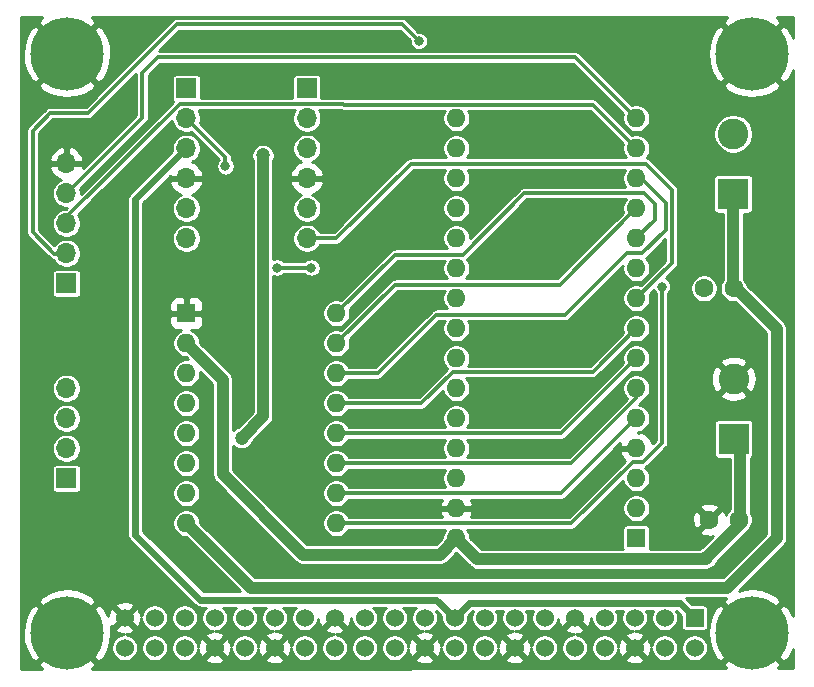
<source format=gtl>
G04 #@! TF.GenerationSoftware,KiCad,Pcbnew,(5.1.12)-1*
G04 #@! TF.CreationDate,2022-04-21T18:06:29-03:00*
G04 #@! TF.ProjectId,micro3D,6d696372-6f33-4442-9e6b-696361645f70,rev?*
G04 #@! TF.SameCoordinates,Original*
G04 #@! TF.FileFunction,Copper,L1,Top*
G04 #@! TF.FilePolarity,Positive*
%FSLAX46Y46*%
G04 Gerber Fmt 4.6, Leading zero omitted, Abs format (unit mm)*
G04 Created by KiCad (PCBNEW (5.1.12)-1) date 2022-04-21 18:06:29*
%MOMM*%
%LPD*%
G01*
G04 APERTURE LIST*
G04 #@! TA.AperFunction,ComponentPad*
%ADD10R,1.600000X1.600000*%
G04 #@! TD*
G04 #@! TA.AperFunction,ComponentPad*
%ADD11O,1.600000X1.600000*%
G04 #@! TD*
G04 #@! TA.AperFunction,ComponentPad*
%ADD12R,2.600000X2.600000*%
G04 #@! TD*
G04 #@! TA.AperFunction,ComponentPad*
%ADD13C,2.600000*%
G04 #@! TD*
G04 #@! TA.AperFunction,ComponentPad*
%ADD14C,6.200000*%
G04 #@! TD*
G04 #@! TA.AperFunction,ComponentPad*
%ADD15R,1.524000X1.524000*%
G04 #@! TD*
G04 #@! TA.AperFunction,ComponentPad*
%ADD16C,1.524000*%
G04 #@! TD*
G04 #@! TA.AperFunction,ComponentPad*
%ADD17O,1.700000X1.700000*%
G04 #@! TD*
G04 #@! TA.AperFunction,ComponentPad*
%ADD18R,1.700000X1.700000*%
G04 #@! TD*
G04 #@! TA.AperFunction,ComponentPad*
%ADD19C,1.600000*%
G04 #@! TD*
G04 #@! TA.AperFunction,ViaPad*
%ADD20C,0.800000*%
G04 #@! TD*
G04 #@! TA.AperFunction,ViaPad*
%ADD21C,1.200000*%
G04 #@! TD*
G04 #@! TA.AperFunction,Conductor*
%ADD22C,0.300000*%
G04 #@! TD*
G04 #@! TA.AperFunction,Conductor*
%ADD23C,1.000000*%
G04 #@! TD*
G04 #@! TA.AperFunction,Conductor*
%ADD24C,0.600000*%
G04 #@! TD*
G04 #@! TA.AperFunction,Conductor*
%ADD25C,0.254000*%
G04 #@! TD*
G04 #@! TA.AperFunction,Conductor*
%ADD26C,0.100000*%
G04 #@! TD*
G04 APERTURE END LIST*
D10*
X109220000Y-102870000D03*
D11*
X121920000Y-120650000D03*
X109220000Y-105410000D03*
X121920000Y-118110000D03*
X109220000Y-107950000D03*
X121920000Y-115570000D03*
X109220000Y-110490000D03*
X121920000Y-113030000D03*
X109220000Y-113030000D03*
X121920000Y-110490000D03*
X109220000Y-115570000D03*
X121920000Y-107950000D03*
X109220000Y-118110000D03*
X121920000Y-105410000D03*
X109220000Y-120650000D03*
X121920000Y-102870000D03*
D10*
X147320000Y-121920000D03*
D11*
X132080000Y-88900000D03*
X147320000Y-119380000D03*
X132080000Y-91440000D03*
X147320000Y-116840000D03*
X132080000Y-93980000D03*
X147320000Y-114300000D03*
X132080000Y-96520000D03*
X147320000Y-111760000D03*
X132080000Y-99060000D03*
X147320000Y-109220000D03*
X132080000Y-101600000D03*
X147320000Y-106680000D03*
X132080000Y-104140000D03*
X147320000Y-104140000D03*
X132080000Y-106680000D03*
X147320000Y-101600000D03*
X132080000Y-109220000D03*
X147320000Y-99060000D03*
X132080000Y-111760000D03*
X147320000Y-96520000D03*
X132080000Y-114300000D03*
X147320000Y-93980000D03*
X132080000Y-116840000D03*
X147320000Y-91440000D03*
X132080000Y-119380000D03*
X147320000Y-88900000D03*
X132080000Y-121920000D03*
X147320000Y-86360000D03*
X132080000Y-86360000D03*
D12*
X155520000Y-92750000D03*
D13*
X155520000Y-87670000D03*
X155550000Y-108420000D03*
D12*
X155550000Y-113500000D03*
D14*
X157110000Y-80910000D03*
X99110000Y-80910000D03*
X99110000Y-129910000D03*
X157110000Y-129910000D03*
D15*
X152240000Y-128640000D03*
D16*
X149700000Y-128640000D03*
X147160000Y-128640000D03*
X144620000Y-128640000D03*
X142080000Y-128640000D03*
X139540000Y-128640000D03*
X152240000Y-131180000D03*
X149700000Y-131180000D03*
X147160000Y-131180000D03*
X144620000Y-131180000D03*
X142080000Y-131180000D03*
X139540000Y-131180000D03*
X137000000Y-128640000D03*
X137000000Y-131180000D03*
X134460000Y-128640000D03*
X131920000Y-128640000D03*
X129380000Y-128640000D03*
X126840000Y-128640000D03*
X124300000Y-128640000D03*
X121760000Y-128640000D03*
X134460000Y-131180000D03*
X131920000Y-131180000D03*
X129380000Y-131180000D03*
X126840000Y-131180000D03*
X124300000Y-131180000D03*
X121760000Y-131180000D03*
X119220000Y-128640000D03*
X119220000Y-131180000D03*
X116680000Y-128640000D03*
X114140000Y-128640000D03*
X111600000Y-128640000D03*
X109060000Y-128640000D03*
X106520000Y-128640000D03*
X103980000Y-128640000D03*
X116680000Y-131180000D03*
X114140000Y-131180000D03*
X111600000Y-131180000D03*
X109060000Y-131180000D03*
X106520000Y-131180000D03*
X103980000Y-131180000D03*
D17*
X119420000Y-96520000D03*
X119420000Y-93980000D03*
X119420000Y-91440000D03*
X119420000Y-88900000D03*
X119420000Y-86360000D03*
D18*
X119420000Y-83820000D03*
X109220000Y-83820000D03*
D17*
X109220000Y-86360000D03*
X109220000Y-88900000D03*
X109220000Y-91440000D03*
X109220000Y-93980000D03*
X109220000Y-96520000D03*
D19*
X155550000Y-100760000D03*
X153050000Y-100760000D03*
X153480000Y-120330000D03*
X155980000Y-120330000D03*
D18*
X99060000Y-100330000D03*
D17*
X99060000Y-97790000D03*
X99060000Y-95250000D03*
X99060000Y-92710000D03*
X99060000Y-90170000D03*
D18*
X99060000Y-116840000D03*
D17*
X99060000Y-114300000D03*
X99060000Y-111760000D03*
X99060000Y-109220000D03*
D20*
X148900000Y-82300000D03*
X98900000Y-121700000D03*
X98600000Y-103900000D03*
X136200000Y-105300000D03*
X136200000Y-97300000D03*
X116500000Y-116300000D03*
X151600000Y-85800000D03*
X122936000Y-92202000D03*
X152300000Y-119100000D03*
X103800000Y-124900000D03*
X152800000Y-105500000D03*
X137000000Y-110300000D03*
X137600000Y-83200000D03*
X137800000Y-87700000D03*
X149500000Y-100600000D03*
D21*
X153200000Y-123600000D03*
X113900000Y-113400000D03*
X115700000Y-89500000D03*
D20*
X128900000Y-79800000D03*
X119800000Y-99000000D03*
X116900000Y-99000000D03*
X112522000Y-90424000D03*
D22*
X147872001Y-115450001D02*
X149500000Y-113822002D01*
X147007997Y-115450001D02*
X147872001Y-115450001D01*
X141807998Y-120650000D02*
X147007997Y-115450001D01*
X121920000Y-120650000D02*
X141807998Y-120650000D01*
X149500000Y-113822002D02*
X149500000Y-100600000D01*
X149500000Y-100600000D02*
X149500000Y-100600000D01*
D23*
X153100000Y-123700000D02*
X153200000Y-123600000D01*
X133860000Y-123700000D02*
X153100000Y-123700000D01*
X132080000Y-121920000D02*
X133860000Y-123700000D01*
X112300000Y-108490000D02*
X109220000Y-105410000D01*
X112300000Y-116500000D02*
X112300000Y-108490000D01*
X119100000Y-123300000D02*
X112300000Y-116500000D01*
X130700000Y-123300000D02*
X119100000Y-123300000D01*
X132080000Y-121920000D02*
X130700000Y-123300000D01*
X156100000Y-114050000D02*
X155550000Y-113500000D01*
X156100000Y-120700000D02*
X156100000Y-114050000D01*
X153200000Y-123600000D02*
X156100000Y-120700000D01*
D22*
X140970000Y-118110000D02*
X147320000Y-111760000D01*
X121920000Y-118110000D02*
X140970000Y-118110000D01*
X147320000Y-110057998D02*
X147320000Y-109220000D01*
X141807998Y-115570000D02*
X147320000Y-110057998D01*
X121920000Y-115570000D02*
X141807998Y-115570000D01*
X140970000Y-113030000D02*
X147320000Y-106680000D01*
X121920000Y-113030000D02*
X140970000Y-113030000D01*
X143629999Y-107830001D02*
X147320000Y-104140000D01*
X131767997Y-107830001D02*
X143629999Y-107830001D01*
X129107998Y-110490000D02*
X131767997Y-107830001D01*
X121920000Y-110490000D02*
X129107998Y-110490000D01*
X125425000Y-107950000D02*
X125475000Y-107900000D01*
X121920000Y-107950000D02*
X125425000Y-107950000D01*
X147740000Y-91440000D02*
X147320000Y-91440000D01*
X149800000Y-93500000D02*
X147740000Y-91440000D01*
X149800000Y-95800000D02*
X149800000Y-93500000D01*
X147800000Y-97800000D02*
X149800000Y-95800000D01*
X146500000Y-97800000D02*
X147800000Y-97800000D01*
X141310001Y-102989999D02*
X146500000Y-97800000D01*
X130385001Y-102989999D02*
X141310001Y-102989999D01*
X125475000Y-107900000D02*
X130385001Y-102989999D01*
D23*
X115700000Y-111600000D02*
X113900000Y-113400000D01*
X115700000Y-89500000D02*
X115700000Y-111600000D01*
D22*
X140850001Y-100449999D02*
X147320000Y-93980000D01*
X126880001Y-100449999D02*
X140850001Y-100449999D01*
X121920000Y-105410000D02*
X126880001Y-100449999D01*
D23*
X114670000Y-126100000D02*
X109220000Y-120650000D01*
X159200000Y-121900000D02*
X155000000Y-126100000D01*
X159200000Y-104190000D02*
X159200000Y-121900000D01*
X155520000Y-100510000D02*
X159200000Y-104190000D01*
X155000000Y-126100000D02*
X114670000Y-126100000D01*
X155520000Y-92750000D02*
X155520000Y-100510000D01*
D22*
X126880001Y-97909999D02*
X121920000Y-102870000D01*
X132632001Y-97909999D02*
X126880001Y-97909999D01*
X137842000Y-92700000D02*
X132632001Y-97909999D01*
X148000000Y-92700000D02*
X137842000Y-92700000D01*
X148900000Y-93600000D02*
X148000000Y-92700000D01*
X148900000Y-94940000D02*
X148900000Y-93600000D01*
X147320000Y-96520000D02*
X148900000Y-94940000D01*
X143620000Y-85200000D02*
X147320000Y-88900000D01*
X122536002Y-85200000D02*
X143620000Y-85200000D01*
X122496001Y-85159999D02*
X122536002Y-85200000D01*
X108643999Y-85159999D02*
X122496001Y-85159999D01*
X99060000Y-94743998D02*
X108643999Y-85159999D01*
X99060000Y-95330000D02*
X99060000Y-94743998D01*
X142160000Y-81200000D02*
X147320000Y-86360000D01*
X106800000Y-81200000D02*
X142160000Y-81200000D01*
X105500000Y-86300000D02*
X105500000Y-82500000D01*
X105500000Y-82500000D02*
X106800000Y-81200000D01*
X99060000Y-92740000D02*
X105500000Y-86300000D01*
X99060000Y-92830000D02*
X99060000Y-92740000D01*
X99060000Y-97830000D02*
X98030000Y-97830000D01*
X98030000Y-97830000D02*
X96200000Y-96000000D01*
X96200000Y-96000000D02*
X96200000Y-87400000D01*
X96200000Y-87400000D02*
X97700000Y-85900000D01*
X97700000Y-85900000D02*
X100900000Y-85900000D01*
X100900000Y-85900000D02*
X108400000Y-78400000D01*
X108400000Y-78400000D02*
X119900000Y-78400000D01*
X119900000Y-78400000D02*
X127500000Y-78400000D01*
X127500000Y-78400000D02*
X128900000Y-79800000D01*
X128900000Y-79800000D02*
X128900000Y-79800000D01*
X121920000Y-96520000D02*
X119420000Y-96520000D01*
X128240000Y-90200000D02*
X121920000Y-96520000D01*
X148100000Y-90200000D02*
X128240000Y-90200000D01*
X150300010Y-92400010D02*
X148100000Y-90200000D01*
X150300010Y-98619990D02*
X150300010Y-92400010D01*
X147320000Y-101600000D02*
X150300010Y-98619990D01*
D24*
X133182001Y-127377999D02*
X131920000Y-128640000D01*
X150977999Y-127377999D02*
X133182001Y-127377999D01*
X152240000Y-128640000D02*
X150977999Y-127377999D01*
X104900000Y-121600000D02*
X104900000Y-93220000D01*
X110400011Y-127100011D02*
X104900000Y-121600000D01*
X131920000Y-128640000D02*
X130380011Y-127100011D01*
X130380011Y-127100011D02*
X110400011Y-127100011D01*
X104900000Y-93220000D02*
X108370001Y-89749999D01*
X108370001Y-89749999D02*
X109220000Y-88900000D01*
D22*
X119800000Y-99000000D02*
X116900000Y-99000000D01*
X116900000Y-99000000D02*
X116900000Y-99000000D01*
X112522000Y-89662000D02*
X112522000Y-90424000D01*
X109220000Y-86360000D02*
X112522000Y-89662000D01*
D25*
X96659820Y-78280215D02*
X99110000Y-80730395D01*
X101560180Y-78280215D01*
X101215775Y-77806000D01*
X155004225Y-77806000D01*
X154659820Y-78280215D01*
X157110000Y-80730395D01*
X159560180Y-78280215D01*
X159215775Y-77806000D01*
X160594001Y-77806000D01*
X160594001Y-79522425D01*
X160585127Y-79492590D01*
X160241830Y-78841862D01*
X160219209Y-78808008D01*
X159739785Y-78459820D01*
X157289605Y-80910000D01*
X159739785Y-83360180D01*
X160219209Y-83011992D01*
X160569545Y-82365026D01*
X160594001Y-82285953D01*
X160594000Y-128522422D01*
X160585127Y-128492590D01*
X160241830Y-127841862D01*
X160219209Y-127808008D01*
X159739785Y-127459820D01*
X157289605Y-129910000D01*
X159739785Y-132360180D01*
X160219209Y-132011992D01*
X160569545Y-131365026D01*
X160594000Y-131285955D01*
X160594000Y-132894613D01*
X159301063Y-132896567D01*
X159560180Y-132539785D01*
X157110000Y-130089605D01*
X154659820Y-132539785D01*
X154923740Y-132903179D01*
X101237363Y-132984276D01*
X101560180Y-132539785D01*
X99110000Y-130089605D01*
X96659820Y-132539785D01*
X96987300Y-132990696D01*
X95206000Y-132993387D01*
X95206000Y-129889642D01*
X95356982Y-129889642D01*
X95425124Y-130622211D01*
X95634873Y-131327410D01*
X95978170Y-131978138D01*
X96000791Y-132011992D01*
X96480215Y-132360180D01*
X98930395Y-129910000D01*
X99289605Y-129910000D01*
X101739785Y-132360180D01*
X102219209Y-132011992D01*
X102569545Y-131365026D01*
X102661587Y-131067424D01*
X102837000Y-131067424D01*
X102837000Y-131292576D01*
X102880925Y-131513401D01*
X102967087Y-131721413D01*
X103092174Y-131908620D01*
X103251380Y-132067826D01*
X103438587Y-132192913D01*
X103646599Y-132279075D01*
X103867424Y-132323000D01*
X104092576Y-132323000D01*
X104313401Y-132279075D01*
X104521413Y-132192913D01*
X104708620Y-132067826D01*
X104867826Y-131908620D01*
X104992913Y-131721413D01*
X105079075Y-131513401D01*
X105123000Y-131292576D01*
X105123000Y-131067424D01*
X105377000Y-131067424D01*
X105377000Y-131292576D01*
X105420925Y-131513401D01*
X105507087Y-131721413D01*
X105632174Y-131908620D01*
X105791380Y-132067826D01*
X105978587Y-132192913D01*
X106186599Y-132279075D01*
X106407424Y-132323000D01*
X106632576Y-132323000D01*
X106853401Y-132279075D01*
X107061413Y-132192913D01*
X107248620Y-132067826D01*
X107407826Y-131908620D01*
X107532913Y-131721413D01*
X107619075Y-131513401D01*
X107663000Y-131292576D01*
X107663000Y-131067424D01*
X107917000Y-131067424D01*
X107917000Y-131292576D01*
X107960925Y-131513401D01*
X108047087Y-131721413D01*
X108172174Y-131908620D01*
X108331380Y-132067826D01*
X108518587Y-132192913D01*
X108726599Y-132279075D01*
X108947424Y-132323000D01*
X109172576Y-132323000D01*
X109393401Y-132279075D01*
X109601413Y-132192913D01*
X109672274Y-132145565D01*
X110814040Y-132145565D01*
X110881020Y-132385656D01*
X111130048Y-132502756D01*
X111397135Y-132569023D01*
X111672017Y-132581910D01*
X111944133Y-132540922D01*
X112203023Y-132447636D01*
X112318980Y-132385656D01*
X112385960Y-132145565D01*
X111600000Y-131359605D01*
X110814040Y-132145565D01*
X109672274Y-132145565D01*
X109788620Y-132067826D01*
X109947826Y-131908620D01*
X110072913Y-131721413D01*
X110159075Y-131513401D01*
X110203000Y-131292576D01*
X110203000Y-131284614D01*
X110239078Y-131524133D01*
X110332364Y-131783023D01*
X110394344Y-131898980D01*
X110634435Y-131965960D01*
X111420395Y-131180000D01*
X111779605Y-131180000D01*
X112565565Y-131965960D01*
X112805656Y-131898980D01*
X112922756Y-131649952D01*
X112989023Y-131382865D01*
X112997000Y-131212714D01*
X112997000Y-131292576D01*
X113040925Y-131513401D01*
X113127087Y-131721413D01*
X113252174Y-131908620D01*
X113411380Y-132067826D01*
X113598587Y-132192913D01*
X113806599Y-132279075D01*
X114027424Y-132323000D01*
X114252576Y-132323000D01*
X114473401Y-132279075D01*
X114681413Y-132192913D01*
X114752274Y-132145565D01*
X115894040Y-132145565D01*
X115961020Y-132385656D01*
X116210048Y-132502756D01*
X116477135Y-132569023D01*
X116752017Y-132581910D01*
X117024133Y-132540922D01*
X117283023Y-132447636D01*
X117398980Y-132385656D01*
X117465960Y-132145565D01*
X116680000Y-131359605D01*
X115894040Y-132145565D01*
X114752274Y-132145565D01*
X114868620Y-132067826D01*
X115027826Y-131908620D01*
X115152913Y-131721413D01*
X115239075Y-131513401D01*
X115283000Y-131292576D01*
X115283000Y-131284614D01*
X115319078Y-131524133D01*
X115412364Y-131783023D01*
X115474344Y-131898980D01*
X115714435Y-131965960D01*
X116500395Y-131180000D01*
X116859605Y-131180000D01*
X117645565Y-131965960D01*
X117885656Y-131898980D01*
X118002756Y-131649952D01*
X118069023Y-131382865D01*
X118077000Y-131212714D01*
X118077000Y-131292576D01*
X118120925Y-131513401D01*
X118207087Y-131721413D01*
X118332174Y-131908620D01*
X118491380Y-132067826D01*
X118678587Y-132192913D01*
X118886599Y-132279075D01*
X119107424Y-132323000D01*
X119332576Y-132323000D01*
X119553401Y-132279075D01*
X119761413Y-132192913D01*
X119948620Y-132067826D01*
X120107826Y-131908620D01*
X120232913Y-131721413D01*
X120319075Y-131513401D01*
X120363000Y-131292576D01*
X120363000Y-131067424D01*
X120617000Y-131067424D01*
X120617000Y-131292576D01*
X120660925Y-131513401D01*
X120747087Y-131721413D01*
X120872174Y-131908620D01*
X121031380Y-132067826D01*
X121218587Y-132192913D01*
X121426599Y-132279075D01*
X121647424Y-132323000D01*
X121872576Y-132323000D01*
X122093401Y-132279075D01*
X122301413Y-132192913D01*
X122488620Y-132067826D01*
X122647826Y-131908620D01*
X122772913Y-131721413D01*
X122859075Y-131513401D01*
X122903000Y-131292576D01*
X122903000Y-131067424D01*
X123157000Y-131067424D01*
X123157000Y-131292576D01*
X123200925Y-131513401D01*
X123287087Y-131721413D01*
X123412174Y-131908620D01*
X123571380Y-132067826D01*
X123758587Y-132192913D01*
X123966599Y-132279075D01*
X124187424Y-132323000D01*
X124412576Y-132323000D01*
X124633401Y-132279075D01*
X124841413Y-132192913D01*
X125028620Y-132067826D01*
X125187826Y-131908620D01*
X125312913Y-131721413D01*
X125399075Y-131513401D01*
X125443000Y-131292576D01*
X125443000Y-131067424D01*
X125697000Y-131067424D01*
X125697000Y-131292576D01*
X125740925Y-131513401D01*
X125827087Y-131721413D01*
X125952174Y-131908620D01*
X126111380Y-132067826D01*
X126298587Y-132192913D01*
X126506599Y-132279075D01*
X126727424Y-132323000D01*
X126952576Y-132323000D01*
X127173401Y-132279075D01*
X127381413Y-132192913D01*
X127452274Y-132145565D01*
X128594040Y-132145565D01*
X128661020Y-132385656D01*
X128910048Y-132502756D01*
X129177135Y-132569023D01*
X129452017Y-132581910D01*
X129724133Y-132540922D01*
X129983023Y-132447636D01*
X130098980Y-132385656D01*
X130165960Y-132145565D01*
X129380000Y-131359605D01*
X128594040Y-132145565D01*
X127452274Y-132145565D01*
X127568620Y-132067826D01*
X127727826Y-131908620D01*
X127852913Y-131721413D01*
X127939075Y-131513401D01*
X127983000Y-131292576D01*
X127983000Y-131284614D01*
X128019078Y-131524133D01*
X128112364Y-131783023D01*
X128174344Y-131898980D01*
X128414435Y-131965960D01*
X129200395Y-131180000D01*
X129559605Y-131180000D01*
X130345565Y-131965960D01*
X130585656Y-131898980D01*
X130702756Y-131649952D01*
X130769023Y-131382865D01*
X130777000Y-131212714D01*
X130777000Y-131292576D01*
X130820925Y-131513401D01*
X130907087Y-131721413D01*
X131032174Y-131908620D01*
X131191380Y-132067826D01*
X131378587Y-132192913D01*
X131586599Y-132279075D01*
X131807424Y-132323000D01*
X132032576Y-132323000D01*
X132253401Y-132279075D01*
X132461413Y-132192913D01*
X132648620Y-132067826D01*
X132807826Y-131908620D01*
X132932913Y-131721413D01*
X133019075Y-131513401D01*
X133063000Y-131292576D01*
X133063000Y-131067424D01*
X133317000Y-131067424D01*
X133317000Y-131292576D01*
X133360925Y-131513401D01*
X133447087Y-131721413D01*
X133572174Y-131908620D01*
X133731380Y-132067826D01*
X133918587Y-132192913D01*
X134126599Y-132279075D01*
X134347424Y-132323000D01*
X134572576Y-132323000D01*
X134793401Y-132279075D01*
X135001413Y-132192913D01*
X135072274Y-132145565D01*
X136214040Y-132145565D01*
X136281020Y-132385656D01*
X136530048Y-132502756D01*
X136797135Y-132569023D01*
X137072017Y-132581910D01*
X137344133Y-132540922D01*
X137603023Y-132447636D01*
X137718980Y-132385656D01*
X137785960Y-132145565D01*
X137000000Y-131359605D01*
X136214040Y-132145565D01*
X135072274Y-132145565D01*
X135188620Y-132067826D01*
X135347826Y-131908620D01*
X135472913Y-131721413D01*
X135559075Y-131513401D01*
X135603000Y-131292576D01*
X135603000Y-131284614D01*
X135639078Y-131524133D01*
X135732364Y-131783023D01*
X135794344Y-131898980D01*
X136034435Y-131965960D01*
X136820395Y-131180000D01*
X137179605Y-131180000D01*
X137965565Y-131965960D01*
X138205656Y-131898980D01*
X138322756Y-131649952D01*
X138389023Y-131382865D01*
X138397000Y-131212714D01*
X138397000Y-131292576D01*
X138440925Y-131513401D01*
X138527087Y-131721413D01*
X138652174Y-131908620D01*
X138811380Y-132067826D01*
X138998587Y-132192913D01*
X139206599Y-132279075D01*
X139427424Y-132323000D01*
X139652576Y-132323000D01*
X139873401Y-132279075D01*
X140081413Y-132192913D01*
X140268620Y-132067826D01*
X140427826Y-131908620D01*
X140552913Y-131721413D01*
X140639075Y-131513401D01*
X140683000Y-131292576D01*
X140683000Y-131067424D01*
X140937000Y-131067424D01*
X140937000Y-131292576D01*
X140980925Y-131513401D01*
X141067087Y-131721413D01*
X141192174Y-131908620D01*
X141351380Y-132067826D01*
X141538587Y-132192913D01*
X141746599Y-132279075D01*
X141967424Y-132323000D01*
X142192576Y-132323000D01*
X142413401Y-132279075D01*
X142621413Y-132192913D01*
X142808620Y-132067826D01*
X142967826Y-131908620D01*
X143092913Y-131721413D01*
X143179075Y-131513401D01*
X143223000Y-131292576D01*
X143223000Y-131067424D01*
X143477000Y-131067424D01*
X143477000Y-131292576D01*
X143520925Y-131513401D01*
X143607087Y-131721413D01*
X143732174Y-131908620D01*
X143891380Y-132067826D01*
X144078587Y-132192913D01*
X144286599Y-132279075D01*
X144507424Y-132323000D01*
X144732576Y-132323000D01*
X144953401Y-132279075D01*
X145161413Y-132192913D01*
X145232274Y-132145565D01*
X146374040Y-132145565D01*
X146441020Y-132385656D01*
X146690048Y-132502756D01*
X146957135Y-132569023D01*
X147232017Y-132581910D01*
X147504133Y-132540922D01*
X147763023Y-132447636D01*
X147878980Y-132385656D01*
X147945960Y-132145565D01*
X147160000Y-131359605D01*
X146374040Y-132145565D01*
X145232274Y-132145565D01*
X145348620Y-132067826D01*
X145507826Y-131908620D01*
X145632913Y-131721413D01*
X145719075Y-131513401D01*
X145763000Y-131292576D01*
X145763000Y-131284614D01*
X145799078Y-131524133D01*
X145892364Y-131783023D01*
X145954344Y-131898980D01*
X146194435Y-131965960D01*
X146980395Y-131180000D01*
X147339605Y-131180000D01*
X148125565Y-131965960D01*
X148365656Y-131898980D01*
X148482756Y-131649952D01*
X148549023Y-131382865D01*
X148557000Y-131212714D01*
X148557000Y-131292576D01*
X148600925Y-131513401D01*
X148687087Y-131721413D01*
X148812174Y-131908620D01*
X148971380Y-132067826D01*
X149158587Y-132192913D01*
X149366599Y-132279075D01*
X149587424Y-132323000D01*
X149812576Y-132323000D01*
X150033401Y-132279075D01*
X150241413Y-132192913D01*
X150428620Y-132067826D01*
X150587826Y-131908620D01*
X150712913Y-131721413D01*
X150799075Y-131513401D01*
X150843000Y-131292576D01*
X150843000Y-131067424D01*
X151097000Y-131067424D01*
X151097000Y-131292576D01*
X151140925Y-131513401D01*
X151227087Y-131721413D01*
X151352174Y-131908620D01*
X151511380Y-132067826D01*
X151698587Y-132192913D01*
X151906599Y-132279075D01*
X152127424Y-132323000D01*
X152352576Y-132323000D01*
X152573401Y-132279075D01*
X152781413Y-132192913D01*
X152968620Y-132067826D01*
X153127826Y-131908620D01*
X153252913Y-131721413D01*
X153339075Y-131513401D01*
X153383000Y-131292576D01*
X153383000Y-131067424D01*
X153339075Y-130846599D01*
X153252913Y-130638587D01*
X153127826Y-130451380D01*
X152968620Y-130292174D01*
X152781413Y-130167087D01*
X152573401Y-130080925D01*
X152352576Y-130037000D01*
X152127424Y-130037000D01*
X151906599Y-130080925D01*
X151698587Y-130167087D01*
X151511380Y-130292174D01*
X151352174Y-130451380D01*
X151227087Y-130638587D01*
X151140925Y-130846599D01*
X151097000Y-131067424D01*
X150843000Y-131067424D01*
X150799075Y-130846599D01*
X150712913Y-130638587D01*
X150587826Y-130451380D01*
X150428620Y-130292174D01*
X150241413Y-130167087D01*
X150033401Y-130080925D01*
X149812576Y-130037000D01*
X149587424Y-130037000D01*
X149366599Y-130080925D01*
X149158587Y-130167087D01*
X148971380Y-130292174D01*
X148812174Y-130451380D01*
X148687087Y-130638587D01*
X148600925Y-130846599D01*
X148557000Y-131067424D01*
X148557000Y-131075386D01*
X148520922Y-130835867D01*
X148427636Y-130576977D01*
X148365656Y-130461020D01*
X148125565Y-130394040D01*
X147339605Y-131180000D01*
X146980395Y-131180000D01*
X146194435Y-130394040D01*
X145954344Y-130461020D01*
X145837244Y-130710048D01*
X145770977Y-130977135D01*
X145763000Y-131147286D01*
X145763000Y-131067424D01*
X145719075Y-130846599D01*
X145632913Y-130638587D01*
X145507826Y-130451380D01*
X145348620Y-130292174D01*
X145161413Y-130167087D01*
X144953401Y-130080925D01*
X144732576Y-130037000D01*
X144507424Y-130037000D01*
X144286599Y-130080925D01*
X144078587Y-130167087D01*
X143891380Y-130292174D01*
X143732174Y-130451380D01*
X143607087Y-130638587D01*
X143520925Y-130846599D01*
X143477000Y-131067424D01*
X143223000Y-131067424D01*
X143179075Y-130846599D01*
X143092913Y-130638587D01*
X142967826Y-130451380D01*
X142808620Y-130292174D01*
X142621413Y-130167087D01*
X142413401Y-130080925D01*
X142192576Y-130037000D01*
X142184614Y-130037000D01*
X142424133Y-130000922D01*
X142683023Y-129907636D01*
X142798980Y-129845656D01*
X142865960Y-129605565D01*
X142080000Y-128819605D01*
X141294040Y-129605565D01*
X141361020Y-129845656D01*
X141610048Y-129962756D01*
X141877135Y-130029023D01*
X142047286Y-130037000D01*
X141967424Y-130037000D01*
X141746599Y-130080925D01*
X141538587Y-130167087D01*
X141351380Y-130292174D01*
X141192174Y-130451380D01*
X141067087Y-130638587D01*
X140980925Y-130846599D01*
X140937000Y-131067424D01*
X140683000Y-131067424D01*
X140639075Y-130846599D01*
X140552913Y-130638587D01*
X140427826Y-130451380D01*
X140268620Y-130292174D01*
X140081413Y-130167087D01*
X139873401Y-130080925D01*
X139652576Y-130037000D01*
X139427424Y-130037000D01*
X139206599Y-130080925D01*
X138998587Y-130167087D01*
X138811380Y-130292174D01*
X138652174Y-130451380D01*
X138527087Y-130638587D01*
X138440925Y-130846599D01*
X138397000Y-131067424D01*
X138397000Y-131075386D01*
X138360922Y-130835867D01*
X138267636Y-130576977D01*
X138205656Y-130461020D01*
X137965565Y-130394040D01*
X137179605Y-131180000D01*
X136820395Y-131180000D01*
X136034435Y-130394040D01*
X135794344Y-130461020D01*
X135677244Y-130710048D01*
X135610977Y-130977135D01*
X135603000Y-131147286D01*
X135603000Y-131067424D01*
X135559075Y-130846599D01*
X135472913Y-130638587D01*
X135347826Y-130451380D01*
X135188620Y-130292174D01*
X135001413Y-130167087D01*
X134793401Y-130080925D01*
X134572576Y-130037000D01*
X134347424Y-130037000D01*
X134126599Y-130080925D01*
X133918587Y-130167087D01*
X133731380Y-130292174D01*
X133572174Y-130451380D01*
X133447087Y-130638587D01*
X133360925Y-130846599D01*
X133317000Y-131067424D01*
X133063000Y-131067424D01*
X133019075Y-130846599D01*
X132932913Y-130638587D01*
X132807826Y-130451380D01*
X132648620Y-130292174D01*
X132461413Y-130167087D01*
X132253401Y-130080925D01*
X132032576Y-130037000D01*
X131807424Y-130037000D01*
X131586599Y-130080925D01*
X131378587Y-130167087D01*
X131191380Y-130292174D01*
X131032174Y-130451380D01*
X130907087Y-130638587D01*
X130820925Y-130846599D01*
X130777000Y-131067424D01*
X130777000Y-131075386D01*
X130740922Y-130835867D01*
X130647636Y-130576977D01*
X130585656Y-130461020D01*
X130345565Y-130394040D01*
X129559605Y-131180000D01*
X129200395Y-131180000D01*
X128414435Y-130394040D01*
X128174344Y-130461020D01*
X128057244Y-130710048D01*
X127990977Y-130977135D01*
X127983000Y-131147286D01*
X127983000Y-131067424D01*
X127939075Y-130846599D01*
X127852913Y-130638587D01*
X127727826Y-130451380D01*
X127568620Y-130292174D01*
X127381413Y-130167087D01*
X127173401Y-130080925D01*
X126952576Y-130037000D01*
X126727424Y-130037000D01*
X126506599Y-130080925D01*
X126298587Y-130167087D01*
X126111380Y-130292174D01*
X125952174Y-130451380D01*
X125827087Y-130638587D01*
X125740925Y-130846599D01*
X125697000Y-131067424D01*
X125443000Y-131067424D01*
X125399075Y-130846599D01*
X125312913Y-130638587D01*
X125187826Y-130451380D01*
X125028620Y-130292174D01*
X124841413Y-130167087D01*
X124633401Y-130080925D01*
X124412576Y-130037000D01*
X124187424Y-130037000D01*
X123966599Y-130080925D01*
X123758587Y-130167087D01*
X123571380Y-130292174D01*
X123412174Y-130451380D01*
X123287087Y-130638587D01*
X123200925Y-130846599D01*
X123157000Y-131067424D01*
X122903000Y-131067424D01*
X122859075Y-130846599D01*
X122772913Y-130638587D01*
X122647826Y-130451380D01*
X122488620Y-130292174D01*
X122301413Y-130167087D01*
X122093401Y-130080925D01*
X121872576Y-130037000D01*
X121864614Y-130037000D01*
X122104133Y-130000922D01*
X122363023Y-129907636D01*
X122478980Y-129845656D01*
X122545960Y-129605565D01*
X121760000Y-128819605D01*
X120974040Y-129605565D01*
X121041020Y-129845656D01*
X121290048Y-129962756D01*
X121557135Y-130029023D01*
X121727286Y-130037000D01*
X121647424Y-130037000D01*
X121426599Y-130080925D01*
X121218587Y-130167087D01*
X121031380Y-130292174D01*
X120872174Y-130451380D01*
X120747087Y-130638587D01*
X120660925Y-130846599D01*
X120617000Y-131067424D01*
X120363000Y-131067424D01*
X120319075Y-130846599D01*
X120232913Y-130638587D01*
X120107826Y-130451380D01*
X119948620Y-130292174D01*
X119761413Y-130167087D01*
X119553401Y-130080925D01*
X119332576Y-130037000D01*
X119107424Y-130037000D01*
X118886599Y-130080925D01*
X118678587Y-130167087D01*
X118491380Y-130292174D01*
X118332174Y-130451380D01*
X118207087Y-130638587D01*
X118120925Y-130846599D01*
X118077000Y-131067424D01*
X118077000Y-131075386D01*
X118040922Y-130835867D01*
X117947636Y-130576977D01*
X117885656Y-130461020D01*
X117645565Y-130394040D01*
X116859605Y-131180000D01*
X116500395Y-131180000D01*
X115714435Y-130394040D01*
X115474344Y-130461020D01*
X115357244Y-130710048D01*
X115290977Y-130977135D01*
X115283000Y-131147286D01*
X115283000Y-131067424D01*
X115239075Y-130846599D01*
X115152913Y-130638587D01*
X115027826Y-130451380D01*
X114868620Y-130292174D01*
X114681413Y-130167087D01*
X114473401Y-130080925D01*
X114252576Y-130037000D01*
X114027424Y-130037000D01*
X113806599Y-130080925D01*
X113598587Y-130167087D01*
X113411380Y-130292174D01*
X113252174Y-130451380D01*
X113127087Y-130638587D01*
X113040925Y-130846599D01*
X112997000Y-131067424D01*
X112997000Y-131075386D01*
X112960922Y-130835867D01*
X112867636Y-130576977D01*
X112805656Y-130461020D01*
X112565565Y-130394040D01*
X111779605Y-131180000D01*
X111420395Y-131180000D01*
X110634435Y-130394040D01*
X110394344Y-130461020D01*
X110277244Y-130710048D01*
X110210977Y-130977135D01*
X110203000Y-131147286D01*
X110203000Y-131067424D01*
X110159075Y-130846599D01*
X110072913Y-130638587D01*
X109947826Y-130451380D01*
X109788620Y-130292174D01*
X109601413Y-130167087D01*
X109393401Y-130080925D01*
X109172576Y-130037000D01*
X108947424Y-130037000D01*
X108726599Y-130080925D01*
X108518587Y-130167087D01*
X108331380Y-130292174D01*
X108172174Y-130451380D01*
X108047087Y-130638587D01*
X107960925Y-130846599D01*
X107917000Y-131067424D01*
X107663000Y-131067424D01*
X107619075Y-130846599D01*
X107532913Y-130638587D01*
X107407826Y-130451380D01*
X107248620Y-130292174D01*
X107061413Y-130167087D01*
X106853401Y-130080925D01*
X106632576Y-130037000D01*
X106407424Y-130037000D01*
X106186599Y-130080925D01*
X105978587Y-130167087D01*
X105791380Y-130292174D01*
X105632174Y-130451380D01*
X105507087Y-130638587D01*
X105420925Y-130846599D01*
X105377000Y-131067424D01*
X105123000Y-131067424D01*
X105079075Y-130846599D01*
X104992913Y-130638587D01*
X104867826Y-130451380D01*
X104708620Y-130292174D01*
X104521413Y-130167087D01*
X104313401Y-130080925D01*
X104092576Y-130037000D01*
X104084614Y-130037000D01*
X104324133Y-130000922D01*
X104583023Y-129907636D01*
X104698980Y-129845656D01*
X104765960Y-129605565D01*
X103980000Y-128819605D01*
X103194040Y-129605565D01*
X103261020Y-129845656D01*
X103510048Y-129962756D01*
X103777135Y-130029023D01*
X103947286Y-130037000D01*
X103867424Y-130037000D01*
X103646599Y-130080925D01*
X103438587Y-130167087D01*
X103251380Y-130292174D01*
X103092174Y-130451380D01*
X102967087Y-130638587D01*
X102880925Y-130846599D01*
X102837000Y-131067424D01*
X102661587Y-131067424D01*
X102786933Y-130662145D01*
X102863018Y-129930358D01*
X102810816Y-129369155D01*
X103014435Y-129425960D01*
X103800395Y-128640000D01*
X104159605Y-128640000D01*
X104945565Y-129425960D01*
X105185656Y-129358980D01*
X105302756Y-129109952D01*
X105369023Y-128842865D01*
X105377000Y-128672714D01*
X105377000Y-128752576D01*
X105420925Y-128973401D01*
X105507087Y-129181413D01*
X105632174Y-129368620D01*
X105791380Y-129527826D01*
X105978587Y-129652913D01*
X106186599Y-129739075D01*
X106407424Y-129783000D01*
X106632576Y-129783000D01*
X106853401Y-129739075D01*
X107061413Y-129652913D01*
X107248620Y-129527826D01*
X107407826Y-129368620D01*
X107532913Y-129181413D01*
X107619075Y-128973401D01*
X107663000Y-128752576D01*
X107663000Y-128527424D01*
X107917000Y-128527424D01*
X107917000Y-128752576D01*
X107960925Y-128973401D01*
X108047087Y-129181413D01*
X108172174Y-129368620D01*
X108331380Y-129527826D01*
X108518587Y-129652913D01*
X108726599Y-129739075D01*
X108947424Y-129783000D01*
X109172576Y-129783000D01*
X109393401Y-129739075D01*
X109601413Y-129652913D01*
X109788620Y-129527826D01*
X109947826Y-129368620D01*
X110072913Y-129181413D01*
X110159075Y-128973401D01*
X110203000Y-128752576D01*
X110203000Y-128527424D01*
X110159075Y-128306599D01*
X110072913Y-128098587D01*
X109947826Y-127911380D01*
X109788620Y-127752174D01*
X109601413Y-127627087D01*
X109393401Y-127540925D01*
X109172576Y-127497000D01*
X108947424Y-127497000D01*
X108726599Y-127540925D01*
X108518587Y-127627087D01*
X108331380Y-127752174D01*
X108172174Y-127911380D01*
X108047087Y-128098587D01*
X107960925Y-128306599D01*
X107917000Y-128527424D01*
X107663000Y-128527424D01*
X107619075Y-128306599D01*
X107532913Y-128098587D01*
X107407826Y-127911380D01*
X107248620Y-127752174D01*
X107061413Y-127627087D01*
X106853401Y-127540925D01*
X106632576Y-127497000D01*
X106407424Y-127497000D01*
X106186599Y-127540925D01*
X105978587Y-127627087D01*
X105791380Y-127752174D01*
X105632174Y-127911380D01*
X105507087Y-128098587D01*
X105420925Y-128306599D01*
X105377000Y-128527424D01*
X105377000Y-128535386D01*
X105340922Y-128295867D01*
X105247636Y-128036977D01*
X105185656Y-127921020D01*
X104945565Y-127854040D01*
X104159605Y-128640000D01*
X103800395Y-128640000D01*
X103014435Y-127854040D01*
X102774344Y-127921020D01*
X102657244Y-128170048D01*
X102590977Y-128437135D01*
X102587935Y-128502030D01*
X102585127Y-128492590D01*
X102241830Y-127841862D01*
X102219209Y-127808008D01*
X102035291Y-127674435D01*
X103194040Y-127674435D01*
X103980000Y-128460395D01*
X104765960Y-127674435D01*
X104698980Y-127434344D01*
X104449952Y-127317244D01*
X104182865Y-127250977D01*
X103907983Y-127238090D01*
X103635867Y-127279078D01*
X103376977Y-127372364D01*
X103261020Y-127434344D01*
X103194040Y-127674435D01*
X102035291Y-127674435D01*
X101739785Y-127459820D01*
X99289605Y-129910000D01*
X98930395Y-129910000D01*
X96480215Y-127459820D01*
X96000791Y-127808008D01*
X95650455Y-128454974D01*
X95433067Y-129157855D01*
X95356982Y-129889642D01*
X95206000Y-129889642D01*
X95206000Y-127280215D01*
X96659820Y-127280215D01*
X99110000Y-129730395D01*
X101560180Y-127280215D01*
X101211992Y-126800791D01*
X100565026Y-126450455D01*
X99862145Y-126233067D01*
X99130358Y-126156982D01*
X98397789Y-126225124D01*
X97692590Y-126434873D01*
X97041862Y-126778170D01*
X97008008Y-126800791D01*
X96659820Y-127280215D01*
X95206000Y-127280215D01*
X95206000Y-115990000D01*
X97827157Y-115990000D01*
X97827157Y-117690000D01*
X97834513Y-117764689D01*
X97856299Y-117836508D01*
X97891678Y-117902696D01*
X97939289Y-117960711D01*
X97997304Y-118008322D01*
X98063492Y-118043701D01*
X98135311Y-118065487D01*
X98210000Y-118072843D01*
X99910000Y-118072843D01*
X99984689Y-118065487D01*
X100056508Y-118043701D01*
X100122696Y-118008322D01*
X100180711Y-117960711D01*
X100228322Y-117902696D01*
X100263701Y-117836508D01*
X100285487Y-117764689D01*
X100292843Y-117690000D01*
X100292843Y-115990000D01*
X100285487Y-115915311D01*
X100263701Y-115843492D01*
X100228322Y-115777304D01*
X100180711Y-115719289D01*
X100122696Y-115671678D01*
X100056508Y-115636299D01*
X99984689Y-115614513D01*
X99910000Y-115607157D01*
X98210000Y-115607157D01*
X98135311Y-115614513D01*
X98063492Y-115636299D01*
X97997304Y-115671678D01*
X97939289Y-115719289D01*
X97891678Y-115777304D01*
X97856299Y-115843492D01*
X97834513Y-115915311D01*
X97827157Y-115990000D01*
X95206000Y-115990000D01*
X95206000Y-114178757D01*
X97829000Y-114178757D01*
X97829000Y-114421243D01*
X97876307Y-114659069D01*
X97969102Y-114883097D01*
X98103820Y-115084717D01*
X98275283Y-115256180D01*
X98476903Y-115390898D01*
X98700931Y-115483693D01*
X98938757Y-115531000D01*
X99181243Y-115531000D01*
X99419069Y-115483693D01*
X99643097Y-115390898D01*
X99844717Y-115256180D01*
X100016180Y-115084717D01*
X100150898Y-114883097D01*
X100243693Y-114659069D01*
X100291000Y-114421243D01*
X100291000Y-114178757D01*
X100243693Y-113940931D01*
X100150898Y-113716903D01*
X100016180Y-113515283D01*
X99844717Y-113343820D01*
X99643097Y-113209102D01*
X99419069Y-113116307D01*
X99181243Y-113069000D01*
X98938757Y-113069000D01*
X98700931Y-113116307D01*
X98476903Y-113209102D01*
X98275283Y-113343820D01*
X98103820Y-113515283D01*
X97969102Y-113716903D01*
X97876307Y-113940931D01*
X97829000Y-114178757D01*
X95206000Y-114178757D01*
X95206000Y-111638757D01*
X97829000Y-111638757D01*
X97829000Y-111881243D01*
X97876307Y-112119069D01*
X97969102Y-112343097D01*
X98103820Y-112544717D01*
X98275283Y-112716180D01*
X98476903Y-112850898D01*
X98700931Y-112943693D01*
X98938757Y-112991000D01*
X99181243Y-112991000D01*
X99419069Y-112943693D01*
X99643097Y-112850898D01*
X99844717Y-112716180D01*
X100016180Y-112544717D01*
X100150898Y-112343097D01*
X100243693Y-112119069D01*
X100291000Y-111881243D01*
X100291000Y-111638757D01*
X100243693Y-111400931D01*
X100150898Y-111176903D01*
X100016180Y-110975283D01*
X99844717Y-110803820D01*
X99643097Y-110669102D01*
X99419069Y-110576307D01*
X99181243Y-110529000D01*
X98938757Y-110529000D01*
X98700931Y-110576307D01*
X98476903Y-110669102D01*
X98275283Y-110803820D01*
X98103820Y-110975283D01*
X97969102Y-111176903D01*
X97876307Y-111400931D01*
X97829000Y-111638757D01*
X95206000Y-111638757D01*
X95206000Y-109098757D01*
X97829000Y-109098757D01*
X97829000Y-109341243D01*
X97876307Y-109579069D01*
X97969102Y-109803097D01*
X98103820Y-110004717D01*
X98275283Y-110176180D01*
X98476903Y-110310898D01*
X98700931Y-110403693D01*
X98938757Y-110451000D01*
X99181243Y-110451000D01*
X99419069Y-110403693D01*
X99643097Y-110310898D01*
X99844717Y-110176180D01*
X100016180Y-110004717D01*
X100150898Y-109803097D01*
X100243693Y-109579069D01*
X100291000Y-109341243D01*
X100291000Y-109098757D01*
X100243693Y-108860931D01*
X100150898Y-108636903D01*
X100016180Y-108435283D01*
X99844717Y-108263820D01*
X99643097Y-108129102D01*
X99419069Y-108036307D01*
X99181243Y-107989000D01*
X98938757Y-107989000D01*
X98700931Y-108036307D01*
X98476903Y-108129102D01*
X98275283Y-108263820D01*
X98103820Y-108435283D01*
X97969102Y-108636903D01*
X97876307Y-108860931D01*
X97829000Y-109098757D01*
X95206000Y-109098757D01*
X95206000Y-99480000D01*
X97827157Y-99480000D01*
X97827157Y-101180000D01*
X97834513Y-101254689D01*
X97856299Y-101326508D01*
X97891678Y-101392696D01*
X97939289Y-101450711D01*
X97997304Y-101498322D01*
X98063492Y-101533701D01*
X98135311Y-101555487D01*
X98210000Y-101562843D01*
X99910000Y-101562843D01*
X99984689Y-101555487D01*
X100056508Y-101533701D01*
X100122696Y-101498322D01*
X100180711Y-101450711D01*
X100228322Y-101392696D01*
X100263701Y-101326508D01*
X100285487Y-101254689D01*
X100292843Y-101180000D01*
X100292843Y-99480000D01*
X100285487Y-99405311D01*
X100263701Y-99333492D01*
X100228322Y-99267304D01*
X100180711Y-99209289D01*
X100122696Y-99161678D01*
X100056508Y-99126299D01*
X99984689Y-99104513D01*
X99910000Y-99097157D01*
X98210000Y-99097157D01*
X98135311Y-99104513D01*
X98063492Y-99126299D01*
X97997304Y-99161678D01*
X97939289Y-99209289D01*
X97891678Y-99267304D01*
X97856299Y-99333492D01*
X97834513Y-99405311D01*
X97827157Y-99480000D01*
X95206000Y-99480000D01*
X95206000Y-87400000D01*
X95666432Y-87400000D01*
X95669001Y-87426084D01*
X95669000Y-95973926D01*
X95666432Y-96000000D01*
X95669000Y-96026074D01*
X95669000Y-96026083D01*
X95676683Y-96104093D01*
X95707047Y-96204187D01*
X95756354Y-96296435D01*
X95822710Y-96377290D01*
X95842975Y-96393921D01*
X97636088Y-98187036D01*
X97652710Y-98207290D01*
X97672964Y-98223912D01*
X97672970Y-98223918D01*
X97733564Y-98273646D01*
X97797625Y-98307887D01*
X97825812Y-98322953D01*
X97925906Y-98353317D01*
X97962398Y-98356911D01*
X97969102Y-98373097D01*
X98103820Y-98574717D01*
X98275283Y-98746180D01*
X98476903Y-98880898D01*
X98700931Y-98973693D01*
X98938757Y-99021000D01*
X99181243Y-99021000D01*
X99419069Y-98973693D01*
X99643097Y-98880898D01*
X99844717Y-98746180D01*
X100016180Y-98574717D01*
X100150898Y-98373097D01*
X100243693Y-98149069D01*
X100291000Y-97911243D01*
X100291000Y-97668757D01*
X100243693Y-97430931D01*
X100150898Y-97206903D01*
X100016180Y-97005283D01*
X99844717Y-96833820D01*
X99643097Y-96699102D01*
X99419069Y-96606307D01*
X99181243Y-96559000D01*
X98938757Y-96559000D01*
X98700931Y-96606307D01*
X98476903Y-96699102D01*
X98275283Y-96833820D01*
X98103820Y-97005283D01*
X98044704Y-97093756D01*
X96731000Y-95780054D01*
X96731000Y-89813110D01*
X97618524Y-89813110D01*
X97739845Y-90043000D01*
X98933000Y-90043000D01*
X98933000Y-88849186D01*
X99187000Y-88849186D01*
X99187000Y-90043000D01*
X100380155Y-90043000D01*
X100501476Y-89813110D01*
X100456825Y-89665901D01*
X100331641Y-89403080D01*
X100157588Y-89169731D01*
X99941355Y-88974822D01*
X99691252Y-88825843D01*
X99416891Y-88728519D01*
X99187000Y-88849186D01*
X98933000Y-88849186D01*
X98703109Y-88728519D01*
X98428748Y-88825843D01*
X98178645Y-88974822D01*
X97962412Y-89169731D01*
X97788359Y-89403080D01*
X97663175Y-89665901D01*
X97618524Y-89813110D01*
X96731000Y-89813110D01*
X96731000Y-87619946D01*
X97919947Y-86431000D01*
X100873926Y-86431000D01*
X100900000Y-86433568D01*
X100926074Y-86431000D01*
X100926084Y-86431000D01*
X101004094Y-86423317D01*
X101104188Y-86392953D01*
X101196435Y-86343646D01*
X101277290Y-86277290D01*
X101293921Y-86257025D01*
X104969001Y-82581946D01*
X104969000Y-86080053D01*
X100492469Y-90556585D01*
X100501476Y-90526890D01*
X100380155Y-90297000D01*
X99187000Y-90297000D01*
X99187000Y-90317000D01*
X98933000Y-90317000D01*
X98933000Y-90297000D01*
X97739845Y-90297000D01*
X97618524Y-90526890D01*
X97663175Y-90674099D01*
X97788359Y-90936920D01*
X97962412Y-91170269D01*
X98178645Y-91365178D01*
X98428748Y-91514157D01*
X98591168Y-91571772D01*
X98476903Y-91619102D01*
X98275283Y-91753820D01*
X98103820Y-91925283D01*
X97969102Y-92126903D01*
X97876307Y-92350931D01*
X97829000Y-92588757D01*
X97829000Y-92831243D01*
X97876307Y-93069069D01*
X97969102Y-93293097D01*
X98103820Y-93494717D01*
X98275283Y-93666180D01*
X98476903Y-93800898D01*
X98700931Y-93893693D01*
X98938757Y-93941000D01*
X99112052Y-93941000D01*
X99034052Y-94019000D01*
X98938757Y-94019000D01*
X98700931Y-94066307D01*
X98476903Y-94159102D01*
X98275283Y-94293820D01*
X98103820Y-94465283D01*
X97969102Y-94666903D01*
X97876307Y-94890931D01*
X97829000Y-95128757D01*
X97829000Y-95371243D01*
X97876307Y-95609069D01*
X97969102Y-95833097D01*
X98103820Y-96034717D01*
X98275283Y-96206180D01*
X98476903Y-96340898D01*
X98700931Y-96433693D01*
X98938757Y-96481000D01*
X99181243Y-96481000D01*
X99419069Y-96433693D01*
X99643097Y-96340898D01*
X99844717Y-96206180D01*
X100016180Y-96034717D01*
X100150898Y-95833097D01*
X100243693Y-95609069D01*
X100291000Y-95371243D01*
X100291000Y-95128757D01*
X100243693Y-94890931D01*
X100150898Y-94666903D01*
X100045612Y-94509332D01*
X101334944Y-93220000D01*
X104215705Y-93220000D01*
X104219001Y-93253463D01*
X104219000Y-121566547D01*
X104215705Y-121600000D01*
X104219000Y-121633452D01*
X104228854Y-121733498D01*
X104267794Y-121861867D01*
X104331030Y-121980173D01*
X104416130Y-122083869D01*
X104442122Y-122105200D01*
X109894811Y-127557890D01*
X109916141Y-127583881D01*
X110019837Y-127668981D01*
X110138143Y-127732217D01*
X110223706Y-127758172D01*
X110266511Y-127771157D01*
X110400010Y-127784306D01*
X110433463Y-127781011D01*
X110842543Y-127781011D01*
X110712174Y-127911380D01*
X110587087Y-128098587D01*
X110500925Y-128306599D01*
X110457000Y-128527424D01*
X110457000Y-128752576D01*
X110500925Y-128973401D01*
X110587087Y-129181413D01*
X110712174Y-129368620D01*
X110871380Y-129527826D01*
X111058587Y-129652913D01*
X111266599Y-129739075D01*
X111487424Y-129783000D01*
X111495386Y-129783000D01*
X111255867Y-129819078D01*
X110996977Y-129912364D01*
X110881020Y-129974344D01*
X110814040Y-130214435D01*
X111600000Y-131000395D01*
X112385960Y-130214435D01*
X112318980Y-129974344D01*
X112069952Y-129857244D01*
X111802865Y-129790977D01*
X111632714Y-129783000D01*
X111712576Y-129783000D01*
X111933401Y-129739075D01*
X112141413Y-129652913D01*
X112328620Y-129527826D01*
X112487826Y-129368620D01*
X112612913Y-129181413D01*
X112699075Y-128973401D01*
X112743000Y-128752576D01*
X112743000Y-128527424D01*
X112699075Y-128306599D01*
X112612913Y-128098587D01*
X112487826Y-127911380D01*
X112357457Y-127781011D01*
X113382543Y-127781011D01*
X113252174Y-127911380D01*
X113127087Y-128098587D01*
X113040925Y-128306599D01*
X112997000Y-128527424D01*
X112997000Y-128752576D01*
X113040925Y-128973401D01*
X113127087Y-129181413D01*
X113252174Y-129368620D01*
X113411380Y-129527826D01*
X113598587Y-129652913D01*
X113806599Y-129739075D01*
X114027424Y-129783000D01*
X114252576Y-129783000D01*
X114473401Y-129739075D01*
X114681413Y-129652913D01*
X114868620Y-129527826D01*
X115027826Y-129368620D01*
X115152913Y-129181413D01*
X115239075Y-128973401D01*
X115283000Y-128752576D01*
X115283000Y-128527424D01*
X115239075Y-128306599D01*
X115152913Y-128098587D01*
X115027826Y-127911380D01*
X114897457Y-127781011D01*
X115922543Y-127781011D01*
X115792174Y-127911380D01*
X115667087Y-128098587D01*
X115580925Y-128306599D01*
X115537000Y-128527424D01*
X115537000Y-128752576D01*
X115580925Y-128973401D01*
X115667087Y-129181413D01*
X115792174Y-129368620D01*
X115951380Y-129527826D01*
X116138587Y-129652913D01*
X116346599Y-129739075D01*
X116567424Y-129783000D01*
X116575386Y-129783000D01*
X116335867Y-129819078D01*
X116076977Y-129912364D01*
X115961020Y-129974344D01*
X115894040Y-130214435D01*
X116680000Y-131000395D01*
X117465960Y-130214435D01*
X117398980Y-129974344D01*
X117149952Y-129857244D01*
X116882865Y-129790977D01*
X116712714Y-129783000D01*
X116792576Y-129783000D01*
X117013401Y-129739075D01*
X117221413Y-129652913D01*
X117408620Y-129527826D01*
X117567826Y-129368620D01*
X117692913Y-129181413D01*
X117779075Y-128973401D01*
X117823000Y-128752576D01*
X117823000Y-128527424D01*
X117779075Y-128306599D01*
X117692913Y-128098587D01*
X117567826Y-127911380D01*
X117437457Y-127781011D01*
X118462543Y-127781011D01*
X118332174Y-127911380D01*
X118207087Y-128098587D01*
X118120925Y-128306599D01*
X118077000Y-128527424D01*
X118077000Y-128752576D01*
X118120925Y-128973401D01*
X118207087Y-129181413D01*
X118332174Y-129368620D01*
X118491380Y-129527826D01*
X118678587Y-129652913D01*
X118886599Y-129739075D01*
X119107424Y-129783000D01*
X119332576Y-129783000D01*
X119553401Y-129739075D01*
X119761413Y-129652913D01*
X119948620Y-129527826D01*
X120107826Y-129368620D01*
X120232913Y-129181413D01*
X120319075Y-128973401D01*
X120363000Y-128752576D01*
X120363000Y-128744614D01*
X120399078Y-128984133D01*
X120492364Y-129243023D01*
X120554344Y-129358980D01*
X120794435Y-129425960D01*
X121580395Y-128640000D01*
X121566253Y-128625858D01*
X121745858Y-128446253D01*
X121760000Y-128460395D01*
X121774143Y-128446253D01*
X121953748Y-128625858D01*
X121939605Y-128640000D01*
X122725565Y-129425960D01*
X122965656Y-129358980D01*
X123082756Y-129109952D01*
X123149023Y-128842865D01*
X123157000Y-128672714D01*
X123157000Y-128752576D01*
X123200925Y-128973401D01*
X123287087Y-129181413D01*
X123412174Y-129368620D01*
X123571380Y-129527826D01*
X123758587Y-129652913D01*
X123966599Y-129739075D01*
X124187424Y-129783000D01*
X124412576Y-129783000D01*
X124633401Y-129739075D01*
X124841413Y-129652913D01*
X125028620Y-129527826D01*
X125187826Y-129368620D01*
X125312913Y-129181413D01*
X125399075Y-128973401D01*
X125443000Y-128752576D01*
X125443000Y-128527424D01*
X125399075Y-128306599D01*
X125312913Y-128098587D01*
X125187826Y-127911380D01*
X125057457Y-127781011D01*
X126082543Y-127781011D01*
X125952174Y-127911380D01*
X125827087Y-128098587D01*
X125740925Y-128306599D01*
X125697000Y-128527424D01*
X125697000Y-128752576D01*
X125740925Y-128973401D01*
X125827087Y-129181413D01*
X125952174Y-129368620D01*
X126111380Y-129527826D01*
X126298587Y-129652913D01*
X126506599Y-129739075D01*
X126727424Y-129783000D01*
X126952576Y-129783000D01*
X127173401Y-129739075D01*
X127381413Y-129652913D01*
X127568620Y-129527826D01*
X127727826Y-129368620D01*
X127852913Y-129181413D01*
X127939075Y-128973401D01*
X127983000Y-128752576D01*
X127983000Y-128527424D01*
X127939075Y-128306599D01*
X127852913Y-128098587D01*
X127727826Y-127911380D01*
X127597457Y-127781011D01*
X128622543Y-127781011D01*
X128492174Y-127911380D01*
X128367087Y-128098587D01*
X128280925Y-128306599D01*
X128237000Y-128527424D01*
X128237000Y-128752576D01*
X128280925Y-128973401D01*
X128367087Y-129181413D01*
X128492174Y-129368620D01*
X128651380Y-129527826D01*
X128838587Y-129652913D01*
X129046599Y-129739075D01*
X129267424Y-129783000D01*
X129275386Y-129783000D01*
X129035867Y-129819078D01*
X128776977Y-129912364D01*
X128661020Y-129974344D01*
X128594040Y-130214435D01*
X129380000Y-131000395D01*
X130165960Y-130214435D01*
X130098980Y-129974344D01*
X129849952Y-129857244D01*
X129582865Y-129790977D01*
X129412714Y-129783000D01*
X129492576Y-129783000D01*
X129713401Y-129739075D01*
X129921413Y-129652913D01*
X130108620Y-129527826D01*
X130267826Y-129368620D01*
X130392913Y-129181413D01*
X130479075Y-128973401D01*
X130523000Y-128752576D01*
X130523000Y-128527424D01*
X130479075Y-128306599D01*
X130392913Y-128098587D01*
X130347414Y-128030493D01*
X130788173Y-128471252D01*
X130777000Y-128527424D01*
X130777000Y-128752576D01*
X130820925Y-128973401D01*
X130907087Y-129181413D01*
X131032174Y-129368620D01*
X131191380Y-129527826D01*
X131378587Y-129652913D01*
X131586599Y-129739075D01*
X131807424Y-129783000D01*
X132032576Y-129783000D01*
X132253401Y-129739075D01*
X132461413Y-129652913D01*
X132648620Y-129527826D01*
X132807826Y-129368620D01*
X132932913Y-129181413D01*
X133019075Y-128973401D01*
X133063000Y-128752576D01*
X133063000Y-128527424D01*
X133051827Y-128471252D01*
X133464080Y-128058999D01*
X133473539Y-128058999D01*
X133447087Y-128098587D01*
X133360925Y-128306599D01*
X133317000Y-128527424D01*
X133317000Y-128752576D01*
X133360925Y-128973401D01*
X133447087Y-129181413D01*
X133572174Y-129368620D01*
X133731380Y-129527826D01*
X133918587Y-129652913D01*
X134126599Y-129739075D01*
X134347424Y-129783000D01*
X134572576Y-129783000D01*
X134793401Y-129739075D01*
X135001413Y-129652913D01*
X135188620Y-129527826D01*
X135347826Y-129368620D01*
X135472913Y-129181413D01*
X135559075Y-128973401D01*
X135603000Y-128752576D01*
X135603000Y-128527424D01*
X135559075Y-128306599D01*
X135472913Y-128098587D01*
X135446461Y-128058999D01*
X136013539Y-128058999D01*
X135987087Y-128098587D01*
X135900925Y-128306599D01*
X135857000Y-128527424D01*
X135857000Y-128752576D01*
X135900925Y-128973401D01*
X135987087Y-129181413D01*
X136112174Y-129368620D01*
X136271380Y-129527826D01*
X136458587Y-129652913D01*
X136666599Y-129739075D01*
X136887424Y-129783000D01*
X136895386Y-129783000D01*
X136655867Y-129819078D01*
X136396977Y-129912364D01*
X136281020Y-129974344D01*
X136214040Y-130214435D01*
X137000000Y-131000395D01*
X137785960Y-130214435D01*
X137718980Y-129974344D01*
X137469952Y-129857244D01*
X137202865Y-129790977D01*
X137032714Y-129783000D01*
X137112576Y-129783000D01*
X137333401Y-129739075D01*
X137541413Y-129652913D01*
X137728620Y-129527826D01*
X137887826Y-129368620D01*
X138012913Y-129181413D01*
X138099075Y-128973401D01*
X138143000Y-128752576D01*
X138143000Y-128527424D01*
X138099075Y-128306599D01*
X138012913Y-128098587D01*
X137986461Y-128058999D01*
X138553539Y-128058999D01*
X138527087Y-128098587D01*
X138440925Y-128306599D01*
X138397000Y-128527424D01*
X138397000Y-128752576D01*
X138440925Y-128973401D01*
X138527087Y-129181413D01*
X138652174Y-129368620D01*
X138811380Y-129527826D01*
X138998587Y-129652913D01*
X139206599Y-129739075D01*
X139427424Y-129783000D01*
X139652576Y-129783000D01*
X139873401Y-129739075D01*
X140081413Y-129652913D01*
X140268620Y-129527826D01*
X140427826Y-129368620D01*
X140552913Y-129181413D01*
X140639075Y-128973401D01*
X140683000Y-128752576D01*
X140683000Y-128744614D01*
X140719078Y-128984133D01*
X140812364Y-129243023D01*
X140874344Y-129358980D01*
X141114435Y-129425960D01*
X141900395Y-128640000D01*
X141886253Y-128625858D01*
X142065858Y-128446253D01*
X142080000Y-128460395D01*
X142094143Y-128446253D01*
X142273748Y-128625858D01*
X142259605Y-128640000D01*
X143045565Y-129425960D01*
X143285656Y-129358980D01*
X143402756Y-129109952D01*
X143469023Y-128842865D01*
X143477000Y-128672714D01*
X143477000Y-128752576D01*
X143520925Y-128973401D01*
X143607087Y-129181413D01*
X143732174Y-129368620D01*
X143891380Y-129527826D01*
X144078587Y-129652913D01*
X144286599Y-129739075D01*
X144507424Y-129783000D01*
X144732576Y-129783000D01*
X144953401Y-129739075D01*
X145161413Y-129652913D01*
X145348620Y-129527826D01*
X145507826Y-129368620D01*
X145632913Y-129181413D01*
X145719075Y-128973401D01*
X145763000Y-128752576D01*
X145763000Y-128527424D01*
X145719075Y-128306599D01*
X145632913Y-128098587D01*
X145606461Y-128058999D01*
X146173539Y-128058999D01*
X146147087Y-128098587D01*
X146060925Y-128306599D01*
X146017000Y-128527424D01*
X146017000Y-128752576D01*
X146060925Y-128973401D01*
X146147087Y-129181413D01*
X146272174Y-129368620D01*
X146431380Y-129527826D01*
X146618587Y-129652913D01*
X146826599Y-129739075D01*
X147047424Y-129783000D01*
X147055386Y-129783000D01*
X146815867Y-129819078D01*
X146556977Y-129912364D01*
X146441020Y-129974344D01*
X146374040Y-130214435D01*
X147160000Y-131000395D01*
X147945960Y-130214435D01*
X147878980Y-129974344D01*
X147698851Y-129889642D01*
X153356982Y-129889642D01*
X153425124Y-130622211D01*
X153634873Y-131327410D01*
X153978170Y-131978138D01*
X154000791Y-132011992D01*
X154480215Y-132360180D01*
X156930395Y-129910000D01*
X154480215Y-127459820D01*
X154000791Y-127808008D01*
X153650455Y-128454974D01*
X153433067Y-129157855D01*
X153356982Y-129889642D01*
X147698851Y-129889642D01*
X147629952Y-129857244D01*
X147362865Y-129790977D01*
X147192714Y-129783000D01*
X147272576Y-129783000D01*
X147493401Y-129739075D01*
X147701413Y-129652913D01*
X147888620Y-129527826D01*
X148047826Y-129368620D01*
X148172913Y-129181413D01*
X148259075Y-128973401D01*
X148303000Y-128752576D01*
X148303000Y-128527424D01*
X148259075Y-128306599D01*
X148172913Y-128098587D01*
X148146461Y-128058999D01*
X148713539Y-128058999D01*
X148687087Y-128098587D01*
X148600925Y-128306599D01*
X148557000Y-128527424D01*
X148557000Y-128752576D01*
X148600925Y-128973401D01*
X148687087Y-129181413D01*
X148812174Y-129368620D01*
X148971380Y-129527826D01*
X149158587Y-129652913D01*
X149366599Y-129739075D01*
X149587424Y-129783000D01*
X149812576Y-129783000D01*
X150033401Y-129739075D01*
X150241413Y-129652913D01*
X150428620Y-129527826D01*
X150587826Y-129368620D01*
X150712913Y-129181413D01*
X150799075Y-128973401D01*
X150843000Y-128752576D01*
X150843000Y-128527424D01*
X150799075Y-128306599D01*
X150712913Y-128098587D01*
X150686461Y-128058999D01*
X150695921Y-128058999D01*
X151095157Y-128458235D01*
X151095157Y-129402000D01*
X151102513Y-129476689D01*
X151124299Y-129548508D01*
X151159678Y-129614696D01*
X151207289Y-129672711D01*
X151265304Y-129720322D01*
X151331492Y-129755701D01*
X151403311Y-129777487D01*
X151478000Y-129784843D01*
X153002000Y-129784843D01*
X153076689Y-129777487D01*
X153148508Y-129755701D01*
X153214696Y-129720322D01*
X153272711Y-129672711D01*
X153320322Y-129614696D01*
X153355701Y-129548508D01*
X153377487Y-129476689D01*
X153384843Y-129402000D01*
X153384843Y-127878000D01*
X153377487Y-127803311D01*
X153355701Y-127731492D01*
X153320322Y-127665304D01*
X153272711Y-127607289D01*
X153214696Y-127559678D01*
X153148508Y-127524299D01*
X153076689Y-127502513D01*
X153002000Y-127495157D01*
X152058235Y-127495157D01*
X151544078Y-126981000D01*
X154877129Y-126981000D01*
X154659820Y-127280215D01*
X157110000Y-129730395D01*
X159560180Y-127280215D01*
X159211992Y-126800791D01*
X158565026Y-126450455D01*
X157862145Y-126233067D01*
X157130358Y-126156982D01*
X156397789Y-126225124D01*
X156003532Y-126342389D01*
X159792361Y-122553561D01*
X159825975Y-122525975D01*
X159880137Y-122459978D01*
X159936068Y-122391826D01*
X160017875Y-122238775D01*
X160039050Y-122168970D01*
X160068252Y-122072706D01*
X160081000Y-121943273D01*
X160081000Y-121943270D01*
X160085262Y-121900000D01*
X160081000Y-121856730D01*
X160081000Y-104233270D01*
X160085262Y-104190000D01*
X160080953Y-104146250D01*
X160068252Y-104017294D01*
X160017875Y-103851225D01*
X160013781Y-103843565D01*
X159936068Y-103698174D01*
X159874245Y-103622843D01*
X159825975Y-103564025D01*
X159792362Y-103536440D01*
X156689134Y-100433213D01*
X156685614Y-100415515D01*
X156596588Y-100200587D01*
X156467342Y-100007157D01*
X156401000Y-99940815D01*
X156401000Y-94432843D01*
X156820000Y-94432843D01*
X156894689Y-94425487D01*
X156966508Y-94403701D01*
X157032696Y-94368322D01*
X157090711Y-94320711D01*
X157138322Y-94262696D01*
X157173701Y-94196508D01*
X157195487Y-94124689D01*
X157202843Y-94050000D01*
X157202843Y-91450000D01*
X157195487Y-91375311D01*
X157173701Y-91303492D01*
X157138322Y-91237304D01*
X157090711Y-91179289D01*
X157032696Y-91131678D01*
X156966508Y-91096299D01*
X156894689Y-91074513D01*
X156820000Y-91067157D01*
X154220000Y-91067157D01*
X154145311Y-91074513D01*
X154073492Y-91096299D01*
X154007304Y-91131678D01*
X153949289Y-91179289D01*
X153901678Y-91237304D01*
X153866299Y-91303492D01*
X153844513Y-91375311D01*
X153837157Y-91450000D01*
X153837157Y-94050000D01*
X153844513Y-94124689D01*
X153866299Y-94196508D01*
X153901678Y-94262696D01*
X153949289Y-94320711D01*
X154007304Y-94368322D01*
X154073492Y-94403701D01*
X154145311Y-94425487D01*
X154220000Y-94432843D01*
X154639000Y-94432843D01*
X154639001Y-100000814D01*
X154632658Y-100007157D01*
X154503412Y-100200587D01*
X154414386Y-100415515D01*
X154369000Y-100643682D01*
X154369000Y-100876318D01*
X154414386Y-101104485D01*
X154503412Y-101319413D01*
X154632658Y-101512843D01*
X154797157Y-101677342D01*
X154990587Y-101806588D01*
X155205515Y-101895614D01*
X155433682Y-101941000D01*
X155666318Y-101941000D01*
X155698648Y-101934569D01*
X158319000Y-104554922D01*
X158319001Y-121535077D01*
X154635079Y-125219000D01*
X115034922Y-125219000D01*
X110401000Y-120585079D01*
X110401000Y-120533682D01*
X110355614Y-120305515D01*
X110266588Y-120090587D01*
X110137342Y-119897157D01*
X109972843Y-119732658D01*
X109779413Y-119603412D01*
X109564485Y-119514386D01*
X109336318Y-119469000D01*
X109103682Y-119469000D01*
X108875515Y-119514386D01*
X108660587Y-119603412D01*
X108467157Y-119732658D01*
X108302658Y-119897157D01*
X108173412Y-120090587D01*
X108084386Y-120305515D01*
X108039000Y-120533682D01*
X108039000Y-120766318D01*
X108084386Y-120994485D01*
X108173412Y-121209413D01*
X108302658Y-121402843D01*
X108467157Y-121567342D01*
X108660587Y-121696588D01*
X108875515Y-121785614D01*
X109103682Y-121831000D01*
X109155079Y-121831000D01*
X113743089Y-126419011D01*
X110682090Y-126419011D01*
X105581000Y-121317922D01*
X105581000Y-117993682D01*
X108039000Y-117993682D01*
X108039000Y-118226318D01*
X108084386Y-118454485D01*
X108173412Y-118669413D01*
X108302658Y-118862843D01*
X108467157Y-119027342D01*
X108660587Y-119156588D01*
X108875515Y-119245614D01*
X109103682Y-119291000D01*
X109336318Y-119291000D01*
X109564485Y-119245614D01*
X109779413Y-119156588D01*
X109972843Y-119027342D01*
X110137342Y-118862843D01*
X110266588Y-118669413D01*
X110355614Y-118454485D01*
X110401000Y-118226318D01*
X110401000Y-117993682D01*
X110355614Y-117765515D01*
X110266588Y-117550587D01*
X110137342Y-117357157D01*
X109972843Y-117192658D01*
X109779413Y-117063412D01*
X109564485Y-116974386D01*
X109336318Y-116929000D01*
X109103682Y-116929000D01*
X108875515Y-116974386D01*
X108660587Y-117063412D01*
X108467157Y-117192658D01*
X108302658Y-117357157D01*
X108173412Y-117550587D01*
X108084386Y-117765515D01*
X108039000Y-117993682D01*
X105581000Y-117993682D01*
X105581000Y-115453682D01*
X108039000Y-115453682D01*
X108039000Y-115686318D01*
X108084386Y-115914485D01*
X108173412Y-116129413D01*
X108302658Y-116322843D01*
X108467157Y-116487342D01*
X108660587Y-116616588D01*
X108875515Y-116705614D01*
X109103682Y-116751000D01*
X109336318Y-116751000D01*
X109564485Y-116705614D01*
X109779413Y-116616588D01*
X109972843Y-116487342D01*
X110137342Y-116322843D01*
X110266588Y-116129413D01*
X110355614Y-115914485D01*
X110401000Y-115686318D01*
X110401000Y-115453682D01*
X110355614Y-115225515D01*
X110266588Y-115010587D01*
X110137342Y-114817157D01*
X109972843Y-114652658D01*
X109779413Y-114523412D01*
X109564485Y-114434386D01*
X109336318Y-114389000D01*
X109103682Y-114389000D01*
X108875515Y-114434386D01*
X108660587Y-114523412D01*
X108467157Y-114652658D01*
X108302658Y-114817157D01*
X108173412Y-115010587D01*
X108084386Y-115225515D01*
X108039000Y-115453682D01*
X105581000Y-115453682D01*
X105581000Y-112913682D01*
X108039000Y-112913682D01*
X108039000Y-113146318D01*
X108084386Y-113374485D01*
X108173412Y-113589413D01*
X108302658Y-113782843D01*
X108467157Y-113947342D01*
X108660587Y-114076588D01*
X108875515Y-114165614D01*
X109103682Y-114211000D01*
X109336318Y-114211000D01*
X109564485Y-114165614D01*
X109779413Y-114076588D01*
X109972843Y-113947342D01*
X110137342Y-113782843D01*
X110266588Y-113589413D01*
X110355614Y-113374485D01*
X110401000Y-113146318D01*
X110401000Y-112913682D01*
X110355614Y-112685515D01*
X110266588Y-112470587D01*
X110137342Y-112277157D01*
X109972843Y-112112658D01*
X109779413Y-111983412D01*
X109564485Y-111894386D01*
X109336318Y-111849000D01*
X109103682Y-111849000D01*
X108875515Y-111894386D01*
X108660587Y-111983412D01*
X108467157Y-112112658D01*
X108302658Y-112277157D01*
X108173412Y-112470587D01*
X108084386Y-112685515D01*
X108039000Y-112913682D01*
X105581000Y-112913682D01*
X105581000Y-110373682D01*
X108039000Y-110373682D01*
X108039000Y-110606318D01*
X108084386Y-110834485D01*
X108173412Y-111049413D01*
X108302658Y-111242843D01*
X108467157Y-111407342D01*
X108660587Y-111536588D01*
X108875515Y-111625614D01*
X109103682Y-111671000D01*
X109336318Y-111671000D01*
X109564485Y-111625614D01*
X109779413Y-111536588D01*
X109972843Y-111407342D01*
X110137342Y-111242843D01*
X110266588Y-111049413D01*
X110355614Y-110834485D01*
X110401000Y-110606318D01*
X110401000Y-110373682D01*
X110355614Y-110145515D01*
X110266588Y-109930587D01*
X110137342Y-109737157D01*
X109972843Y-109572658D01*
X109779413Y-109443412D01*
X109564485Y-109354386D01*
X109336318Y-109309000D01*
X109103682Y-109309000D01*
X108875515Y-109354386D01*
X108660587Y-109443412D01*
X108467157Y-109572658D01*
X108302658Y-109737157D01*
X108173412Y-109930587D01*
X108084386Y-110145515D01*
X108039000Y-110373682D01*
X105581000Y-110373682D01*
X105581000Y-102070000D01*
X107781928Y-102070000D01*
X107785000Y-102584250D01*
X107943750Y-102743000D01*
X109093000Y-102743000D01*
X109093000Y-101593750D01*
X109347000Y-101593750D01*
X109347000Y-102743000D01*
X110496250Y-102743000D01*
X110655000Y-102584250D01*
X110658072Y-102070000D01*
X110645812Y-101945518D01*
X110609502Y-101825820D01*
X110550537Y-101715506D01*
X110471185Y-101618815D01*
X110374494Y-101539463D01*
X110264180Y-101480498D01*
X110144482Y-101444188D01*
X110020000Y-101431928D01*
X109505750Y-101435000D01*
X109347000Y-101593750D01*
X109093000Y-101593750D01*
X108934250Y-101435000D01*
X108420000Y-101431928D01*
X108295518Y-101444188D01*
X108175820Y-101480498D01*
X108065506Y-101539463D01*
X107968815Y-101618815D01*
X107889463Y-101715506D01*
X107830498Y-101825820D01*
X107794188Y-101945518D01*
X107781928Y-102070000D01*
X105581000Y-102070000D01*
X105581000Y-96398757D01*
X107989000Y-96398757D01*
X107989000Y-96641243D01*
X108036307Y-96879069D01*
X108129102Y-97103097D01*
X108263820Y-97304717D01*
X108435283Y-97476180D01*
X108636903Y-97610898D01*
X108860931Y-97703693D01*
X109098757Y-97751000D01*
X109341243Y-97751000D01*
X109579069Y-97703693D01*
X109803097Y-97610898D01*
X110004717Y-97476180D01*
X110176180Y-97304717D01*
X110310898Y-97103097D01*
X110403693Y-96879069D01*
X110451000Y-96641243D01*
X110451000Y-96398757D01*
X110403693Y-96160931D01*
X110310898Y-95936903D01*
X110176180Y-95735283D01*
X110004717Y-95563820D01*
X109803097Y-95429102D01*
X109579069Y-95336307D01*
X109341243Y-95289000D01*
X109098757Y-95289000D01*
X108860931Y-95336307D01*
X108636903Y-95429102D01*
X108435283Y-95563820D01*
X108263820Y-95735283D01*
X108129102Y-95936903D01*
X108036307Y-96160931D01*
X107989000Y-96398757D01*
X105581000Y-96398757D01*
X105581000Y-93502078D01*
X107286188Y-91796890D01*
X107778524Y-91796890D01*
X107823175Y-91944099D01*
X107948359Y-92206920D01*
X108122412Y-92440269D01*
X108338645Y-92635178D01*
X108588748Y-92784157D01*
X108751168Y-92841772D01*
X108636903Y-92889102D01*
X108435283Y-93023820D01*
X108263820Y-93195283D01*
X108129102Y-93396903D01*
X108036307Y-93620931D01*
X107989000Y-93858757D01*
X107989000Y-94101243D01*
X108036307Y-94339069D01*
X108129102Y-94563097D01*
X108263820Y-94764717D01*
X108435283Y-94936180D01*
X108636903Y-95070898D01*
X108860931Y-95163693D01*
X109098757Y-95211000D01*
X109341243Y-95211000D01*
X109579069Y-95163693D01*
X109803097Y-95070898D01*
X110004717Y-94936180D01*
X110176180Y-94764717D01*
X110310898Y-94563097D01*
X110403693Y-94339069D01*
X110451000Y-94101243D01*
X110451000Y-93858757D01*
X110403693Y-93620931D01*
X110310898Y-93396903D01*
X110176180Y-93195283D01*
X110004717Y-93023820D01*
X109803097Y-92889102D01*
X109688832Y-92841772D01*
X109851252Y-92784157D01*
X110101355Y-92635178D01*
X110317588Y-92440269D01*
X110491641Y-92206920D01*
X110616825Y-91944099D01*
X110661476Y-91796890D01*
X110540155Y-91567000D01*
X109347000Y-91567000D01*
X109347000Y-91587000D01*
X109093000Y-91587000D01*
X109093000Y-91567000D01*
X107899845Y-91567000D01*
X107778524Y-91796890D01*
X107286188Y-91796890D01*
X107855019Y-91228060D01*
X107899845Y-91313000D01*
X109093000Y-91313000D01*
X109093000Y-91293000D01*
X109347000Y-91293000D01*
X109347000Y-91313000D01*
X110540155Y-91313000D01*
X110661476Y-91083110D01*
X110616825Y-90935901D01*
X110491641Y-90673080D01*
X110317588Y-90439731D01*
X110101355Y-90244822D01*
X109851252Y-90095843D01*
X109688832Y-90038228D01*
X109803097Y-89990898D01*
X110004717Y-89856180D01*
X110176180Y-89684717D01*
X110310898Y-89483097D01*
X110403693Y-89259069D01*
X110451000Y-89021243D01*
X110451000Y-88778757D01*
X110403693Y-88540931D01*
X110310898Y-88316903D01*
X110176180Y-88115283D01*
X110004717Y-87943820D01*
X109803097Y-87809102D01*
X109579069Y-87716307D01*
X109341243Y-87669000D01*
X109098757Y-87669000D01*
X108860931Y-87716307D01*
X108636903Y-87809102D01*
X108435283Y-87943820D01*
X108263820Y-88115283D01*
X108129102Y-88316903D01*
X108036307Y-88540931D01*
X107989000Y-88778757D01*
X107989000Y-89021243D01*
X108013336Y-89143586D01*
X107912126Y-89244796D01*
X107912115Y-89244805D01*
X104442122Y-92714800D01*
X104416131Y-92736130D01*
X104331031Y-92839826D01*
X104280644Y-92934093D01*
X104267795Y-92958132D01*
X104228854Y-93086502D01*
X104215705Y-93220000D01*
X101334944Y-93220000D01*
X108003053Y-86551892D01*
X108036307Y-86719069D01*
X108129102Y-86943097D01*
X108263820Y-87144717D01*
X108435283Y-87316180D01*
X108636903Y-87450898D01*
X108860931Y-87543693D01*
X109098757Y-87591000D01*
X109341243Y-87591000D01*
X109579069Y-87543693D01*
X109631167Y-87522113D01*
X111975276Y-89866223D01*
X111915358Y-89926141D01*
X111829887Y-90054058D01*
X111771013Y-90196191D01*
X111741000Y-90347078D01*
X111741000Y-90500922D01*
X111771013Y-90651809D01*
X111829887Y-90793942D01*
X111915358Y-90921859D01*
X112024141Y-91030642D01*
X112152058Y-91116113D01*
X112294191Y-91174987D01*
X112445078Y-91205000D01*
X112598922Y-91205000D01*
X112749809Y-91174987D01*
X112891942Y-91116113D01*
X113019859Y-91030642D01*
X113128642Y-90921859D01*
X113214113Y-90793942D01*
X113272987Y-90651809D01*
X113303000Y-90500922D01*
X113303000Y-90347078D01*
X113272987Y-90196191D01*
X113214113Y-90054058D01*
X113128642Y-89926141D01*
X113053000Y-89850499D01*
X113053000Y-89688073D01*
X113055568Y-89661999D01*
X113053000Y-89635925D01*
X113053000Y-89635916D01*
X113045317Y-89557906D01*
X113014953Y-89457812D01*
X112967924Y-89369826D01*
X112965646Y-89365564D01*
X112915917Y-89304970D01*
X112899290Y-89284710D01*
X112879030Y-89268083D01*
X110382113Y-86771167D01*
X110403693Y-86719069D01*
X110451000Y-86481243D01*
X110451000Y-86238757D01*
X110403693Y-86000931D01*
X110310898Y-85776903D01*
X110253499Y-85690999D01*
X118386501Y-85690999D01*
X118329102Y-85776903D01*
X118236307Y-86000931D01*
X118189000Y-86238757D01*
X118189000Y-86481243D01*
X118236307Y-86719069D01*
X118329102Y-86943097D01*
X118463820Y-87144717D01*
X118635283Y-87316180D01*
X118836903Y-87450898D01*
X119060931Y-87543693D01*
X119298757Y-87591000D01*
X119541243Y-87591000D01*
X119779069Y-87543693D01*
X120003097Y-87450898D01*
X120204717Y-87316180D01*
X120376180Y-87144717D01*
X120510898Y-86943097D01*
X120603693Y-86719069D01*
X120651000Y-86481243D01*
X120651000Y-86238757D01*
X120603693Y-86000931D01*
X120510898Y-85776903D01*
X120453499Y-85690999D01*
X122328158Y-85690999D01*
X122331814Y-85692953D01*
X122431908Y-85723317D01*
X122509918Y-85731000D01*
X122509928Y-85731000D01*
X122536002Y-85733568D01*
X122562076Y-85731000D01*
X131079909Y-85731000D01*
X131033412Y-85800587D01*
X130944386Y-86015515D01*
X130899000Y-86243682D01*
X130899000Y-86476318D01*
X130944386Y-86704485D01*
X131033412Y-86919413D01*
X131162658Y-87112843D01*
X131327157Y-87277342D01*
X131520587Y-87406588D01*
X131735515Y-87495614D01*
X131963682Y-87541000D01*
X132196318Y-87541000D01*
X132424485Y-87495614D01*
X132639413Y-87406588D01*
X132832843Y-87277342D01*
X132997342Y-87112843D01*
X133126588Y-86919413D01*
X133215614Y-86704485D01*
X133261000Y-86476318D01*
X133261000Y-86243682D01*
X133215614Y-86015515D01*
X133126588Y-85800587D01*
X133080091Y-85731000D01*
X143400054Y-85731000D01*
X146196155Y-88527102D01*
X146184386Y-88555515D01*
X146139000Y-88783682D01*
X146139000Y-89016318D01*
X146184386Y-89244485D01*
X146273412Y-89459413D01*
X146402658Y-89652843D01*
X146418815Y-89669000D01*
X132981185Y-89669000D01*
X132997342Y-89652843D01*
X133126588Y-89459413D01*
X133215614Y-89244485D01*
X133261000Y-89016318D01*
X133261000Y-88783682D01*
X133215614Y-88555515D01*
X133126588Y-88340587D01*
X132997342Y-88147157D01*
X132832843Y-87982658D01*
X132639413Y-87853412D01*
X132424485Y-87764386D01*
X132196318Y-87719000D01*
X131963682Y-87719000D01*
X131735515Y-87764386D01*
X131520587Y-87853412D01*
X131327157Y-87982658D01*
X131162658Y-88147157D01*
X131033412Y-88340587D01*
X130944386Y-88555515D01*
X130899000Y-88783682D01*
X130899000Y-89016318D01*
X130944386Y-89244485D01*
X131033412Y-89459413D01*
X131162658Y-89652843D01*
X131178815Y-89669000D01*
X128266074Y-89669000D01*
X128240000Y-89666432D01*
X128213926Y-89669000D01*
X128213916Y-89669000D01*
X128135906Y-89676683D01*
X128035812Y-89707047D01*
X127943564Y-89756354D01*
X127882970Y-89806082D01*
X127882964Y-89806088D01*
X127862710Y-89822710D01*
X127846088Y-89842964D01*
X121700054Y-95989000D01*
X120532477Y-95989000D01*
X120510898Y-95936903D01*
X120376180Y-95735283D01*
X120204717Y-95563820D01*
X120003097Y-95429102D01*
X119779069Y-95336307D01*
X119541243Y-95289000D01*
X119298757Y-95289000D01*
X119060931Y-95336307D01*
X118836903Y-95429102D01*
X118635283Y-95563820D01*
X118463820Y-95735283D01*
X118329102Y-95936903D01*
X118236307Y-96160931D01*
X118189000Y-96398757D01*
X118189000Y-96641243D01*
X118236307Y-96879069D01*
X118329102Y-97103097D01*
X118463820Y-97304717D01*
X118635283Y-97476180D01*
X118836903Y-97610898D01*
X119060931Y-97703693D01*
X119298757Y-97751000D01*
X119541243Y-97751000D01*
X119779069Y-97703693D01*
X120003097Y-97610898D01*
X120204717Y-97476180D01*
X120376180Y-97304717D01*
X120510898Y-97103097D01*
X120532477Y-97051000D01*
X121893926Y-97051000D01*
X121920000Y-97053568D01*
X121946074Y-97051000D01*
X121946084Y-97051000D01*
X122024094Y-97043317D01*
X122124188Y-97012953D01*
X122216435Y-96963646D01*
X122297290Y-96897290D01*
X122313921Y-96877025D01*
X125327264Y-93863682D01*
X130899000Y-93863682D01*
X130899000Y-94096318D01*
X130944386Y-94324485D01*
X131033412Y-94539413D01*
X131162658Y-94732843D01*
X131327157Y-94897342D01*
X131520587Y-95026588D01*
X131735515Y-95115614D01*
X131963682Y-95161000D01*
X132196318Y-95161000D01*
X132424485Y-95115614D01*
X132639413Y-95026588D01*
X132832843Y-94897342D01*
X132997342Y-94732843D01*
X133126588Y-94539413D01*
X133215614Y-94324485D01*
X133261000Y-94096318D01*
X133261000Y-93863682D01*
X133215614Y-93635515D01*
X133126588Y-93420587D01*
X132997342Y-93227157D01*
X132832843Y-93062658D01*
X132639413Y-92933412D01*
X132424485Y-92844386D01*
X132196318Y-92799000D01*
X131963682Y-92799000D01*
X131735515Y-92844386D01*
X131520587Y-92933412D01*
X131327157Y-93062658D01*
X131162658Y-93227157D01*
X131033412Y-93420587D01*
X130944386Y-93635515D01*
X130899000Y-93863682D01*
X125327264Y-93863682D01*
X128459948Y-90731000D01*
X131133363Y-90731000D01*
X131033412Y-90880587D01*
X130944386Y-91095515D01*
X130899000Y-91323682D01*
X130899000Y-91556318D01*
X130944386Y-91784485D01*
X131033412Y-91999413D01*
X131162658Y-92192843D01*
X131327157Y-92357342D01*
X131520587Y-92486588D01*
X131735515Y-92575614D01*
X131963682Y-92621000D01*
X132196318Y-92621000D01*
X132424485Y-92575614D01*
X132639413Y-92486588D01*
X132832843Y-92357342D01*
X132997342Y-92192843D01*
X133126588Y-91999413D01*
X133215614Y-91784485D01*
X133261000Y-91556318D01*
X133261000Y-91323682D01*
X133215614Y-91095515D01*
X133126588Y-90880587D01*
X133026637Y-90731000D01*
X146373363Y-90731000D01*
X146273412Y-90880587D01*
X146184386Y-91095515D01*
X146139000Y-91323682D01*
X146139000Y-91556318D01*
X146184386Y-91784485D01*
X146273412Y-91999413D01*
X146386727Y-92169000D01*
X137868073Y-92169000D01*
X137841999Y-92166432D01*
X137815925Y-92169000D01*
X137815916Y-92169000D01*
X137737906Y-92176683D01*
X137637812Y-92207047D01*
X137577696Y-92239179D01*
X137545564Y-92256354D01*
X137496825Y-92296354D01*
X137464710Y-92322710D01*
X137448083Y-92342970D01*
X133261000Y-96530054D01*
X133261000Y-96403682D01*
X133215614Y-96175515D01*
X133126588Y-95960587D01*
X132997342Y-95767157D01*
X132832843Y-95602658D01*
X132639413Y-95473412D01*
X132424485Y-95384386D01*
X132196318Y-95339000D01*
X131963682Y-95339000D01*
X131735515Y-95384386D01*
X131520587Y-95473412D01*
X131327157Y-95602658D01*
X131162658Y-95767157D01*
X131033412Y-95960587D01*
X130944386Y-96175515D01*
X130899000Y-96403682D01*
X130899000Y-96636318D01*
X130944386Y-96864485D01*
X131033412Y-97079413D01*
X131162658Y-97272843D01*
X131268814Y-97378999D01*
X126906075Y-97378999D01*
X126880001Y-97376431D01*
X126853927Y-97378999D01*
X126853917Y-97378999D01*
X126775907Y-97386682D01*
X126675813Y-97417046D01*
X126583565Y-97466353D01*
X126522971Y-97516081D01*
X126522965Y-97516087D01*
X126502711Y-97532709D01*
X126486089Y-97552963D01*
X122292898Y-101746155D01*
X122264485Y-101734386D01*
X122036318Y-101689000D01*
X121803682Y-101689000D01*
X121575515Y-101734386D01*
X121360587Y-101823412D01*
X121167157Y-101952658D01*
X121002658Y-102117157D01*
X120873412Y-102310587D01*
X120784386Y-102525515D01*
X120739000Y-102753682D01*
X120739000Y-102986318D01*
X120784386Y-103214485D01*
X120873412Y-103429413D01*
X121002658Y-103622843D01*
X121167157Y-103787342D01*
X121360587Y-103916588D01*
X121575515Y-104005614D01*
X121803682Y-104051000D01*
X122036318Y-104051000D01*
X122264485Y-104005614D01*
X122479413Y-103916588D01*
X122672843Y-103787342D01*
X122837342Y-103622843D01*
X122966588Y-103429413D01*
X123055614Y-103214485D01*
X123101000Y-102986318D01*
X123101000Y-102753682D01*
X123055614Y-102525515D01*
X123043845Y-102497102D01*
X127099949Y-98440999D01*
X131073227Y-98440999D01*
X131033412Y-98500587D01*
X130944386Y-98715515D01*
X130899000Y-98943682D01*
X130899000Y-99176318D01*
X130944386Y-99404485D01*
X131033412Y-99619413D01*
X131162658Y-99812843D01*
X131268814Y-99918999D01*
X126906075Y-99918999D01*
X126880001Y-99916431D01*
X126853927Y-99918999D01*
X126853917Y-99918999D01*
X126775907Y-99926682D01*
X126675813Y-99957046D01*
X126583565Y-100006353D01*
X126522971Y-100056081D01*
X126522965Y-100056087D01*
X126502711Y-100072709D01*
X126486089Y-100092963D01*
X122292898Y-104286155D01*
X122264485Y-104274386D01*
X122036318Y-104229000D01*
X121803682Y-104229000D01*
X121575515Y-104274386D01*
X121360587Y-104363412D01*
X121167157Y-104492658D01*
X121002658Y-104657157D01*
X120873412Y-104850587D01*
X120784386Y-105065515D01*
X120739000Y-105293682D01*
X120739000Y-105526318D01*
X120784386Y-105754485D01*
X120873412Y-105969413D01*
X121002658Y-106162843D01*
X121167157Y-106327342D01*
X121360587Y-106456588D01*
X121575515Y-106545614D01*
X121803682Y-106591000D01*
X122036318Y-106591000D01*
X122264485Y-106545614D01*
X122479413Y-106456588D01*
X122672843Y-106327342D01*
X122837342Y-106162843D01*
X122966588Y-105969413D01*
X123055614Y-105754485D01*
X123101000Y-105526318D01*
X123101000Y-105293682D01*
X123055614Y-105065515D01*
X123043845Y-105037102D01*
X127099949Y-100980999D01*
X131073227Y-100980999D01*
X131033412Y-101040587D01*
X130944386Y-101255515D01*
X130899000Y-101483682D01*
X130899000Y-101716318D01*
X130944386Y-101944485D01*
X131033412Y-102159413D01*
X131162658Y-102352843D01*
X131268814Y-102458999D01*
X130411074Y-102458999D01*
X130385000Y-102456431D01*
X130358926Y-102458999D01*
X130358917Y-102458999D01*
X130280907Y-102466682D01*
X130180813Y-102497046D01*
X130088565Y-102546353D01*
X130055408Y-102573565D01*
X130007711Y-102612709D01*
X129991084Y-102632969D01*
X125205054Y-107419000D01*
X122978357Y-107419000D01*
X122966588Y-107390587D01*
X122837342Y-107197157D01*
X122672843Y-107032658D01*
X122479413Y-106903412D01*
X122264485Y-106814386D01*
X122036318Y-106769000D01*
X121803682Y-106769000D01*
X121575515Y-106814386D01*
X121360587Y-106903412D01*
X121167157Y-107032658D01*
X121002658Y-107197157D01*
X120873412Y-107390587D01*
X120784386Y-107605515D01*
X120739000Y-107833682D01*
X120739000Y-108066318D01*
X120784386Y-108294485D01*
X120873412Y-108509413D01*
X121002658Y-108702843D01*
X121167157Y-108867342D01*
X121360587Y-108996588D01*
X121575515Y-109085614D01*
X121803682Y-109131000D01*
X122036318Y-109131000D01*
X122264485Y-109085614D01*
X122479413Y-108996588D01*
X122672843Y-108867342D01*
X122837342Y-108702843D01*
X122966588Y-108509413D01*
X122978357Y-108481000D01*
X125398926Y-108481000D01*
X125425000Y-108483568D01*
X125451074Y-108481000D01*
X125451084Y-108481000D01*
X125529094Y-108473317D01*
X125629188Y-108442953D01*
X125721435Y-108393646D01*
X125802290Y-108327290D01*
X125818919Y-108307027D01*
X125868918Y-108257029D01*
X125868923Y-108257023D01*
X130604948Y-103520999D01*
X131073227Y-103520999D01*
X131033412Y-103580587D01*
X130944386Y-103795515D01*
X130899000Y-104023682D01*
X130899000Y-104256318D01*
X130944386Y-104484485D01*
X131033412Y-104699413D01*
X131162658Y-104892843D01*
X131327157Y-105057342D01*
X131520587Y-105186588D01*
X131735515Y-105275614D01*
X131963682Y-105321000D01*
X132196318Y-105321000D01*
X132424485Y-105275614D01*
X132639413Y-105186588D01*
X132832843Y-105057342D01*
X132997342Y-104892843D01*
X133126588Y-104699413D01*
X133215614Y-104484485D01*
X133261000Y-104256318D01*
X133261000Y-104023682D01*
X133215614Y-103795515D01*
X133126588Y-103580587D01*
X133086773Y-103520999D01*
X141283927Y-103520999D01*
X141310001Y-103523567D01*
X141336075Y-103520999D01*
X141336085Y-103520999D01*
X141414095Y-103513316D01*
X141514189Y-103482952D01*
X141606436Y-103433645D01*
X141687291Y-103367289D01*
X141703922Y-103347024D01*
X146146880Y-98904067D01*
X146139000Y-98943682D01*
X146139000Y-99176318D01*
X146184386Y-99404485D01*
X146273412Y-99619413D01*
X146402658Y-99812843D01*
X146567157Y-99977342D01*
X146760587Y-100106588D01*
X146975515Y-100195614D01*
X147203682Y-100241000D01*
X147436318Y-100241000D01*
X147664485Y-100195614D01*
X147879413Y-100106588D01*
X148072843Y-99977342D01*
X148237342Y-99812843D01*
X148366588Y-99619413D01*
X148455614Y-99404485D01*
X148501000Y-99176318D01*
X148501000Y-98943682D01*
X148455614Y-98715515D01*
X148366588Y-98500587D01*
X148237342Y-98307157D01*
X148138944Y-98208759D01*
X148177290Y-98177290D01*
X148193921Y-98157025D01*
X149769010Y-96581936D01*
X149769010Y-98400042D01*
X147692898Y-100476155D01*
X147664485Y-100464386D01*
X147436318Y-100419000D01*
X147203682Y-100419000D01*
X146975515Y-100464386D01*
X146760587Y-100553412D01*
X146567157Y-100682658D01*
X146402658Y-100847157D01*
X146273412Y-101040587D01*
X146184386Y-101255515D01*
X146139000Y-101483682D01*
X146139000Y-101716318D01*
X146184386Y-101944485D01*
X146273412Y-102159413D01*
X146402658Y-102352843D01*
X146567157Y-102517342D01*
X146760587Y-102646588D01*
X146975515Y-102735614D01*
X147203682Y-102781000D01*
X147436318Y-102781000D01*
X147664485Y-102735614D01*
X147879413Y-102646588D01*
X148072843Y-102517342D01*
X148237342Y-102352843D01*
X148366588Y-102159413D01*
X148455614Y-101944485D01*
X148501000Y-101716318D01*
X148501000Y-101483682D01*
X148455614Y-101255515D01*
X148443845Y-101227102D01*
X148776582Y-100894365D01*
X148807887Y-100969942D01*
X148893358Y-101097859D01*
X148969001Y-101173502D01*
X148969000Y-113602055D01*
X148690538Y-113880517D01*
X148671246Y-113816913D01*
X148551037Y-113562580D01*
X148383519Y-113336586D01*
X148175131Y-113147615D01*
X147933881Y-113002930D01*
X147669040Y-112908091D01*
X147447002Y-113029375D01*
X147447002Y-112938875D01*
X147664485Y-112895614D01*
X147879413Y-112806588D01*
X148072843Y-112677342D01*
X148237342Y-112512843D01*
X148366588Y-112319413D01*
X148455614Y-112104485D01*
X148501000Y-111876318D01*
X148501000Y-111643682D01*
X148455614Y-111415515D01*
X148366588Y-111200587D01*
X148237342Y-111007157D01*
X148072843Y-110842658D01*
X147879413Y-110713412D01*
X147664485Y-110624386D01*
X147531093Y-110597852D01*
X147677030Y-110451915D01*
X147697290Y-110435288D01*
X147713917Y-110415028D01*
X147763646Y-110354434D01*
X147791033Y-110303196D01*
X147879413Y-110266588D01*
X148072843Y-110137342D01*
X148237342Y-109972843D01*
X148366588Y-109779413D01*
X148455614Y-109564485D01*
X148501000Y-109336318D01*
X148501000Y-109103682D01*
X148455614Y-108875515D01*
X148366588Y-108660587D01*
X148237342Y-108467157D01*
X148072843Y-108302658D01*
X147879413Y-108173412D01*
X147664485Y-108084386D01*
X147436318Y-108039000D01*
X147203682Y-108039000D01*
X146975515Y-108084386D01*
X146760587Y-108173412D01*
X146567157Y-108302658D01*
X146402658Y-108467157D01*
X146273412Y-108660587D01*
X146184386Y-108875515D01*
X146139000Y-109103682D01*
X146139000Y-109336318D01*
X146184386Y-109564485D01*
X146273412Y-109779413D01*
X146402658Y-109972843D01*
X146528433Y-110098618D01*
X141588052Y-115039000D01*
X133006592Y-115039000D01*
X133126588Y-114859413D01*
X133215614Y-114644485D01*
X133261000Y-114416318D01*
X133261000Y-114183682D01*
X133215614Y-113955515D01*
X133126588Y-113740587D01*
X133006592Y-113561000D01*
X140943926Y-113561000D01*
X140970000Y-113563568D01*
X140996074Y-113561000D01*
X140996084Y-113561000D01*
X141074094Y-113553317D01*
X141174188Y-113522953D01*
X141266435Y-113473646D01*
X141347290Y-113407290D01*
X141363921Y-113387025D01*
X146947102Y-107803845D01*
X146975515Y-107815614D01*
X147203682Y-107861000D01*
X147436318Y-107861000D01*
X147664485Y-107815614D01*
X147879413Y-107726588D01*
X148072843Y-107597342D01*
X148237342Y-107432843D01*
X148366588Y-107239413D01*
X148455614Y-107024485D01*
X148501000Y-106796318D01*
X148501000Y-106563682D01*
X148455614Y-106335515D01*
X148366588Y-106120587D01*
X148237342Y-105927157D01*
X148072843Y-105762658D01*
X147879413Y-105633412D01*
X147664485Y-105544386D01*
X147436318Y-105499000D01*
X147203682Y-105499000D01*
X146975515Y-105544386D01*
X146760587Y-105633412D01*
X146567157Y-105762658D01*
X146402658Y-105927157D01*
X146273412Y-106120587D01*
X146184386Y-106335515D01*
X146139000Y-106563682D01*
X146139000Y-106796318D01*
X146184386Y-107024485D01*
X146196155Y-107052898D01*
X140750054Y-112499000D01*
X133006592Y-112499000D01*
X133126588Y-112319413D01*
X133215614Y-112104485D01*
X133261000Y-111876318D01*
X133261000Y-111643682D01*
X133215614Y-111415515D01*
X133126588Y-111200587D01*
X132997342Y-111007157D01*
X132832843Y-110842658D01*
X132639413Y-110713412D01*
X132424485Y-110624386D01*
X132196318Y-110579000D01*
X131963682Y-110579000D01*
X131735515Y-110624386D01*
X131520587Y-110713412D01*
X131327157Y-110842658D01*
X131162658Y-111007157D01*
X131033412Y-111200587D01*
X130944386Y-111415515D01*
X130899000Y-111643682D01*
X130899000Y-111876318D01*
X130944386Y-112104485D01*
X131033412Y-112319413D01*
X131153408Y-112499000D01*
X122978357Y-112499000D01*
X122966588Y-112470587D01*
X122837342Y-112277157D01*
X122672843Y-112112658D01*
X122479413Y-111983412D01*
X122264485Y-111894386D01*
X122036318Y-111849000D01*
X121803682Y-111849000D01*
X121575515Y-111894386D01*
X121360587Y-111983412D01*
X121167157Y-112112658D01*
X121002658Y-112277157D01*
X120873412Y-112470587D01*
X120784386Y-112685515D01*
X120739000Y-112913682D01*
X120739000Y-113146318D01*
X120784386Y-113374485D01*
X120873412Y-113589413D01*
X121002658Y-113782843D01*
X121167157Y-113947342D01*
X121360587Y-114076588D01*
X121575515Y-114165614D01*
X121803682Y-114211000D01*
X122036318Y-114211000D01*
X122264485Y-114165614D01*
X122479413Y-114076588D01*
X122672843Y-113947342D01*
X122837342Y-113782843D01*
X122966588Y-113589413D01*
X122978357Y-113561000D01*
X131153408Y-113561000D01*
X131033412Y-113740587D01*
X130944386Y-113955515D01*
X130899000Y-114183682D01*
X130899000Y-114416318D01*
X130944386Y-114644485D01*
X131033412Y-114859413D01*
X131153408Y-115039000D01*
X122978357Y-115039000D01*
X122966588Y-115010587D01*
X122837342Y-114817157D01*
X122672843Y-114652658D01*
X122479413Y-114523412D01*
X122264485Y-114434386D01*
X122036318Y-114389000D01*
X121803682Y-114389000D01*
X121575515Y-114434386D01*
X121360587Y-114523412D01*
X121167157Y-114652658D01*
X121002658Y-114817157D01*
X120873412Y-115010587D01*
X120784386Y-115225515D01*
X120739000Y-115453682D01*
X120739000Y-115686318D01*
X120784386Y-115914485D01*
X120873412Y-116129413D01*
X121002658Y-116322843D01*
X121167157Y-116487342D01*
X121360587Y-116616588D01*
X121575515Y-116705614D01*
X121803682Y-116751000D01*
X122036318Y-116751000D01*
X122264485Y-116705614D01*
X122479413Y-116616588D01*
X122672843Y-116487342D01*
X122837342Y-116322843D01*
X122966588Y-116129413D01*
X122978357Y-116101000D01*
X131153408Y-116101000D01*
X131033412Y-116280587D01*
X130944386Y-116495515D01*
X130899000Y-116723682D01*
X130899000Y-116956318D01*
X130944386Y-117184485D01*
X131033412Y-117399413D01*
X131153408Y-117579000D01*
X122978357Y-117579000D01*
X122966588Y-117550587D01*
X122837342Y-117357157D01*
X122672843Y-117192658D01*
X122479413Y-117063412D01*
X122264485Y-116974386D01*
X122036318Y-116929000D01*
X121803682Y-116929000D01*
X121575515Y-116974386D01*
X121360587Y-117063412D01*
X121167157Y-117192658D01*
X121002658Y-117357157D01*
X120873412Y-117550587D01*
X120784386Y-117765515D01*
X120739000Y-117993682D01*
X120739000Y-118226318D01*
X120784386Y-118454485D01*
X120873412Y-118669413D01*
X121002658Y-118862843D01*
X121167157Y-119027342D01*
X121360587Y-119156588D01*
X121575515Y-119245614D01*
X121803682Y-119291000D01*
X122036318Y-119291000D01*
X122264485Y-119245614D01*
X122479413Y-119156588D01*
X122672843Y-119027342D01*
X122837342Y-118862843D01*
X122966588Y-118669413D01*
X122978357Y-118641000D01*
X130850134Y-118641000D01*
X130848963Y-118642580D01*
X130728754Y-118896913D01*
X130688096Y-119030961D01*
X130810085Y-119253000D01*
X131953000Y-119253000D01*
X131953000Y-119233000D01*
X132207000Y-119233000D01*
X132207000Y-119253000D01*
X133349915Y-119253000D01*
X133471904Y-119030961D01*
X133431246Y-118896913D01*
X133311037Y-118642580D01*
X133309866Y-118641000D01*
X140943926Y-118641000D01*
X140970000Y-118643568D01*
X140996074Y-118641000D01*
X140996084Y-118641000D01*
X141074094Y-118633317D01*
X141174188Y-118602953D01*
X141266435Y-118553646D01*
X141347290Y-118487290D01*
X141363921Y-118467025D01*
X145949041Y-113881906D01*
X145928096Y-113950961D01*
X146050085Y-114173000D01*
X147193000Y-114173000D01*
X147193000Y-114153000D01*
X147447000Y-114153000D01*
X147447000Y-114173000D01*
X147467000Y-114173000D01*
X147467000Y-114427000D01*
X147447000Y-114427000D01*
X147447000Y-114447000D01*
X147193000Y-114447000D01*
X147193000Y-114427000D01*
X146050085Y-114427000D01*
X145928096Y-114649039D01*
X145968754Y-114783087D01*
X146088963Y-115037420D01*
X146256481Y-115263414D01*
X146354632Y-115352419D01*
X141588052Y-120119000D01*
X133309866Y-120119000D01*
X133311037Y-120117420D01*
X133431246Y-119863087D01*
X133471904Y-119729039D01*
X133349915Y-119507000D01*
X132207000Y-119507000D01*
X132207000Y-119527000D01*
X131953000Y-119527000D01*
X131953000Y-119507000D01*
X130810085Y-119507000D01*
X130688096Y-119729039D01*
X130728754Y-119863087D01*
X130848963Y-120117420D01*
X130850134Y-120119000D01*
X122978357Y-120119000D01*
X122966588Y-120090587D01*
X122837342Y-119897157D01*
X122672843Y-119732658D01*
X122479413Y-119603412D01*
X122264485Y-119514386D01*
X122036318Y-119469000D01*
X121803682Y-119469000D01*
X121575515Y-119514386D01*
X121360587Y-119603412D01*
X121167157Y-119732658D01*
X121002658Y-119897157D01*
X120873412Y-120090587D01*
X120784386Y-120305515D01*
X120739000Y-120533682D01*
X120739000Y-120766318D01*
X120784386Y-120994485D01*
X120873412Y-121209413D01*
X121002658Y-121402843D01*
X121167157Y-121567342D01*
X121360587Y-121696588D01*
X121575515Y-121785614D01*
X121803682Y-121831000D01*
X122036318Y-121831000D01*
X122264485Y-121785614D01*
X122479413Y-121696588D01*
X122672843Y-121567342D01*
X122837342Y-121402843D01*
X122966588Y-121209413D01*
X122978357Y-121181000D01*
X131153408Y-121181000D01*
X131033412Y-121360587D01*
X130944386Y-121575515D01*
X130899000Y-121803682D01*
X130899000Y-121855078D01*
X130335079Y-122419000D01*
X119464922Y-122419000D01*
X113181000Y-116135079D01*
X113181000Y-114068344D01*
X113274649Y-114161993D01*
X113435322Y-114269351D01*
X113613853Y-114343301D01*
X113803380Y-114381000D01*
X113996620Y-114381000D01*
X114186147Y-114343301D01*
X114364678Y-114269351D01*
X114525351Y-114161993D01*
X114661993Y-114025351D01*
X114769351Y-113864678D01*
X114831653Y-113714268D01*
X116292361Y-112253561D01*
X116325975Y-112225975D01*
X116413710Y-112119069D01*
X116436068Y-112091826D01*
X116517874Y-111938776D01*
X116517875Y-111938775D01*
X116568252Y-111772706D01*
X116581000Y-111643273D01*
X116581000Y-111643271D01*
X116585262Y-111600001D01*
X116581000Y-111556731D01*
X116581000Y-110373682D01*
X120739000Y-110373682D01*
X120739000Y-110606318D01*
X120784386Y-110834485D01*
X120873412Y-111049413D01*
X121002658Y-111242843D01*
X121167157Y-111407342D01*
X121360587Y-111536588D01*
X121575515Y-111625614D01*
X121803682Y-111671000D01*
X122036318Y-111671000D01*
X122264485Y-111625614D01*
X122479413Y-111536588D01*
X122672843Y-111407342D01*
X122837342Y-111242843D01*
X122966588Y-111049413D01*
X122978357Y-111021000D01*
X129081924Y-111021000D01*
X129107998Y-111023568D01*
X129134072Y-111021000D01*
X129134082Y-111021000D01*
X129212092Y-111013317D01*
X129312186Y-110982953D01*
X129404433Y-110933646D01*
X129485288Y-110867290D01*
X129501919Y-110847025D01*
X130917852Y-109431093D01*
X130944386Y-109564485D01*
X131033412Y-109779413D01*
X131162658Y-109972843D01*
X131327157Y-110137342D01*
X131520587Y-110266588D01*
X131735515Y-110355614D01*
X131963682Y-110401000D01*
X132196318Y-110401000D01*
X132424485Y-110355614D01*
X132639413Y-110266588D01*
X132832843Y-110137342D01*
X132997342Y-109972843D01*
X133126588Y-109779413D01*
X133215614Y-109564485D01*
X133261000Y-109336318D01*
X133261000Y-109103682D01*
X133215614Y-108875515D01*
X133126588Y-108660587D01*
X132997342Y-108467157D01*
X132891186Y-108361001D01*
X143603925Y-108361001D01*
X143629999Y-108363569D01*
X143656073Y-108361001D01*
X143656083Y-108361001D01*
X143734093Y-108353318D01*
X143834187Y-108322954D01*
X143926434Y-108273647D01*
X144007289Y-108207291D01*
X144023920Y-108187026D01*
X146947102Y-105263845D01*
X146975515Y-105275614D01*
X147203682Y-105321000D01*
X147436318Y-105321000D01*
X147664485Y-105275614D01*
X147879413Y-105186588D01*
X148072843Y-105057342D01*
X148237342Y-104892843D01*
X148366588Y-104699413D01*
X148455614Y-104484485D01*
X148501000Y-104256318D01*
X148501000Y-104023682D01*
X148455614Y-103795515D01*
X148366588Y-103580587D01*
X148237342Y-103387157D01*
X148072843Y-103222658D01*
X147879413Y-103093412D01*
X147664485Y-103004386D01*
X147436318Y-102959000D01*
X147203682Y-102959000D01*
X146975515Y-103004386D01*
X146760587Y-103093412D01*
X146567157Y-103222658D01*
X146402658Y-103387157D01*
X146273412Y-103580587D01*
X146184386Y-103795515D01*
X146139000Y-104023682D01*
X146139000Y-104256318D01*
X146184386Y-104484485D01*
X146196155Y-104512898D01*
X143410053Y-107299001D01*
X133086773Y-107299001D01*
X133126588Y-107239413D01*
X133215614Y-107024485D01*
X133261000Y-106796318D01*
X133261000Y-106563682D01*
X133215614Y-106335515D01*
X133126588Y-106120587D01*
X132997342Y-105927157D01*
X132832843Y-105762658D01*
X132639413Y-105633412D01*
X132424485Y-105544386D01*
X132196318Y-105499000D01*
X131963682Y-105499000D01*
X131735515Y-105544386D01*
X131520587Y-105633412D01*
X131327157Y-105762658D01*
X131162658Y-105927157D01*
X131033412Y-106120587D01*
X130944386Y-106335515D01*
X130899000Y-106563682D01*
X130899000Y-106796318D01*
X130944386Y-107024485D01*
X131033412Y-107239413D01*
X131162658Y-107432843D01*
X131288433Y-107558618D01*
X128888052Y-109959000D01*
X122978357Y-109959000D01*
X122966588Y-109930587D01*
X122837342Y-109737157D01*
X122672843Y-109572658D01*
X122479413Y-109443412D01*
X122264485Y-109354386D01*
X122036318Y-109309000D01*
X121803682Y-109309000D01*
X121575515Y-109354386D01*
X121360587Y-109443412D01*
X121167157Y-109572658D01*
X121002658Y-109737157D01*
X120873412Y-109930587D01*
X120784386Y-110145515D01*
X120739000Y-110373682D01*
X116581000Y-110373682D01*
X116581000Y-99713214D01*
X116672191Y-99750987D01*
X116823078Y-99781000D01*
X116976922Y-99781000D01*
X117127809Y-99750987D01*
X117269942Y-99692113D01*
X117397859Y-99606642D01*
X117473501Y-99531000D01*
X119226499Y-99531000D01*
X119302141Y-99606642D01*
X119430058Y-99692113D01*
X119572191Y-99750987D01*
X119723078Y-99781000D01*
X119876922Y-99781000D01*
X120027809Y-99750987D01*
X120169942Y-99692113D01*
X120297859Y-99606642D01*
X120406642Y-99497859D01*
X120492113Y-99369942D01*
X120550987Y-99227809D01*
X120581000Y-99076922D01*
X120581000Y-98923078D01*
X120550987Y-98772191D01*
X120492113Y-98630058D01*
X120406642Y-98502141D01*
X120297859Y-98393358D01*
X120169942Y-98307887D01*
X120027809Y-98249013D01*
X119876922Y-98219000D01*
X119723078Y-98219000D01*
X119572191Y-98249013D01*
X119430058Y-98307887D01*
X119302141Y-98393358D01*
X119226499Y-98469000D01*
X117473501Y-98469000D01*
X117397859Y-98393358D01*
X117269942Y-98307887D01*
X117127809Y-98249013D01*
X116976922Y-98219000D01*
X116823078Y-98219000D01*
X116672191Y-98249013D01*
X116581000Y-98286786D01*
X116581000Y-91796890D01*
X117978524Y-91796890D01*
X118023175Y-91944099D01*
X118148359Y-92206920D01*
X118322412Y-92440269D01*
X118538645Y-92635178D01*
X118788748Y-92784157D01*
X118951168Y-92841772D01*
X118836903Y-92889102D01*
X118635283Y-93023820D01*
X118463820Y-93195283D01*
X118329102Y-93396903D01*
X118236307Y-93620931D01*
X118189000Y-93858757D01*
X118189000Y-94101243D01*
X118236307Y-94339069D01*
X118329102Y-94563097D01*
X118463820Y-94764717D01*
X118635283Y-94936180D01*
X118836903Y-95070898D01*
X119060931Y-95163693D01*
X119298757Y-95211000D01*
X119541243Y-95211000D01*
X119779069Y-95163693D01*
X120003097Y-95070898D01*
X120204717Y-94936180D01*
X120376180Y-94764717D01*
X120510898Y-94563097D01*
X120603693Y-94339069D01*
X120651000Y-94101243D01*
X120651000Y-93858757D01*
X120603693Y-93620931D01*
X120510898Y-93396903D01*
X120376180Y-93195283D01*
X120204717Y-93023820D01*
X120003097Y-92889102D01*
X119888832Y-92841772D01*
X120051252Y-92784157D01*
X120301355Y-92635178D01*
X120517588Y-92440269D01*
X120691641Y-92206920D01*
X120816825Y-91944099D01*
X120861476Y-91796890D01*
X120740155Y-91567000D01*
X119547000Y-91567000D01*
X119547000Y-91587000D01*
X119293000Y-91587000D01*
X119293000Y-91567000D01*
X118099845Y-91567000D01*
X117978524Y-91796890D01*
X116581000Y-91796890D01*
X116581000Y-91083110D01*
X117978524Y-91083110D01*
X118099845Y-91313000D01*
X119293000Y-91313000D01*
X119293000Y-91293000D01*
X119547000Y-91293000D01*
X119547000Y-91313000D01*
X120740155Y-91313000D01*
X120861476Y-91083110D01*
X120816825Y-90935901D01*
X120691641Y-90673080D01*
X120517588Y-90439731D01*
X120301355Y-90244822D01*
X120051252Y-90095843D01*
X119888832Y-90038228D01*
X120003097Y-89990898D01*
X120204717Y-89856180D01*
X120376180Y-89684717D01*
X120510898Y-89483097D01*
X120603693Y-89259069D01*
X120651000Y-89021243D01*
X120651000Y-88778757D01*
X120603693Y-88540931D01*
X120510898Y-88316903D01*
X120376180Y-88115283D01*
X120204717Y-87943820D01*
X120003097Y-87809102D01*
X119779069Y-87716307D01*
X119541243Y-87669000D01*
X119298757Y-87669000D01*
X119060931Y-87716307D01*
X118836903Y-87809102D01*
X118635283Y-87943820D01*
X118463820Y-88115283D01*
X118329102Y-88316903D01*
X118236307Y-88540931D01*
X118189000Y-88778757D01*
X118189000Y-89021243D01*
X118236307Y-89259069D01*
X118329102Y-89483097D01*
X118463820Y-89684717D01*
X118635283Y-89856180D01*
X118836903Y-89990898D01*
X118951168Y-90038228D01*
X118788748Y-90095843D01*
X118538645Y-90244822D01*
X118322412Y-90439731D01*
X118148359Y-90673080D01*
X118023175Y-90935901D01*
X117978524Y-91083110D01*
X116581000Y-91083110D01*
X116581000Y-89936555D01*
X116643301Y-89786147D01*
X116681000Y-89596620D01*
X116681000Y-89403380D01*
X116643301Y-89213853D01*
X116569351Y-89035322D01*
X116461993Y-88874649D01*
X116325351Y-88738007D01*
X116164678Y-88630649D01*
X115986147Y-88556699D01*
X115796620Y-88519000D01*
X115603380Y-88519000D01*
X115413853Y-88556699D01*
X115235322Y-88630649D01*
X115074649Y-88738007D01*
X114938007Y-88874649D01*
X114830649Y-89035322D01*
X114756699Y-89213853D01*
X114719000Y-89403380D01*
X114719000Y-89596620D01*
X114756699Y-89786147D01*
X114819000Y-89936555D01*
X114819001Y-111235077D01*
X113585732Y-112468347D01*
X113435322Y-112530649D01*
X113274649Y-112638007D01*
X113181000Y-112731656D01*
X113181000Y-108533270D01*
X113185262Y-108490000D01*
X113178694Y-108423316D01*
X113168252Y-108317294D01*
X113117875Y-108151225D01*
X113082149Y-108084386D01*
X113036068Y-107998174D01*
X112980137Y-107930022D01*
X112925975Y-107864025D01*
X112892361Y-107836439D01*
X110401000Y-105345079D01*
X110401000Y-105293682D01*
X110355614Y-105065515D01*
X110266588Y-104850587D01*
X110137342Y-104657157D01*
X109972843Y-104492658D01*
X109779413Y-104363412D01*
X109640335Y-104305804D01*
X110020000Y-104308072D01*
X110144482Y-104295812D01*
X110264180Y-104259502D01*
X110374494Y-104200537D01*
X110471185Y-104121185D01*
X110550537Y-104024494D01*
X110609502Y-103914180D01*
X110645812Y-103794482D01*
X110658072Y-103670000D01*
X110655000Y-103155750D01*
X110496250Y-102997000D01*
X109347000Y-102997000D01*
X109347000Y-103017000D01*
X109093000Y-103017000D01*
X109093000Y-102997000D01*
X107943750Y-102997000D01*
X107785000Y-103155750D01*
X107781928Y-103670000D01*
X107794188Y-103794482D01*
X107830498Y-103914180D01*
X107889463Y-104024494D01*
X107968815Y-104121185D01*
X108065506Y-104200537D01*
X108175820Y-104259502D01*
X108295518Y-104295812D01*
X108420000Y-104308072D01*
X108799665Y-104305804D01*
X108660587Y-104363412D01*
X108467157Y-104492658D01*
X108302658Y-104657157D01*
X108173412Y-104850587D01*
X108084386Y-105065515D01*
X108039000Y-105293682D01*
X108039000Y-105526318D01*
X108084386Y-105754485D01*
X108173412Y-105969413D01*
X108302658Y-106162843D01*
X108467157Y-106327342D01*
X108660587Y-106456588D01*
X108875515Y-106545614D01*
X109103682Y-106591000D01*
X109155079Y-106591000D01*
X109333079Y-106769000D01*
X109103682Y-106769000D01*
X108875515Y-106814386D01*
X108660587Y-106903412D01*
X108467157Y-107032658D01*
X108302658Y-107197157D01*
X108173412Y-107390587D01*
X108084386Y-107605515D01*
X108039000Y-107833682D01*
X108039000Y-108066318D01*
X108084386Y-108294485D01*
X108173412Y-108509413D01*
X108302658Y-108702843D01*
X108467157Y-108867342D01*
X108660587Y-108996588D01*
X108875515Y-109085614D01*
X109103682Y-109131000D01*
X109336318Y-109131000D01*
X109564485Y-109085614D01*
X109779413Y-108996588D01*
X109972843Y-108867342D01*
X110137342Y-108702843D01*
X110266588Y-108509413D01*
X110355614Y-108294485D01*
X110401000Y-108066318D01*
X110401000Y-107836922D01*
X111419001Y-108854923D01*
X111419000Y-116456730D01*
X111414738Y-116500000D01*
X111419000Y-116543270D01*
X111419000Y-116543272D01*
X111431748Y-116672705D01*
X111455499Y-116751000D01*
X111482125Y-116838774D01*
X111563932Y-116991825D01*
X111601021Y-117037017D01*
X111674025Y-117125975D01*
X111707645Y-117153566D01*
X118446439Y-123892361D01*
X118474025Y-123925975D01*
X118507637Y-123953559D01*
X118608174Y-124036068D01*
X118661700Y-124064678D01*
X118761225Y-124117875D01*
X118927294Y-124168252D01*
X119056727Y-124181000D01*
X119056729Y-124181000D01*
X119099999Y-124185262D01*
X119143269Y-124181000D01*
X130656730Y-124181000D01*
X130700000Y-124185262D01*
X130743270Y-124181000D01*
X130743273Y-124181000D01*
X130872706Y-124168252D01*
X131038775Y-124117875D01*
X131191825Y-124036068D01*
X131325975Y-123925975D01*
X131353566Y-123892355D01*
X132080000Y-123165921D01*
X133206439Y-124292361D01*
X133234025Y-124325975D01*
X133300022Y-124380137D01*
X133368174Y-124436068D01*
X133421486Y-124464563D01*
X133521225Y-124517875D01*
X133687294Y-124568252D01*
X133816727Y-124581000D01*
X133816729Y-124581000D01*
X133859999Y-124585262D01*
X133903269Y-124581000D01*
X153056730Y-124581000D01*
X153100000Y-124585262D01*
X153143270Y-124581000D01*
X153296620Y-124581000D01*
X153486147Y-124543301D01*
X153664678Y-124469351D01*
X153825351Y-124361993D01*
X153961993Y-124225351D01*
X154069351Y-124064678D01*
X154131653Y-123914268D01*
X156692362Y-121353560D01*
X156725975Y-121325975D01*
X156813088Y-121219827D01*
X156836068Y-121191826D01*
X156890850Y-121089335D01*
X156897342Y-121082843D01*
X157026588Y-120889413D01*
X157115614Y-120674485D01*
X157161000Y-120446318D01*
X157161000Y-120213682D01*
X157115614Y-119985515D01*
X157026588Y-119770587D01*
X156981000Y-119702360D01*
X156981000Y-115158405D01*
X156996508Y-115153701D01*
X157062696Y-115118322D01*
X157120711Y-115070711D01*
X157168322Y-115012696D01*
X157203701Y-114946508D01*
X157225487Y-114874689D01*
X157232843Y-114800000D01*
X157232843Y-112200000D01*
X157225487Y-112125311D01*
X157203701Y-112053492D01*
X157168322Y-111987304D01*
X157120711Y-111929289D01*
X157062696Y-111881678D01*
X156996508Y-111846299D01*
X156924689Y-111824513D01*
X156850000Y-111817157D01*
X154250000Y-111817157D01*
X154175311Y-111824513D01*
X154103492Y-111846299D01*
X154037304Y-111881678D01*
X153979289Y-111929289D01*
X153931678Y-111987304D01*
X153896299Y-112053492D01*
X153874513Y-112125311D01*
X153867157Y-112200000D01*
X153867157Y-114800000D01*
X153874513Y-114874689D01*
X153896299Y-114946508D01*
X153931678Y-115012696D01*
X153979289Y-115070711D01*
X154037304Y-115118322D01*
X154103492Y-115153701D01*
X154175311Y-115175487D01*
X154250000Y-115182843D01*
X155219001Y-115182843D01*
X155219000Y-119420815D01*
X155062658Y-119577157D01*
X154933412Y-119770587D01*
X154863931Y-119938329D01*
X154783603Y-119713708D01*
X154716671Y-119588486D01*
X154472702Y-119516903D01*
X153659605Y-120330000D01*
X153673748Y-120344143D01*
X153494143Y-120523748D01*
X153480000Y-120509605D01*
X152666903Y-121322702D01*
X152738486Y-121566671D01*
X152993996Y-121687571D01*
X153268184Y-121756300D01*
X153550512Y-121770217D01*
X153824450Y-121729629D01*
X152885732Y-122668347D01*
X152735322Y-122730649D01*
X152603095Y-122819000D01*
X148488112Y-122819000D01*
X148495487Y-122794689D01*
X148502843Y-122720000D01*
X148502843Y-121120000D01*
X148495487Y-121045311D01*
X148473701Y-120973492D01*
X148438322Y-120907304D01*
X148390711Y-120849289D01*
X148332696Y-120801678D01*
X148266508Y-120766299D01*
X148194689Y-120744513D01*
X148120000Y-120737157D01*
X146520000Y-120737157D01*
X146445311Y-120744513D01*
X146373492Y-120766299D01*
X146307304Y-120801678D01*
X146249289Y-120849289D01*
X146201678Y-120907304D01*
X146166299Y-120973492D01*
X146144513Y-121045311D01*
X146137157Y-121120000D01*
X146137157Y-122720000D01*
X146144513Y-122794689D01*
X146151888Y-122819000D01*
X134224922Y-122819000D01*
X133261000Y-121855079D01*
X133261000Y-121803682D01*
X133215614Y-121575515D01*
X133126588Y-121360587D01*
X133006592Y-121181000D01*
X141781924Y-121181000D01*
X141807998Y-121183568D01*
X141834072Y-121181000D01*
X141834082Y-121181000D01*
X141912092Y-121173317D01*
X142012186Y-121142953D01*
X142104433Y-121093646D01*
X142185288Y-121027290D01*
X142201919Y-121007025D01*
X143945262Y-119263682D01*
X146139000Y-119263682D01*
X146139000Y-119496318D01*
X146184386Y-119724485D01*
X146273412Y-119939413D01*
X146402658Y-120132843D01*
X146567157Y-120297342D01*
X146760587Y-120426588D01*
X146975515Y-120515614D01*
X147203682Y-120561000D01*
X147436318Y-120561000D01*
X147664485Y-120515614D01*
X147879413Y-120426588D01*
X147918438Y-120400512D01*
X152039783Y-120400512D01*
X152081213Y-120680130D01*
X152176397Y-120946292D01*
X152243329Y-121071514D01*
X152487298Y-121143097D01*
X153300395Y-120330000D01*
X152487298Y-119516903D01*
X152243329Y-119588486D01*
X152122429Y-119843996D01*
X152053700Y-120118184D01*
X152039783Y-120400512D01*
X147918438Y-120400512D01*
X148072843Y-120297342D01*
X148237342Y-120132843D01*
X148366588Y-119939413D01*
X148455614Y-119724485D01*
X148501000Y-119496318D01*
X148501000Y-119337298D01*
X152666903Y-119337298D01*
X153480000Y-120150395D01*
X154293097Y-119337298D01*
X154221514Y-119093329D01*
X153966004Y-118972429D01*
X153691816Y-118903700D01*
X153409488Y-118889783D01*
X153129870Y-118931213D01*
X152863708Y-119026397D01*
X152738486Y-119093329D01*
X152666903Y-119337298D01*
X148501000Y-119337298D01*
X148501000Y-119263682D01*
X148455614Y-119035515D01*
X148366588Y-118820587D01*
X148237342Y-118627157D01*
X148072843Y-118462658D01*
X147879413Y-118333412D01*
X147664485Y-118244386D01*
X147436318Y-118199000D01*
X147203682Y-118199000D01*
X146975515Y-118244386D01*
X146760587Y-118333412D01*
X146567157Y-118462658D01*
X146402658Y-118627157D01*
X146273412Y-118820587D01*
X146184386Y-119035515D01*
X146139000Y-119263682D01*
X143945262Y-119263682D01*
X146157852Y-117051093D01*
X146184386Y-117184485D01*
X146273412Y-117399413D01*
X146402658Y-117592843D01*
X146567157Y-117757342D01*
X146760587Y-117886588D01*
X146975515Y-117975614D01*
X147203682Y-118021000D01*
X147436318Y-118021000D01*
X147664485Y-117975614D01*
X147879413Y-117886588D01*
X148072843Y-117757342D01*
X148237342Y-117592843D01*
X148366588Y-117399413D01*
X148455614Y-117184485D01*
X148501000Y-116956318D01*
X148501000Y-116723682D01*
X148455614Y-116495515D01*
X148366588Y-116280587D01*
X148237342Y-116087157D01*
X148087235Y-115937050D01*
X148168436Y-115893647D01*
X148249291Y-115827291D01*
X148265922Y-115807026D01*
X149857030Y-114215919D01*
X149877290Y-114199292D01*
X149929177Y-114136068D01*
X149943646Y-114118438D01*
X149966015Y-114076588D01*
X149992953Y-114026190D01*
X150023317Y-113926096D01*
X150031000Y-113848086D01*
X150031000Y-113848077D01*
X150033568Y-113822003D01*
X150031000Y-113795929D01*
X150031000Y-109769224D01*
X154380381Y-109769224D01*
X154512317Y-110064312D01*
X154853045Y-110235159D01*
X155220557Y-110336250D01*
X155600729Y-110363701D01*
X155978951Y-110316457D01*
X156340690Y-110196333D01*
X156587683Y-110064312D01*
X156719619Y-109769224D01*
X155550000Y-108599605D01*
X154380381Y-109769224D01*
X150031000Y-109769224D01*
X150031000Y-108470729D01*
X153606299Y-108470729D01*
X153653543Y-108848951D01*
X153773667Y-109210690D01*
X153905688Y-109457683D01*
X154200776Y-109589619D01*
X155370395Y-108420000D01*
X155729605Y-108420000D01*
X156899224Y-109589619D01*
X157194312Y-109457683D01*
X157365159Y-109116955D01*
X157466250Y-108749443D01*
X157493701Y-108369271D01*
X157446457Y-107991049D01*
X157326333Y-107629310D01*
X157194312Y-107382317D01*
X156899224Y-107250381D01*
X155729605Y-108420000D01*
X155370395Y-108420000D01*
X154200776Y-107250381D01*
X153905688Y-107382317D01*
X153734841Y-107723045D01*
X153633750Y-108090557D01*
X153606299Y-108470729D01*
X150031000Y-108470729D01*
X150031000Y-107070776D01*
X154380381Y-107070776D01*
X155550000Y-108240395D01*
X156719619Y-107070776D01*
X156587683Y-106775688D01*
X156246955Y-106604841D01*
X155879443Y-106503750D01*
X155499271Y-106476299D01*
X155121049Y-106523543D01*
X154759310Y-106643667D01*
X154512317Y-106775688D01*
X154380381Y-107070776D01*
X150031000Y-107070776D01*
X150031000Y-101173501D01*
X150106642Y-101097859D01*
X150192113Y-100969942D01*
X150250987Y-100827809D01*
X150281000Y-100676922D01*
X150281000Y-100643682D01*
X151869000Y-100643682D01*
X151869000Y-100876318D01*
X151914386Y-101104485D01*
X152003412Y-101319413D01*
X152132658Y-101512843D01*
X152297157Y-101677342D01*
X152490587Y-101806588D01*
X152705515Y-101895614D01*
X152933682Y-101941000D01*
X153166318Y-101941000D01*
X153394485Y-101895614D01*
X153609413Y-101806588D01*
X153802843Y-101677342D01*
X153967342Y-101512843D01*
X154096588Y-101319413D01*
X154185614Y-101104485D01*
X154231000Y-100876318D01*
X154231000Y-100643682D01*
X154185614Y-100415515D01*
X154096588Y-100200587D01*
X153967342Y-100007157D01*
X153802843Y-99842658D01*
X153609413Y-99713412D01*
X153394485Y-99624386D01*
X153166318Y-99579000D01*
X152933682Y-99579000D01*
X152705515Y-99624386D01*
X152490587Y-99713412D01*
X152297157Y-99842658D01*
X152132658Y-100007157D01*
X152003412Y-100200587D01*
X151914386Y-100415515D01*
X151869000Y-100643682D01*
X150281000Y-100643682D01*
X150281000Y-100523078D01*
X150250987Y-100372191D01*
X150192113Y-100230058D01*
X150106642Y-100102141D01*
X149997859Y-99993358D01*
X149869942Y-99907887D01*
X149794366Y-99876582D01*
X150657046Y-99013902D01*
X150677300Y-98997280D01*
X150693922Y-98977026D01*
X150693928Y-98977020D01*
X150743656Y-98916426D01*
X150792963Y-98824178D01*
X150801568Y-98795812D01*
X150823327Y-98724084D01*
X150831010Y-98646074D01*
X150831010Y-98646064D01*
X150833578Y-98619990D01*
X150831010Y-98593916D01*
X150831010Y-92426084D01*
X150833578Y-92400010D01*
X150831010Y-92373936D01*
X150831010Y-92373926D01*
X150823327Y-92295916D01*
X150792963Y-92195822D01*
X150782733Y-92176683D01*
X150743656Y-92103574D01*
X150693927Y-92042980D01*
X150677300Y-92022720D01*
X150657040Y-92006093D01*
X148493921Y-89842975D01*
X148477290Y-89822710D01*
X148396435Y-89756354D01*
X148304188Y-89707047D01*
X148211312Y-89678873D01*
X148237342Y-89652843D01*
X148366588Y-89459413D01*
X148455614Y-89244485D01*
X148501000Y-89016318D01*
X148501000Y-88783682D01*
X148455614Y-88555515D01*
X148366588Y-88340587D01*
X148237342Y-88147157D01*
X148072843Y-87982658D01*
X147879413Y-87853412D01*
X147664485Y-87764386D01*
X147436318Y-87719000D01*
X147203682Y-87719000D01*
X146975515Y-87764386D01*
X146947102Y-87776155D01*
X144013921Y-84842975D01*
X143997290Y-84822710D01*
X143916435Y-84756354D01*
X143824188Y-84707047D01*
X143724094Y-84676683D01*
X143646084Y-84669000D01*
X143646074Y-84669000D01*
X143620000Y-84666432D01*
X143593926Y-84669000D01*
X122703845Y-84669000D01*
X122700189Y-84667046D01*
X122600095Y-84636682D01*
X122522085Y-84628999D01*
X122522075Y-84628999D01*
X122496001Y-84626431D01*
X122469927Y-84628999D01*
X120652843Y-84628999D01*
X120652843Y-82970000D01*
X120645487Y-82895311D01*
X120623701Y-82823492D01*
X120588322Y-82757304D01*
X120540711Y-82699289D01*
X120482696Y-82651678D01*
X120416508Y-82616299D01*
X120344689Y-82594513D01*
X120270000Y-82587157D01*
X118570000Y-82587157D01*
X118495311Y-82594513D01*
X118423492Y-82616299D01*
X118357304Y-82651678D01*
X118299289Y-82699289D01*
X118251678Y-82757304D01*
X118216299Y-82823492D01*
X118194513Y-82895311D01*
X118187157Y-82970000D01*
X118187157Y-84628999D01*
X110452843Y-84628999D01*
X110452843Y-82970000D01*
X110445487Y-82895311D01*
X110423701Y-82823492D01*
X110388322Y-82757304D01*
X110340711Y-82699289D01*
X110282696Y-82651678D01*
X110216508Y-82616299D01*
X110144689Y-82594513D01*
X110070000Y-82587157D01*
X108370000Y-82587157D01*
X108295311Y-82594513D01*
X108223492Y-82616299D01*
X108157304Y-82651678D01*
X108099289Y-82699289D01*
X108051678Y-82757304D01*
X108016299Y-82823492D01*
X107994513Y-82895311D01*
X107987157Y-82970000D01*
X107987157Y-84670000D01*
X107994513Y-84744689D01*
X108016299Y-84816508D01*
X108051678Y-84882696D01*
X108099289Y-84940711D01*
X108106457Y-84946594D01*
X100291000Y-92762052D01*
X100291000Y-92588757D01*
X100243693Y-92350931D01*
X100230900Y-92320046D01*
X105857030Y-86693917D01*
X105877290Y-86677290D01*
X105894405Y-86656435D01*
X105943646Y-86596436D01*
X105960883Y-86564187D01*
X105992953Y-86504188D01*
X106023317Y-86404094D01*
X106031000Y-86326084D01*
X106031000Y-86326075D01*
X106033568Y-86300001D01*
X106031000Y-86273927D01*
X106031000Y-82719946D01*
X107019948Y-81731000D01*
X141940054Y-81731000D01*
X146196155Y-85987102D01*
X146184386Y-86015515D01*
X146139000Y-86243682D01*
X146139000Y-86476318D01*
X146184386Y-86704485D01*
X146273412Y-86919413D01*
X146402658Y-87112843D01*
X146567157Y-87277342D01*
X146760587Y-87406588D01*
X146975515Y-87495614D01*
X147203682Y-87541000D01*
X147436318Y-87541000D01*
X147620134Y-87504436D01*
X153839000Y-87504436D01*
X153839000Y-87835564D01*
X153903600Y-88160330D01*
X154030317Y-88466252D01*
X154214282Y-88741575D01*
X154448425Y-88975718D01*
X154723748Y-89159683D01*
X155029670Y-89286400D01*
X155354436Y-89351000D01*
X155685564Y-89351000D01*
X156010330Y-89286400D01*
X156316252Y-89159683D01*
X156591575Y-88975718D01*
X156825718Y-88741575D01*
X157009683Y-88466252D01*
X157136400Y-88160330D01*
X157201000Y-87835564D01*
X157201000Y-87504436D01*
X157136400Y-87179670D01*
X157009683Y-86873748D01*
X156825718Y-86598425D01*
X156591575Y-86364282D01*
X156316252Y-86180317D01*
X156010330Y-86053600D01*
X155685564Y-85989000D01*
X155354436Y-85989000D01*
X155029670Y-86053600D01*
X154723748Y-86180317D01*
X154448425Y-86364282D01*
X154214282Y-86598425D01*
X154030317Y-86873748D01*
X153903600Y-87179670D01*
X153839000Y-87504436D01*
X147620134Y-87504436D01*
X147664485Y-87495614D01*
X147879413Y-87406588D01*
X148072843Y-87277342D01*
X148237342Y-87112843D01*
X148366588Y-86919413D01*
X148455614Y-86704485D01*
X148501000Y-86476318D01*
X148501000Y-86243682D01*
X148455614Y-86015515D01*
X148366588Y-85800587D01*
X148237342Y-85607157D01*
X148072843Y-85442658D01*
X147879413Y-85313412D01*
X147664485Y-85224386D01*
X147436318Y-85179000D01*
X147203682Y-85179000D01*
X146975515Y-85224386D01*
X146947102Y-85236155D01*
X145250732Y-83539785D01*
X154659820Y-83539785D01*
X155008008Y-84019209D01*
X155654974Y-84369545D01*
X156357855Y-84586933D01*
X157089642Y-84663018D01*
X157822211Y-84594876D01*
X158527410Y-84385127D01*
X159178138Y-84041830D01*
X159211992Y-84019209D01*
X159560180Y-83539785D01*
X157110000Y-81089605D01*
X154659820Y-83539785D01*
X145250732Y-83539785D01*
X142600589Y-80889642D01*
X153356982Y-80889642D01*
X153425124Y-81622211D01*
X153634873Y-82327410D01*
X153978170Y-82978138D01*
X154000791Y-83011992D01*
X154480215Y-83360180D01*
X156930395Y-80910000D01*
X154480215Y-78459820D01*
X154000791Y-78808008D01*
X153650455Y-79454974D01*
X153433067Y-80157855D01*
X153356982Y-80889642D01*
X142600589Y-80889642D01*
X142553921Y-80842975D01*
X142537290Y-80822710D01*
X142456435Y-80756354D01*
X142364188Y-80707047D01*
X142264094Y-80676683D01*
X142186084Y-80669000D01*
X142186074Y-80669000D01*
X142160000Y-80666432D01*
X142133926Y-80669000D01*
X106881947Y-80669000D01*
X108619948Y-78931000D01*
X127280054Y-78931000D01*
X128119000Y-79769947D01*
X128119000Y-79876922D01*
X128149013Y-80027809D01*
X128207887Y-80169942D01*
X128293358Y-80297859D01*
X128402141Y-80406642D01*
X128530058Y-80492113D01*
X128672191Y-80550987D01*
X128823078Y-80581000D01*
X128976922Y-80581000D01*
X129127809Y-80550987D01*
X129269942Y-80492113D01*
X129397859Y-80406642D01*
X129506642Y-80297859D01*
X129592113Y-80169942D01*
X129650987Y-80027809D01*
X129681000Y-79876922D01*
X129681000Y-79723078D01*
X129650987Y-79572191D01*
X129592113Y-79430058D01*
X129506642Y-79302141D01*
X129397859Y-79193358D01*
X129269942Y-79107887D01*
X129127809Y-79049013D01*
X128976922Y-79019000D01*
X128869947Y-79019000D01*
X127893921Y-78042975D01*
X127877290Y-78022710D01*
X127796435Y-77956354D01*
X127704188Y-77907047D01*
X127604094Y-77876683D01*
X127526084Y-77869000D01*
X127526074Y-77869000D01*
X127500000Y-77866432D01*
X127473926Y-77869000D01*
X108426074Y-77869000D01*
X108400000Y-77866432D01*
X108373926Y-77869000D01*
X108373916Y-77869000D01*
X108295906Y-77876683D01*
X108195812Y-77907047D01*
X108103564Y-77956354D01*
X108042970Y-78006082D01*
X108042964Y-78006088D01*
X108022710Y-78022710D01*
X108006088Y-78042964D01*
X100680054Y-85369000D01*
X97726073Y-85369000D01*
X97699999Y-85366432D01*
X97673925Y-85369000D01*
X97673916Y-85369000D01*
X97595906Y-85376683D01*
X97495812Y-85407047D01*
X97435696Y-85439179D01*
X97403564Y-85456354D01*
X97354726Y-85496435D01*
X97322710Y-85522710D01*
X97306083Y-85542970D01*
X95842971Y-87006083D01*
X95822711Y-87022710D01*
X95806084Y-87042970D01*
X95806083Y-87042971D01*
X95756354Y-87103565D01*
X95707047Y-87195813D01*
X95685895Y-87265543D01*
X95682316Y-87277342D01*
X95676684Y-87295907D01*
X95666432Y-87400000D01*
X95206000Y-87400000D01*
X95206000Y-83539785D01*
X96659820Y-83539785D01*
X97008008Y-84019209D01*
X97654974Y-84369545D01*
X98357855Y-84586933D01*
X99089642Y-84663018D01*
X99822211Y-84594876D01*
X100527410Y-84385127D01*
X101178138Y-84041830D01*
X101211992Y-84019209D01*
X101560180Y-83539785D01*
X99110000Y-81089605D01*
X96659820Y-83539785D01*
X95206000Y-83539785D01*
X95206000Y-80889642D01*
X95356982Y-80889642D01*
X95425124Y-81622211D01*
X95634873Y-82327410D01*
X95978170Y-82978138D01*
X96000791Y-83011992D01*
X96480215Y-83360180D01*
X98930395Y-80910000D01*
X99289605Y-80910000D01*
X101739785Y-83360180D01*
X102219209Y-83011992D01*
X102569545Y-82365026D01*
X102786933Y-81662145D01*
X102863018Y-80930358D01*
X102794876Y-80197789D01*
X102585127Y-79492590D01*
X102241830Y-78841862D01*
X102219209Y-78808008D01*
X101739785Y-78459820D01*
X99289605Y-80910000D01*
X98930395Y-80910000D01*
X96480215Y-78459820D01*
X96000791Y-78808008D01*
X95650455Y-79454974D01*
X95433067Y-80157855D01*
X95356982Y-80889642D01*
X95206000Y-80889642D01*
X95206000Y-77806000D01*
X97004225Y-77806000D01*
X96659820Y-78280215D01*
G04 #@! TA.AperFunction,Conductor*
D26*
G36*
X96659820Y-78280215D02*
G01*
X99110000Y-80730395D01*
X101560180Y-78280215D01*
X101215775Y-77806000D01*
X155004225Y-77806000D01*
X154659820Y-78280215D01*
X157110000Y-80730395D01*
X159560180Y-78280215D01*
X159215775Y-77806000D01*
X160594001Y-77806000D01*
X160594001Y-79522425D01*
X160585127Y-79492590D01*
X160241830Y-78841862D01*
X160219209Y-78808008D01*
X159739785Y-78459820D01*
X157289605Y-80910000D01*
X159739785Y-83360180D01*
X160219209Y-83011992D01*
X160569545Y-82365026D01*
X160594001Y-82285953D01*
X160594000Y-128522422D01*
X160585127Y-128492590D01*
X160241830Y-127841862D01*
X160219209Y-127808008D01*
X159739785Y-127459820D01*
X157289605Y-129910000D01*
X159739785Y-132360180D01*
X160219209Y-132011992D01*
X160569545Y-131365026D01*
X160594000Y-131285955D01*
X160594000Y-132894613D01*
X159301063Y-132896567D01*
X159560180Y-132539785D01*
X157110000Y-130089605D01*
X154659820Y-132539785D01*
X154923740Y-132903179D01*
X101237363Y-132984276D01*
X101560180Y-132539785D01*
X99110000Y-130089605D01*
X96659820Y-132539785D01*
X96987300Y-132990696D01*
X95206000Y-132993387D01*
X95206000Y-129889642D01*
X95356982Y-129889642D01*
X95425124Y-130622211D01*
X95634873Y-131327410D01*
X95978170Y-131978138D01*
X96000791Y-132011992D01*
X96480215Y-132360180D01*
X98930395Y-129910000D01*
X99289605Y-129910000D01*
X101739785Y-132360180D01*
X102219209Y-132011992D01*
X102569545Y-131365026D01*
X102661587Y-131067424D01*
X102837000Y-131067424D01*
X102837000Y-131292576D01*
X102880925Y-131513401D01*
X102967087Y-131721413D01*
X103092174Y-131908620D01*
X103251380Y-132067826D01*
X103438587Y-132192913D01*
X103646599Y-132279075D01*
X103867424Y-132323000D01*
X104092576Y-132323000D01*
X104313401Y-132279075D01*
X104521413Y-132192913D01*
X104708620Y-132067826D01*
X104867826Y-131908620D01*
X104992913Y-131721413D01*
X105079075Y-131513401D01*
X105123000Y-131292576D01*
X105123000Y-131067424D01*
X105377000Y-131067424D01*
X105377000Y-131292576D01*
X105420925Y-131513401D01*
X105507087Y-131721413D01*
X105632174Y-131908620D01*
X105791380Y-132067826D01*
X105978587Y-132192913D01*
X106186599Y-132279075D01*
X106407424Y-132323000D01*
X106632576Y-132323000D01*
X106853401Y-132279075D01*
X107061413Y-132192913D01*
X107248620Y-132067826D01*
X107407826Y-131908620D01*
X107532913Y-131721413D01*
X107619075Y-131513401D01*
X107663000Y-131292576D01*
X107663000Y-131067424D01*
X107917000Y-131067424D01*
X107917000Y-131292576D01*
X107960925Y-131513401D01*
X108047087Y-131721413D01*
X108172174Y-131908620D01*
X108331380Y-132067826D01*
X108518587Y-132192913D01*
X108726599Y-132279075D01*
X108947424Y-132323000D01*
X109172576Y-132323000D01*
X109393401Y-132279075D01*
X109601413Y-132192913D01*
X109672274Y-132145565D01*
X110814040Y-132145565D01*
X110881020Y-132385656D01*
X111130048Y-132502756D01*
X111397135Y-132569023D01*
X111672017Y-132581910D01*
X111944133Y-132540922D01*
X112203023Y-132447636D01*
X112318980Y-132385656D01*
X112385960Y-132145565D01*
X111600000Y-131359605D01*
X110814040Y-132145565D01*
X109672274Y-132145565D01*
X109788620Y-132067826D01*
X109947826Y-131908620D01*
X110072913Y-131721413D01*
X110159075Y-131513401D01*
X110203000Y-131292576D01*
X110203000Y-131284614D01*
X110239078Y-131524133D01*
X110332364Y-131783023D01*
X110394344Y-131898980D01*
X110634435Y-131965960D01*
X111420395Y-131180000D01*
X111779605Y-131180000D01*
X112565565Y-131965960D01*
X112805656Y-131898980D01*
X112922756Y-131649952D01*
X112989023Y-131382865D01*
X112997000Y-131212714D01*
X112997000Y-131292576D01*
X113040925Y-131513401D01*
X113127087Y-131721413D01*
X113252174Y-131908620D01*
X113411380Y-132067826D01*
X113598587Y-132192913D01*
X113806599Y-132279075D01*
X114027424Y-132323000D01*
X114252576Y-132323000D01*
X114473401Y-132279075D01*
X114681413Y-132192913D01*
X114752274Y-132145565D01*
X115894040Y-132145565D01*
X115961020Y-132385656D01*
X116210048Y-132502756D01*
X116477135Y-132569023D01*
X116752017Y-132581910D01*
X117024133Y-132540922D01*
X117283023Y-132447636D01*
X117398980Y-132385656D01*
X117465960Y-132145565D01*
X116680000Y-131359605D01*
X115894040Y-132145565D01*
X114752274Y-132145565D01*
X114868620Y-132067826D01*
X115027826Y-131908620D01*
X115152913Y-131721413D01*
X115239075Y-131513401D01*
X115283000Y-131292576D01*
X115283000Y-131284614D01*
X115319078Y-131524133D01*
X115412364Y-131783023D01*
X115474344Y-131898980D01*
X115714435Y-131965960D01*
X116500395Y-131180000D01*
X116859605Y-131180000D01*
X117645565Y-131965960D01*
X117885656Y-131898980D01*
X118002756Y-131649952D01*
X118069023Y-131382865D01*
X118077000Y-131212714D01*
X118077000Y-131292576D01*
X118120925Y-131513401D01*
X118207087Y-131721413D01*
X118332174Y-131908620D01*
X118491380Y-132067826D01*
X118678587Y-132192913D01*
X118886599Y-132279075D01*
X119107424Y-132323000D01*
X119332576Y-132323000D01*
X119553401Y-132279075D01*
X119761413Y-132192913D01*
X119948620Y-132067826D01*
X120107826Y-131908620D01*
X120232913Y-131721413D01*
X120319075Y-131513401D01*
X120363000Y-131292576D01*
X120363000Y-131067424D01*
X120617000Y-131067424D01*
X120617000Y-131292576D01*
X120660925Y-131513401D01*
X120747087Y-131721413D01*
X120872174Y-131908620D01*
X121031380Y-132067826D01*
X121218587Y-132192913D01*
X121426599Y-132279075D01*
X121647424Y-132323000D01*
X121872576Y-132323000D01*
X122093401Y-132279075D01*
X122301413Y-132192913D01*
X122488620Y-132067826D01*
X122647826Y-131908620D01*
X122772913Y-131721413D01*
X122859075Y-131513401D01*
X122903000Y-131292576D01*
X122903000Y-131067424D01*
X123157000Y-131067424D01*
X123157000Y-131292576D01*
X123200925Y-131513401D01*
X123287087Y-131721413D01*
X123412174Y-131908620D01*
X123571380Y-132067826D01*
X123758587Y-132192913D01*
X123966599Y-132279075D01*
X124187424Y-132323000D01*
X124412576Y-132323000D01*
X124633401Y-132279075D01*
X124841413Y-132192913D01*
X125028620Y-132067826D01*
X125187826Y-131908620D01*
X125312913Y-131721413D01*
X125399075Y-131513401D01*
X125443000Y-131292576D01*
X125443000Y-131067424D01*
X125697000Y-131067424D01*
X125697000Y-131292576D01*
X125740925Y-131513401D01*
X125827087Y-131721413D01*
X125952174Y-131908620D01*
X126111380Y-132067826D01*
X126298587Y-132192913D01*
X126506599Y-132279075D01*
X126727424Y-132323000D01*
X126952576Y-132323000D01*
X127173401Y-132279075D01*
X127381413Y-132192913D01*
X127452274Y-132145565D01*
X128594040Y-132145565D01*
X128661020Y-132385656D01*
X128910048Y-132502756D01*
X129177135Y-132569023D01*
X129452017Y-132581910D01*
X129724133Y-132540922D01*
X129983023Y-132447636D01*
X130098980Y-132385656D01*
X130165960Y-132145565D01*
X129380000Y-131359605D01*
X128594040Y-132145565D01*
X127452274Y-132145565D01*
X127568620Y-132067826D01*
X127727826Y-131908620D01*
X127852913Y-131721413D01*
X127939075Y-131513401D01*
X127983000Y-131292576D01*
X127983000Y-131284614D01*
X128019078Y-131524133D01*
X128112364Y-131783023D01*
X128174344Y-131898980D01*
X128414435Y-131965960D01*
X129200395Y-131180000D01*
X129559605Y-131180000D01*
X130345565Y-131965960D01*
X130585656Y-131898980D01*
X130702756Y-131649952D01*
X130769023Y-131382865D01*
X130777000Y-131212714D01*
X130777000Y-131292576D01*
X130820925Y-131513401D01*
X130907087Y-131721413D01*
X131032174Y-131908620D01*
X131191380Y-132067826D01*
X131378587Y-132192913D01*
X131586599Y-132279075D01*
X131807424Y-132323000D01*
X132032576Y-132323000D01*
X132253401Y-132279075D01*
X132461413Y-132192913D01*
X132648620Y-132067826D01*
X132807826Y-131908620D01*
X132932913Y-131721413D01*
X133019075Y-131513401D01*
X133063000Y-131292576D01*
X133063000Y-131067424D01*
X133317000Y-131067424D01*
X133317000Y-131292576D01*
X133360925Y-131513401D01*
X133447087Y-131721413D01*
X133572174Y-131908620D01*
X133731380Y-132067826D01*
X133918587Y-132192913D01*
X134126599Y-132279075D01*
X134347424Y-132323000D01*
X134572576Y-132323000D01*
X134793401Y-132279075D01*
X135001413Y-132192913D01*
X135072274Y-132145565D01*
X136214040Y-132145565D01*
X136281020Y-132385656D01*
X136530048Y-132502756D01*
X136797135Y-132569023D01*
X137072017Y-132581910D01*
X137344133Y-132540922D01*
X137603023Y-132447636D01*
X137718980Y-132385656D01*
X137785960Y-132145565D01*
X137000000Y-131359605D01*
X136214040Y-132145565D01*
X135072274Y-132145565D01*
X135188620Y-132067826D01*
X135347826Y-131908620D01*
X135472913Y-131721413D01*
X135559075Y-131513401D01*
X135603000Y-131292576D01*
X135603000Y-131284614D01*
X135639078Y-131524133D01*
X135732364Y-131783023D01*
X135794344Y-131898980D01*
X136034435Y-131965960D01*
X136820395Y-131180000D01*
X137179605Y-131180000D01*
X137965565Y-131965960D01*
X138205656Y-131898980D01*
X138322756Y-131649952D01*
X138389023Y-131382865D01*
X138397000Y-131212714D01*
X138397000Y-131292576D01*
X138440925Y-131513401D01*
X138527087Y-131721413D01*
X138652174Y-131908620D01*
X138811380Y-132067826D01*
X138998587Y-132192913D01*
X139206599Y-132279075D01*
X139427424Y-132323000D01*
X139652576Y-132323000D01*
X139873401Y-132279075D01*
X140081413Y-132192913D01*
X140268620Y-132067826D01*
X140427826Y-131908620D01*
X140552913Y-131721413D01*
X140639075Y-131513401D01*
X140683000Y-131292576D01*
X140683000Y-131067424D01*
X140937000Y-131067424D01*
X140937000Y-131292576D01*
X140980925Y-131513401D01*
X141067087Y-131721413D01*
X141192174Y-131908620D01*
X141351380Y-132067826D01*
X141538587Y-132192913D01*
X141746599Y-132279075D01*
X141967424Y-132323000D01*
X142192576Y-132323000D01*
X142413401Y-132279075D01*
X142621413Y-132192913D01*
X142808620Y-132067826D01*
X142967826Y-131908620D01*
X143092913Y-131721413D01*
X143179075Y-131513401D01*
X143223000Y-131292576D01*
X143223000Y-131067424D01*
X143477000Y-131067424D01*
X143477000Y-131292576D01*
X143520925Y-131513401D01*
X143607087Y-131721413D01*
X143732174Y-131908620D01*
X143891380Y-132067826D01*
X144078587Y-132192913D01*
X144286599Y-132279075D01*
X144507424Y-132323000D01*
X144732576Y-132323000D01*
X144953401Y-132279075D01*
X145161413Y-132192913D01*
X145232274Y-132145565D01*
X146374040Y-132145565D01*
X146441020Y-132385656D01*
X146690048Y-132502756D01*
X146957135Y-132569023D01*
X147232017Y-132581910D01*
X147504133Y-132540922D01*
X147763023Y-132447636D01*
X147878980Y-132385656D01*
X147945960Y-132145565D01*
X147160000Y-131359605D01*
X146374040Y-132145565D01*
X145232274Y-132145565D01*
X145348620Y-132067826D01*
X145507826Y-131908620D01*
X145632913Y-131721413D01*
X145719075Y-131513401D01*
X145763000Y-131292576D01*
X145763000Y-131284614D01*
X145799078Y-131524133D01*
X145892364Y-131783023D01*
X145954344Y-131898980D01*
X146194435Y-131965960D01*
X146980395Y-131180000D01*
X147339605Y-131180000D01*
X148125565Y-131965960D01*
X148365656Y-131898980D01*
X148482756Y-131649952D01*
X148549023Y-131382865D01*
X148557000Y-131212714D01*
X148557000Y-131292576D01*
X148600925Y-131513401D01*
X148687087Y-131721413D01*
X148812174Y-131908620D01*
X148971380Y-132067826D01*
X149158587Y-132192913D01*
X149366599Y-132279075D01*
X149587424Y-132323000D01*
X149812576Y-132323000D01*
X150033401Y-132279075D01*
X150241413Y-132192913D01*
X150428620Y-132067826D01*
X150587826Y-131908620D01*
X150712913Y-131721413D01*
X150799075Y-131513401D01*
X150843000Y-131292576D01*
X150843000Y-131067424D01*
X151097000Y-131067424D01*
X151097000Y-131292576D01*
X151140925Y-131513401D01*
X151227087Y-131721413D01*
X151352174Y-131908620D01*
X151511380Y-132067826D01*
X151698587Y-132192913D01*
X151906599Y-132279075D01*
X152127424Y-132323000D01*
X152352576Y-132323000D01*
X152573401Y-132279075D01*
X152781413Y-132192913D01*
X152968620Y-132067826D01*
X153127826Y-131908620D01*
X153252913Y-131721413D01*
X153339075Y-131513401D01*
X153383000Y-131292576D01*
X153383000Y-131067424D01*
X153339075Y-130846599D01*
X153252913Y-130638587D01*
X153127826Y-130451380D01*
X152968620Y-130292174D01*
X152781413Y-130167087D01*
X152573401Y-130080925D01*
X152352576Y-130037000D01*
X152127424Y-130037000D01*
X151906599Y-130080925D01*
X151698587Y-130167087D01*
X151511380Y-130292174D01*
X151352174Y-130451380D01*
X151227087Y-130638587D01*
X151140925Y-130846599D01*
X151097000Y-131067424D01*
X150843000Y-131067424D01*
X150799075Y-130846599D01*
X150712913Y-130638587D01*
X150587826Y-130451380D01*
X150428620Y-130292174D01*
X150241413Y-130167087D01*
X150033401Y-130080925D01*
X149812576Y-130037000D01*
X149587424Y-130037000D01*
X149366599Y-130080925D01*
X149158587Y-130167087D01*
X148971380Y-130292174D01*
X148812174Y-130451380D01*
X148687087Y-130638587D01*
X148600925Y-130846599D01*
X148557000Y-131067424D01*
X148557000Y-131075386D01*
X148520922Y-130835867D01*
X148427636Y-130576977D01*
X148365656Y-130461020D01*
X148125565Y-130394040D01*
X147339605Y-131180000D01*
X146980395Y-131180000D01*
X146194435Y-130394040D01*
X145954344Y-130461020D01*
X145837244Y-130710048D01*
X145770977Y-130977135D01*
X145763000Y-131147286D01*
X145763000Y-131067424D01*
X145719075Y-130846599D01*
X145632913Y-130638587D01*
X145507826Y-130451380D01*
X145348620Y-130292174D01*
X145161413Y-130167087D01*
X144953401Y-130080925D01*
X144732576Y-130037000D01*
X144507424Y-130037000D01*
X144286599Y-130080925D01*
X144078587Y-130167087D01*
X143891380Y-130292174D01*
X143732174Y-130451380D01*
X143607087Y-130638587D01*
X143520925Y-130846599D01*
X143477000Y-131067424D01*
X143223000Y-131067424D01*
X143179075Y-130846599D01*
X143092913Y-130638587D01*
X142967826Y-130451380D01*
X142808620Y-130292174D01*
X142621413Y-130167087D01*
X142413401Y-130080925D01*
X142192576Y-130037000D01*
X142184614Y-130037000D01*
X142424133Y-130000922D01*
X142683023Y-129907636D01*
X142798980Y-129845656D01*
X142865960Y-129605565D01*
X142080000Y-128819605D01*
X141294040Y-129605565D01*
X141361020Y-129845656D01*
X141610048Y-129962756D01*
X141877135Y-130029023D01*
X142047286Y-130037000D01*
X141967424Y-130037000D01*
X141746599Y-130080925D01*
X141538587Y-130167087D01*
X141351380Y-130292174D01*
X141192174Y-130451380D01*
X141067087Y-130638587D01*
X140980925Y-130846599D01*
X140937000Y-131067424D01*
X140683000Y-131067424D01*
X140639075Y-130846599D01*
X140552913Y-130638587D01*
X140427826Y-130451380D01*
X140268620Y-130292174D01*
X140081413Y-130167087D01*
X139873401Y-130080925D01*
X139652576Y-130037000D01*
X139427424Y-130037000D01*
X139206599Y-130080925D01*
X138998587Y-130167087D01*
X138811380Y-130292174D01*
X138652174Y-130451380D01*
X138527087Y-130638587D01*
X138440925Y-130846599D01*
X138397000Y-131067424D01*
X138397000Y-131075386D01*
X138360922Y-130835867D01*
X138267636Y-130576977D01*
X138205656Y-130461020D01*
X137965565Y-130394040D01*
X137179605Y-131180000D01*
X136820395Y-131180000D01*
X136034435Y-130394040D01*
X135794344Y-130461020D01*
X135677244Y-130710048D01*
X135610977Y-130977135D01*
X135603000Y-131147286D01*
X135603000Y-131067424D01*
X135559075Y-130846599D01*
X135472913Y-130638587D01*
X135347826Y-130451380D01*
X135188620Y-130292174D01*
X135001413Y-130167087D01*
X134793401Y-130080925D01*
X134572576Y-130037000D01*
X134347424Y-130037000D01*
X134126599Y-130080925D01*
X133918587Y-130167087D01*
X133731380Y-130292174D01*
X133572174Y-130451380D01*
X133447087Y-130638587D01*
X133360925Y-130846599D01*
X133317000Y-131067424D01*
X133063000Y-131067424D01*
X133019075Y-130846599D01*
X132932913Y-130638587D01*
X132807826Y-130451380D01*
X132648620Y-130292174D01*
X132461413Y-130167087D01*
X132253401Y-130080925D01*
X132032576Y-130037000D01*
X131807424Y-130037000D01*
X131586599Y-130080925D01*
X131378587Y-130167087D01*
X131191380Y-130292174D01*
X131032174Y-130451380D01*
X130907087Y-130638587D01*
X130820925Y-130846599D01*
X130777000Y-131067424D01*
X130777000Y-131075386D01*
X130740922Y-130835867D01*
X130647636Y-130576977D01*
X130585656Y-130461020D01*
X130345565Y-130394040D01*
X129559605Y-131180000D01*
X129200395Y-131180000D01*
X128414435Y-130394040D01*
X128174344Y-130461020D01*
X128057244Y-130710048D01*
X127990977Y-130977135D01*
X127983000Y-131147286D01*
X127983000Y-131067424D01*
X127939075Y-130846599D01*
X127852913Y-130638587D01*
X127727826Y-130451380D01*
X127568620Y-130292174D01*
X127381413Y-130167087D01*
X127173401Y-130080925D01*
X126952576Y-130037000D01*
X126727424Y-130037000D01*
X126506599Y-130080925D01*
X126298587Y-130167087D01*
X126111380Y-130292174D01*
X125952174Y-130451380D01*
X125827087Y-130638587D01*
X125740925Y-130846599D01*
X125697000Y-131067424D01*
X125443000Y-131067424D01*
X125399075Y-130846599D01*
X125312913Y-130638587D01*
X125187826Y-130451380D01*
X125028620Y-130292174D01*
X124841413Y-130167087D01*
X124633401Y-130080925D01*
X124412576Y-130037000D01*
X124187424Y-130037000D01*
X123966599Y-130080925D01*
X123758587Y-130167087D01*
X123571380Y-130292174D01*
X123412174Y-130451380D01*
X123287087Y-130638587D01*
X123200925Y-130846599D01*
X123157000Y-131067424D01*
X122903000Y-131067424D01*
X122859075Y-130846599D01*
X122772913Y-130638587D01*
X122647826Y-130451380D01*
X122488620Y-130292174D01*
X122301413Y-130167087D01*
X122093401Y-130080925D01*
X121872576Y-130037000D01*
X121864614Y-130037000D01*
X122104133Y-130000922D01*
X122363023Y-129907636D01*
X122478980Y-129845656D01*
X122545960Y-129605565D01*
X121760000Y-128819605D01*
X120974040Y-129605565D01*
X121041020Y-129845656D01*
X121290048Y-129962756D01*
X121557135Y-130029023D01*
X121727286Y-130037000D01*
X121647424Y-130037000D01*
X121426599Y-130080925D01*
X121218587Y-130167087D01*
X121031380Y-130292174D01*
X120872174Y-130451380D01*
X120747087Y-130638587D01*
X120660925Y-130846599D01*
X120617000Y-131067424D01*
X120363000Y-131067424D01*
X120319075Y-130846599D01*
X120232913Y-130638587D01*
X120107826Y-130451380D01*
X119948620Y-130292174D01*
X119761413Y-130167087D01*
X119553401Y-130080925D01*
X119332576Y-130037000D01*
X119107424Y-130037000D01*
X118886599Y-130080925D01*
X118678587Y-130167087D01*
X118491380Y-130292174D01*
X118332174Y-130451380D01*
X118207087Y-130638587D01*
X118120925Y-130846599D01*
X118077000Y-131067424D01*
X118077000Y-131075386D01*
X118040922Y-130835867D01*
X117947636Y-130576977D01*
X117885656Y-130461020D01*
X117645565Y-130394040D01*
X116859605Y-131180000D01*
X116500395Y-131180000D01*
X115714435Y-130394040D01*
X115474344Y-130461020D01*
X115357244Y-130710048D01*
X115290977Y-130977135D01*
X115283000Y-131147286D01*
X115283000Y-131067424D01*
X115239075Y-130846599D01*
X115152913Y-130638587D01*
X115027826Y-130451380D01*
X114868620Y-130292174D01*
X114681413Y-130167087D01*
X114473401Y-130080925D01*
X114252576Y-130037000D01*
X114027424Y-130037000D01*
X113806599Y-130080925D01*
X113598587Y-130167087D01*
X113411380Y-130292174D01*
X113252174Y-130451380D01*
X113127087Y-130638587D01*
X113040925Y-130846599D01*
X112997000Y-131067424D01*
X112997000Y-131075386D01*
X112960922Y-130835867D01*
X112867636Y-130576977D01*
X112805656Y-130461020D01*
X112565565Y-130394040D01*
X111779605Y-131180000D01*
X111420395Y-131180000D01*
X110634435Y-130394040D01*
X110394344Y-130461020D01*
X110277244Y-130710048D01*
X110210977Y-130977135D01*
X110203000Y-131147286D01*
X110203000Y-131067424D01*
X110159075Y-130846599D01*
X110072913Y-130638587D01*
X109947826Y-130451380D01*
X109788620Y-130292174D01*
X109601413Y-130167087D01*
X109393401Y-130080925D01*
X109172576Y-130037000D01*
X108947424Y-130037000D01*
X108726599Y-130080925D01*
X108518587Y-130167087D01*
X108331380Y-130292174D01*
X108172174Y-130451380D01*
X108047087Y-130638587D01*
X107960925Y-130846599D01*
X107917000Y-131067424D01*
X107663000Y-131067424D01*
X107619075Y-130846599D01*
X107532913Y-130638587D01*
X107407826Y-130451380D01*
X107248620Y-130292174D01*
X107061413Y-130167087D01*
X106853401Y-130080925D01*
X106632576Y-130037000D01*
X106407424Y-130037000D01*
X106186599Y-130080925D01*
X105978587Y-130167087D01*
X105791380Y-130292174D01*
X105632174Y-130451380D01*
X105507087Y-130638587D01*
X105420925Y-130846599D01*
X105377000Y-131067424D01*
X105123000Y-131067424D01*
X105079075Y-130846599D01*
X104992913Y-130638587D01*
X104867826Y-130451380D01*
X104708620Y-130292174D01*
X104521413Y-130167087D01*
X104313401Y-130080925D01*
X104092576Y-130037000D01*
X104084614Y-130037000D01*
X104324133Y-130000922D01*
X104583023Y-129907636D01*
X104698980Y-129845656D01*
X104765960Y-129605565D01*
X103980000Y-128819605D01*
X103194040Y-129605565D01*
X103261020Y-129845656D01*
X103510048Y-129962756D01*
X103777135Y-130029023D01*
X103947286Y-130037000D01*
X103867424Y-130037000D01*
X103646599Y-130080925D01*
X103438587Y-130167087D01*
X103251380Y-130292174D01*
X103092174Y-130451380D01*
X102967087Y-130638587D01*
X102880925Y-130846599D01*
X102837000Y-131067424D01*
X102661587Y-131067424D01*
X102786933Y-130662145D01*
X102863018Y-129930358D01*
X102810816Y-129369155D01*
X103014435Y-129425960D01*
X103800395Y-128640000D01*
X104159605Y-128640000D01*
X104945565Y-129425960D01*
X105185656Y-129358980D01*
X105302756Y-129109952D01*
X105369023Y-128842865D01*
X105377000Y-128672714D01*
X105377000Y-128752576D01*
X105420925Y-128973401D01*
X105507087Y-129181413D01*
X105632174Y-129368620D01*
X105791380Y-129527826D01*
X105978587Y-129652913D01*
X106186599Y-129739075D01*
X106407424Y-129783000D01*
X106632576Y-129783000D01*
X106853401Y-129739075D01*
X107061413Y-129652913D01*
X107248620Y-129527826D01*
X107407826Y-129368620D01*
X107532913Y-129181413D01*
X107619075Y-128973401D01*
X107663000Y-128752576D01*
X107663000Y-128527424D01*
X107917000Y-128527424D01*
X107917000Y-128752576D01*
X107960925Y-128973401D01*
X108047087Y-129181413D01*
X108172174Y-129368620D01*
X108331380Y-129527826D01*
X108518587Y-129652913D01*
X108726599Y-129739075D01*
X108947424Y-129783000D01*
X109172576Y-129783000D01*
X109393401Y-129739075D01*
X109601413Y-129652913D01*
X109788620Y-129527826D01*
X109947826Y-129368620D01*
X110072913Y-129181413D01*
X110159075Y-128973401D01*
X110203000Y-128752576D01*
X110203000Y-128527424D01*
X110159075Y-128306599D01*
X110072913Y-128098587D01*
X109947826Y-127911380D01*
X109788620Y-127752174D01*
X109601413Y-127627087D01*
X109393401Y-127540925D01*
X109172576Y-127497000D01*
X108947424Y-127497000D01*
X108726599Y-127540925D01*
X108518587Y-127627087D01*
X108331380Y-127752174D01*
X108172174Y-127911380D01*
X108047087Y-128098587D01*
X107960925Y-128306599D01*
X107917000Y-128527424D01*
X107663000Y-128527424D01*
X107619075Y-128306599D01*
X107532913Y-128098587D01*
X107407826Y-127911380D01*
X107248620Y-127752174D01*
X107061413Y-127627087D01*
X106853401Y-127540925D01*
X106632576Y-127497000D01*
X106407424Y-127497000D01*
X106186599Y-127540925D01*
X105978587Y-127627087D01*
X105791380Y-127752174D01*
X105632174Y-127911380D01*
X105507087Y-128098587D01*
X105420925Y-128306599D01*
X105377000Y-128527424D01*
X105377000Y-128535386D01*
X105340922Y-128295867D01*
X105247636Y-128036977D01*
X105185656Y-127921020D01*
X104945565Y-127854040D01*
X104159605Y-128640000D01*
X103800395Y-128640000D01*
X103014435Y-127854040D01*
X102774344Y-127921020D01*
X102657244Y-128170048D01*
X102590977Y-128437135D01*
X102587935Y-128502030D01*
X102585127Y-128492590D01*
X102241830Y-127841862D01*
X102219209Y-127808008D01*
X102035291Y-127674435D01*
X103194040Y-127674435D01*
X103980000Y-128460395D01*
X104765960Y-127674435D01*
X104698980Y-127434344D01*
X104449952Y-127317244D01*
X104182865Y-127250977D01*
X103907983Y-127238090D01*
X103635867Y-127279078D01*
X103376977Y-127372364D01*
X103261020Y-127434344D01*
X103194040Y-127674435D01*
X102035291Y-127674435D01*
X101739785Y-127459820D01*
X99289605Y-129910000D01*
X98930395Y-129910000D01*
X96480215Y-127459820D01*
X96000791Y-127808008D01*
X95650455Y-128454974D01*
X95433067Y-129157855D01*
X95356982Y-129889642D01*
X95206000Y-129889642D01*
X95206000Y-127280215D01*
X96659820Y-127280215D01*
X99110000Y-129730395D01*
X101560180Y-127280215D01*
X101211992Y-126800791D01*
X100565026Y-126450455D01*
X99862145Y-126233067D01*
X99130358Y-126156982D01*
X98397789Y-126225124D01*
X97692590Y-126434873D01*
X97041862Y-126778170D01*
X97008008Y-126800791D01*
X96659820Y-127280215D01*
X95206000Y-127280215D01*
X95206000Y-115990000D01*
X97827157Y-115990000D01*
X97827157Y-117690000D01*
X97834513Y-117764689D01*
X97856299Y-117836508D01*
X97891678Y-117902696D01*
X97939289Y-117960711D01*
X97997304Y-118008322D01*
X98063492Y-118043701D01*
X98135311Y-118065487D01*
X98210000Y-118072843D01*
X99910000Y-118072843D01*
X99984689Y-118065487D01*
X100056508Y-118043701D01*
X100122696Y-118008322D01*
X100180711Y-117960711D01*
X100228322Y-117902696D01*
X100263701Y-117836508D01*
X100285487Y-117764689D01*
X100292843Y-117690000D01*
X100292843Y-115990000D01*
X100285487Y-115915311D01*
X100263701Y-115843492D01*
X100228322Y-115777304D01*
X100180711Y-115719289D01*
X100122696Y-115671678D01*
X100056508Y-115636299D01*
X99984689Y-115614513D01*
X99910000Y-115607157D01*
X98210000Y-115607157D01*
X98135311Y-115614513D01*
X98063492Y-115636299D01*
X97997304Y-115671678D01*
X97939289Y-115719289D01*
X97891678Y-115777304D01*
X97856299Y-115843492D01*
X97834513Y-115915311D01*
X97827157Y-115990000D01*
X95206000Y-115990000D01*
X95206000Y-114178757D01*
X97829000Y-114178757D01*
X97829000Y-114421243D01*
X97876307Y-114659069D01*
X97969102Y-114883097D01*
X98103820Y-115084717D01*
X98275283Y-115256180D01*
X98476903Y-115390898D01*
X98700931Y-115483693D01*
X98938757Y-115531000D01*
X99181243Y-115531000D01*
X99419069Y-115483693D01*
X99643097Y-115390898D01*
X99844717Y-115256180D01*
X100016180Y-115084717D01*
X100150898Y-114883097D01*
X100243693Y-114659069D01*
X100291000Y-114421243D01*
X100291000Y-114178757D01*
X100243693Y-113940931D01*
X100150898Y-113716903D01*
X100016180Y-113515283D01*
X99844717Y-113343820D01*
X99643097Y-113209102D01*
X99419069Y-113116307D01*
X99181243Y-113069000D01*
X98938757Y-113069000D01*
X98700931Y-113116307D01*
X98476903Y-113209102D01*
X98275283Y-113343820D01*
X98103820Y-113515283D01*
X97969102Y-113716903D01*
X97876307Y-113940931D01*
X97829000Y-114178757D01*
X95206000Y-114178757D01*
X95206000Y-111638757D01*
X97829000Y-111638757D01*
X97829000Y-111881243D01*
X97876307Y-112119069D01*
X97969102Y-112343097D01*
X98103820Y-112544717D01*
X98275283Y-112716180D01*
X98476903Y-112850898D01*
X98700931Y-112943693D01*
X98938757Y-112991000D01*
X99181243Y-112991000D01*
X99419069Y-112943693D01*
X99643097Y-112850898D01*
X99844717Y-112716180D01*
X100016180Y-112544717D01*
X100150898Y-112343097D01*
X100243693Y-112119069D01*
X100291000Y-111881243D01*
X100291000Y-111638757D01*
X100243693Y-111400931D01*
X100150898Y-111176903D01*
X100016180Y-110975283D01*
X99844717Y-110803820D01*
X99643097Y-110669102D01*
X99419069Y-110576307D01*
X99181243Y-110529000D01*
X98938757Y-110529000D01*
X98700931Y-110576307D01*
X98476903Y-110669102D01*
X98275283Y-110803820D01*
X98103820Y-110975283D01*
X97969102Y-111176903D01*
X97876307Y-111400931D01*
X97829000Y-111638757D01*
X95206000Y-111638757D01*
X95206000Y-109098757D01*
X97829000Y-109098757D01*
X97829000Y-109341243D01*
X97876307Y-109579069D01*
X97969102Y-109803097D01*
X98103820Y-110004717D01*
X98275283Y-110176180D01*
X98476903Y-110310898D01*
X98700931Y-110403693D01*
X98938757Y-110451000D01*
X99181243Y-110451000D01*
X99419069Y-110403693D01*
X99643097Y-110310898D01*
X99844717Y-110176180D01*
X100016180Y-110004717D01*
X100150898Y-109803097D01*
X100243693Y-109579069D01*
X100291000Y-109341243D01*
X100291000Y-109098757D01*
X100243693Y-108860931D01*
X100150898Y-108636903D01*
X100016180Y-108435283D01*
X99844717Y-108263820D01*
X99643097Y-108129102D01*
X99419069Y-108036307D01*
X99181243Y-107989000D01*
X98938757Y-107989000D01*
X98700931Y-108036307D01*
X98476903Y-108129102D01*
X98275283Y-108263820D01*
X98103820Y-108435283D01*
X97969102Y-108636903D01*
X97876307Y-108860931D01*
X97829000Y-109098757D01*
X95206000Y-109098757D01*
X95206000Y-99480000D01*
X97827157Y-99480000D01*
X97827157Y-101180000D01*
X97834513Y-101254689D01*
X97856299Y-101326508D01*
X97891678Y-101392696D01*
X97939289Y-101450711D01*
X97997304Y-101498322D01*
X98063492Y-101533701D01*
X98135311Y-101555487D01*
X98210000Y-101562843D01*
X99910000Y-101562843D01*
X99984689Y-101555487D01*
X100056508Y-101533701D01*
X100122696Y-101498322D01*
X100180711Y-101450711D01*
X100228322Y-101392696D01*
X100263701Y-101326508D01*
X100285487Y-101254689D01*
X100292843Y-101180000D01*
X100292843Y-99480000D01*
X100285487Y-99405311D01*
X100263701Y-99333492D01*
X100228322Y-99267304D01*
X100180711Y-99209289D01*
X100122696Y-99161678D01*
X100056508Y-99126299D01*
X99984689Y-99104513D01*
X99910000Y-99097157D01*
X98210000Y-99097157D01*
X98135311Y-99104513D01*
X98063492Y-99126299D01*
X97997304Y-99161678D01*
X97939289Y-99209289D01*
X97891678Y-99267304D01*
X97856299Y-99333492D01*
X97834513Y-99405311D01*
X97827157Y-99480000D01*
X95206000Y-99480000D01*
X95206000Y-87400000D01*
X95666432Y-87400000D01*
X95669001Y-87426084D01*
X95669000Y-95973926D01*
X95666432Y-96000000D01*
X95669000Y-96026074D01*
X95669000Y-96026083D01*
X95676683Y-96104093D01*
X95707047Y-96204187D01*
X95756354Y-96296435D01*
X95822710Y-96377290D01*
X95842975Y-96393921D01*
X97636088Y-98187036D01*
X97652710Y-98207290D01*
X97672964Y-98223912D01*
X97672970Y-98223918D01*
X97733564Y-98273646D01*
X97797625Y-98307887D01*
X97825812Y-98322953D01*
X97925906Y-98353317D01*
X97962398Y-98356911D01*
X97969102Y-98373097D01*
X98103820Y-98574717D01*
X98275283Y-98746180D01*
X98476903Y-98880898D01*
X98700931Y-98973693D01*
X98938757Y-99021000D01*
X99181243Y-99021000D01*
X99419069Y-98973693D01*
X99643097Y-98880898D01*
X99844717Y-98746180D01*
X100016180Y-98574717D01*
X100150898Y-98373097D01*
X100243693Y-98149069D01*
X100291000Y-97911243D01*
X100291000Y-97668757D01*
X100243693Y-97430931D01*
X100150898Y-97206903D01*
X100016180Y-97005283D01*
X99844717Y-96833820D01*
X99643097Y-96699102D01*
X99419069Y-96606307D01*
X99181243Y-96559000D01*
X98938757Y-96559000D01*
X98700931Y-96606307D01*
X98476903Y-96699102D01*
X98275283Y-96833820D01*
X98103820Y-97005283D01*
X98044704Y-97093756D01*
X96731000Y-95780054D01*
X96731000Y-89813110D01*
X97618524Y-89813110D01*
X97739845Y-90043000D01*
X98933000Y-90043000D01*
X98933000Y-88849186D01*
X99187000Y-88849186D01*
X99187000Y-90043000D01*
X100380155Y-90043000D01*
X100501476Y-89813110D01*
X100456825Y-89665901D01*
X100331641Y-89403080D01*
X100157588Y-89169731D01*
X99941355Y-88974822D01*
X99691252Y-88825843D01*
X99416891Y-88728519D01*
X99187000Y-88849186D01*
X98933000Y-88849186D01*
X98703109Y-88728519D01*
X98428748Y-88825843D01*
X98178645Y-88974822D01*
X97962412Y-89169731D01*
X97788359Y-89403080D01*
X97663175Y-89665901D01*
X97618524Y-89813110D01*
X96731000Y-89813110D01*
X96731000Y-87619946D01*
X97919947Y-86431000D01*
X100873926Y-86431000D01*
X100900000Y-86433568D01*
X100926074Y-86431000D01*
X100926084Y-86431000D01*
X101004094Y-86423317D01*
X101104188Y-86392953D01*
X101196435Y-86343646D01*
X101277290Y-86277290D01*
X101293921Y-86257025D01*
X104969001Y-82581946D01*
X104969000Y-86080053D01*
X100492469Y-90556585D01*
X100501476Y-90526890D01*
X100380155Y-90297000D01*
X99187000Y-90297000D01*
X99187000Y-90317000D01*
X98933000Y-90317000D01*
X98933000Y-90297000D01*
X97739845Y-90297000D01*
X97618524Y-90526890D01*
X97663175Y-90674099D01*
X97788359Y-90936920D01*
X97962412Y-91170269D01*
X98178645Y-91365178D01*
X98428748Y-91514157D01*
X98591168Y-91571772D01*
X98476903Y-91619102D01*
X98275283Y-91753820D01*
X98103820Y-91925283D01*
X97969102Y-92126903D01*
X97876307Y-92350931D01*
X97829000Y-92588757D01*
X97829000Y-92831243D01*
X97876307Y-93069069D01*
X97969102Y-93293097D01*
X98103820Y-93494717D01*
X98275283Y-93666180D01*
X98476903Y-93800898D01*
X98700931Y-93893693D01*
X98938757Y-93941000D01*
X99112052Y-93941000D01*
X99034052Y-94019000D01*
X98938757Y-94019000D01*
X98700931Y-94066307D01*
X98476903Y-94159102D01*
X98275283Y-94293820D01*
X98103820Y-94465283D01*
X97969102Y-94666903D01*
X97876307Y-94890931D01*
X97829000Y-95128757D01*
X97829000Y-95371243D01*
X97876307Y-95609069D01*
X97969102Y-95833097D01*
X98103820Y-96034717D01*
X98275283Y-96206180D01*
X98476903Y-96340898D01*
X98700931Y-96433693D01*
X98938757Y-96481000D01*
X99181243Y-96481000D01*
X99419069Y-96433693D01*
X99643097Y-96340898D01*
X99844717Y-96206180D01*
X100016180Y-96034717D01*
X100150898Y-95833097D01*
X100243693Y-95609069D01*
X100291000Y-95371243D01*
X100291000Y-95128757D01*
X100243693Y-94890931D01*
X100150898Y-94666903D01*
X100045612Y-94509332D01*
X101334944Y-93220000D01*
X104215705Y-93220000D01*
X104219001Y-93253463D01*
X104219000Y-121566547D01*
X104215705Y-121600000D01*
X104219000Y-121633452D01*
X104228854Y-121733498D01*
X104267794Y-121861867D01*
X104331030Y-121980173D01*
X104416130Y-122083869D01*
X104442122Y-122105200D01*
X109894811Y-127557890D01*
X109916141Y-127583881D01*
X110019837Y-127668981D01*
X110138143Y-127732217D01*
X110223706Y-127758172D01*
X110266511Y-127771157D01*
X110400010Y-127784306D01*
X110433463Y-127781011D01*
X110842543Y-127781011D01*
X110712174Y-127911380D01*
X110587087Y-128098587D01*
X110500925Y-128306599D01*
X110457000Y-128527424D01*
X110457000Y-128752576D01*
X110500925Y-128973401D01*
X110587087Y-129181413D01*
X110712174Y-129368620D01*
X110871380Y-129527826D01*
X111058587Y-129652913D01*
X111266599Y-129739075D01*
X111487424Y-129783000D01*
X111495386Y-129783000D01*
X111255867Y-129819078D01*
X110996977Y-129912364D01*
X110881020Y-129974344D01*
X110814040Y-130214435D01*
X111600000Y-131000395D01*
X112385960Y-130214435D01*
X112318980Y-129974344D01*
X112069952Y-129857244D01*
X111802865Y-129790977D01*
X111632714Y-129783000D01*
X111712576Y-129783000D01*
X111933401Y-129739075D01*
X112141413Y-129652913D01*
X112328620Y-129527826D01*
X112487826Y-129368620D01*
X112612913Y-129181413D01*
X112699075Y-128973401D01*
X112743000Y-128752576D01*
X112743000Y-128527424D01*
X112699075Y-128306599D01*
X112612913Y-128098587D01*
X112487826Y-127911380D01*
X112357457Y-127781011D01*
X113382543Y-127781011D01*
X113252174Y-127911380D01*
X113127087Y-128098587D01*
X113040925Y-128306599D01*
X112997000Y-128527424D01*
X112997000Y-128752576D01*
X113040925Y-128973401D01*
X113127087Y-129181413D01*
X113252174Y-129368620D01*
X113411380Y-129527826D01*
X113598587Y-129652913D01*
X113806599Y-129739075D01*
X114027424Y-129783000D01*
X114252576Y-129783000D01*
X114473401Y-129739075D01*
X114681413Y-129652913D01*
X114868620Y-129527826D01*
X115027826Y-129368620D01*
X115152913Y-129181413D01*
X115239075Y-128973401D01*
X115283000Y-128752576D01*
X115283000Y-128527424D01*
X115239075Y-128306599D01*
X115152913Y-128098587D01*
X115027826Y-127911380D01*
X114897457Y-127781011D01*
X115922543Y-127781011D01*
X115792174Y-127911380D01*
X115667087Y-128098587D01*
X115580925Y-128306599D01*
X115537000Y-128527424D01*
X115537000Y-128752576D01*
X115580925Y-128973401D01*
X115667087Y-129181413D01*
X115792174Y-129368620D01*
X115951380Y-129527826D01*
X116138587Y-129652913D01*
X116346599Y-129739075D01*
X116567424Y-129783000D01*
X116575386Y-129783000D01*
X116335867Y-129819078D01*
X116076977Y-129912364D01*
X115961020Y-129974344D01*
X115894040Y-130214435D01*
X116680000Y-131000395D01*
X117465960Y-130214435D01*
X117398980Y-129974344D01*
X117149952Y-129857244D01*
X116882865Y-129790977D01*
X116712714Y-129783000D01*
X116792576Y-129783000D01*
X117013401Y-129739075D01*
X117221413Y-129652913D01*
X117408620Y-129527826D01*
X117567826Y-129368620D01*
X117692913Y-129181413D01*
X117779075Y-128973401D01*
X117823000Y-128752576D01*
X117823000Y-128527424D01*
X117779075Y-128306599D01*
X117692913Y-128098587D01*
X117567826Y-127911380D01*
X117437457Y-127781011D01*
X118462543Y-127781011D01*
X118332174Y-127911380D01*
X118207087Y-128098587D01*
X118120925Y-128306599D01*
X118077000Y-128527424D01*
X118077000Y-128752576D01*
X118120925Y-128973401D01*
X118207087Y-129181413D01*
X118332174Y-129368620D01*
X118491380Y-129527826D01*
X118678587Y-129652913D01*
X118886599Y-129739075D01*
X119107424Y-129783000D01*
X119332576Y-129783000D01*
X119553401Y-129739075D01*
X119761413Y-129652913D01*
X119948620Y-129527826D01*
X120107826Y-129368620D01*
X120232913Y-129181413D01*
X120319075Y-128973401D01*
X120363000Y-128752576D01*
X120363000Y-128744614D01*
X120399078Y-128984133D01*
X120492364Y-129243023D01*
X120554344Y-129358980D01*
X120794435Y-129425960D01*
X121580395Y-128640000D01*
X121566253Y-128625858D01*
X121745858Y-128446253D01*
X121760000Y-128460395D01*
X121774143Y-128446253D01*
X121953748Y-128625858D01*
X121939605Y-128640000D01*
X122725565Y-129425960D01*
X122965656Y-129358980D01*
X123082756Y-129109952D01*
X123149023Y-128842865D01*
X123157000Y-128672714D01*
X123157000Y-128752576D01*
X123200925Y-128973401D01*
X123287087Y-129181413D01*
X123412174Y-129368620D01*
X123571380Y-129527826D01*
X123758587Y-129652913D01*
X123966599Y-129739075D01*
X124187424Y-129783000D01*
X124412576Y-129783000D01*
X124633401Y-129739075D01*
X124841413Y-129652913D01*
X125028620Y-129527826D01*
X125187826Y-129368620D01*
X125312913Y-129181413D01*
X125399075Y-128973401D01*
X125443000Y-128752576D01*
X125443000Y-128527424D01*
X125399075Y-128306599D01*
X125312913Y-128098587D01*
X125187826Y-127911380D01*
X125057457Y-127781011D01*
X126082543Y-127781011D01*
X125952174Y-127911380D01*
X125827087Y-128098587D01*
X125740925Y-128306599D01*
X125697000Y-128527424D01*
X125697000Y-128752576D01*
X125740925Y-128973401D01*
X125827087Y-129181413D01*
X125952174Y-129368620D01*
X126111380Y-129527826D01*
X126298587Y-129652913D01*
X126506599Y-129739075D01*
X126727424Y-129783000D01*
X126952576Y-129783000D01*
X127173401Y-129739075D01*
X127381413Y-129652913D01*
X127568620Y-129527826D01*
X127727826Y-129368620D01*
X127852913Y-129181413D01*
X127939075Y-128973401D01*
X127983000Y-128752576D01*
X127983000Y-128527424D01*
X127939075Y-128306599D01*
X127852913Y-128098587D01*
X127727826Y-127911380D01*
X127597457Y-127781011D01*
X128622543Y-127781011D01*
X128492174Y-127911380D01*
X128367087Y-128098587D01*
X128280925Y-128306599D01*
X128237000Y-128527424D01*
X128237000Y-128752576D01*
X128280925Y-128973401D01*
X128367087Y-129181413D01*
X128492174Y-129368620D01*
X128651380Y-129527826D01*
X128838587Y-129652913D01*
X129046599Y-129739075D01*
X129267424Y-129783000D01*
X129275386Y-129783000D01*
X129035867Y-129819078D01*
X128776977Y-129912364D01*
X128661020Y-129974344D01*
X128594040Y-130214435D01*
X129380000Y-131000395D01*
X130165960Y-130214435D01*
X130098980Y-129974344D01*
X129849952Y-129857244D01*
X129582865Y-129790977D01*
X129412714Y-129783000D01*
X129492576Y-129783000D01*
X129713401Y-129739075D01*
X129921413Y-129652913D01*
X130108620Y-129527826D01*
X130267826Y-129368620D01*
X130392913Y-129181413D01*
X130479075Y-128973401D01*
X130523000Y-128752576D01*
X130523000Y-128527424D01*
X130479075Y-128306599D01*
X130392913Y-128098587D01*
X130347414Y-128030493D01*
X130788173Y-128471252D01*
X130777000Y-128527424D01*
X130777000Y-128752576D01*
X130820925Y-128973401D01*
X130907087Y-129181413D01*
X131032174Y-129368620D01*
X131191380Y-129527826D01*
X131378587Y-129652913D01*
X131586599Y-129739075D01*
X131807424Y-129783000D01*
X132032576Y-129783000D01*
X132253401Y-129739075D01*
X132461413Y-129652913D01*
X132648620Y-129527826D01*
X132807826Y-129368620D01*
X132932913Y-129181413D01*
X133019075Y-128973401D01*
X133063000Y-128752576D01*
X133063000Y-128527424D01*
X133051827Y-128471252D01*
X133464080Y-128058999D01*
X133473539Y-128058999D01*
X133447087Y-128098587D01*
X133360925Y-128306599D01*
X133317000Y-128527424D01*
X133317000Y-128752576D01*
X133360925Y-128973401D01*
X133447087Y-129181413D01*
X133572174Y-129368620D01*
X133731380Y-129527826D01*
X133918587Y-129652913D01*
X134126599Y-129739075D01*
X134347424Y-129783000D01*
X134572576Y-129783000D01*
X134793401Y-129739075D01*
X135001413Y-129652913D01*
X135188620Y-129527826D01*
X135347826Y-129368620D01*
X135472913Y-129181413D01*
X135559075Y-128973401D01*
X135603000Y-128752576D01*
X135603000Y-128527424D01*
X135559075Y-128306599D01*
X135472913Y-128098587D01*
X135446461Y-128058999D01*
X136013539Y-128058999D01*
X135987087Y-128098587D01*
X135900925Y-128306599D01*
X135857000Y-128527424D01*
X135857000Y-128752576D01*
X135900925Y-128973401D01*
X135987087Y-129181413D01*
X136112174Y-129368620D01*
X136271380Y-129527826D01*
X136458587Y-129652913D01*
X136666599Y-129739075D01*
X136887424Y-129783000D01*
X136895386Y-129783000D01*
X136655867Y-129819078D01*
X136396977Y-129912364D01*
X136281020Y-129974344D01*
X136214040Y-130214435D01*
X137000000Y-131000395D01*
X137785960Y-130214435D01*
X137718980Y-129974344D01*
X137469952Y-129857244D01*
X137202865Y-129790977D01*
X137032714Y-129783000D01*
X137112576Y-129783000D01*
X137333401Y-129739075D01*
X137541413Y-129652913D01*
X137728620Y-129527826D01*
X137887826Y-129368620D01*
X138012913Y-129181413D01*
X138099075Y-128973401D01*
X138143000Y-128752576D01*
X138143000Y-128527424D01*
X138099075Y-128306599D01*
X138012913Y-128098587D01*
X137986461Y-128058999D01*
X138553539Y-128058999D01*
X138527087Y-128098587D01*
X138440925Y-128306599D01*
X138397000Y-128527424D01*
X138397000Y-128752576D01*
X138440925Y-128973401D01*
X138527087Y-129181413D01*
X138652174Y-129368620D01*
X138811380Y-129527826D01*
X138998587Y-129652913D01*
X139206599Y-129739075D01*
X139427424Y-129783000D01*
X139652576Y-129783000D01*
X139873401Y-129739075D01*
X140081413Y-129652913D01*
X140268620Y-129527826D01*
X140427826Y-129368620D01*
X140552913Y-129181413D01*
X140639075Y-128973401D01*
X140683000Y-128752576D01*
X140683000Y-128744614D01*
X140719078Y-128984133D01*
X140812364Y-129243023D01*
X140874344Y-129358980D01*
X141114435Y-129425960D01*
X141900395Y-128640000D01*
X141886253Y-128625858D01*
X142065858Y-128446253D01*
X142080000Y-128460395D01*
X142094143Y-128446253D01*
X142273748Y-128625858D01*
X142259605Y-128640000D01*
X143045565Y-129425960D01*
X143285656Y-129358980D01*
X143402756Y-129109952D01*
X143469023Y-128842865D01*
X143477000Y-128672714D01*
X143477000Y-128752576D01*
X143520925Y-128973401D01*
X143607087Y-129181413D01*
X143732174Y-129368620D01*
X143891380Y-129527826D01*
X144078587Y-129652913D01*
X144286599Y-129739075D01*
X144507424Y-129783000D01*
X144732576Y-129783000D01*
X144953401Y-129739075D01*
X145161413Y-129652913D01*
X145348620Y-129527826D01*
X145507826Y-129368620D01*
X145632913Y-129181413D01*
X145719075Y-128973401D01*
X145763000Y-128752576D01*
X145763000Y-128527424D01*
X145719075Y-128306599D01*
X145632913Y-128098587D01*
X145606461Y-128058999D01*
X146173539Y-128058999D01*
X146147087Y-128098587D01*
X146060925Y-128306599D01*
X146017000Y-128527424D01*
X146017000Y-128752576D01*
X146060925Y-128973401D01*
X146147087Y-129181413D01*
X146272174Y-129368620D01*
X146431380Y-129527826D01*
X146618587Y-129652913D01*
X146826599Y-129739075D01*
X147047424Y-129783000D01*
X147055386Y-129783000D01*
X146815867Y-129819078D01*
X146556977Y-129912364D01*
X146441020Y-129974344D01*
X146374040Y-130214435D01*
X147160000Y-131000395D01*
X147945960Y-130214435D01*
X147878980Y-129974344D01*
X147698851Y-129889642D01*
X153356982Y-129889642D01*
X153425124Y-130622211D01*
X153634873Y-131327410D01*
X153978170Y-131978138D01*
X154000791Y-132011992D01*
X154480215Y-132360180D01*
X156930395Y-129910000D01*
X154480215Y-127459820D01*
X154000791Y-127808008D01*
X153650455Y-128454974D01*
X153433067Y-129157855D01*
X153356982Y-129889642D01*
X147698851Y-129889642D01*
X147629952Y-129857244D01*
X147362865Y-129790977D01*
X147192714Y-129783000D01*
X147272576Y-129783000D01*
X147493401Y-129739075D01*
X147701413Y-129652913D01*
X147888620Y-129527826D01*
X148047826Y-129368620D01*
X148172913Y-129181413D01*
X148259075Y-128973401D01*
X148303000Y-128752576D01*
X148303000Y-128527424D01*
X148259075Y-128306599D01*
X148172913Y-128098587D01*
X148146461Y-128058999D01*
X148713539Y-128058999D01*
X148687087Y-128098587D01*
X148600925Y-128306599D01*
X148557000Y-128527424D01*
X148557000Y-128752576D01*
X148600925Y-128973401D01*
X148687087Y-129181413D01*
X148812174Y-129368620D01*
X148971380Y-129527826D01*
X149158587Y-129652913D01*
X149366599Y-129739075D01*
X149587424Y-129783000D01*
X149812576Y-129783000D01*
X150033401Y-129739075D01*
X150241413Y-129652913D01*
X150428620Y-129527826D01*
X150587826Y-129368620D01*
X150712913Y-129181413D01*
X150799075Y-128973401D01*
X150843000Y-128752576D01*
X150843000Y-128527424D01*
X150799075Y-128306599D01*
X150712913Y-128098587D01*
X150686461Y-128058999D01*
X150695921Y-128058999D01*
X151095157Y-128458235D01*
X151095157Y-129402000D01*
X151102513Y-129476689D01*
X151124299Y-129548508D01*
X151159678Y-129614696D01*
X151207289Y-129672711D01*
X151265304Y-129720322D01*
X151331492Y-129755701D01*
X151403311Y-129777487D01*
X151478000Y-129784843D01*
X153002000Y-129784843D01*
X153076689Y-129777487D01*
X153148508Y-129755701D01*
X153214696Y-129720322D01*
X153272711Y-129672711D01*
X153320322Y-129614696D01*
X153355701Y-129548508D01*
X153377487Y-129476689D01*
X153384843Y-129402000D01*
X153384843Y-127878000D01*
X153377487Y-127803311D01*
X153355701Y-127731492D01*
X153320322Y-127665304D01*
X153272711Y-127607289D01*
X153214696Y-127559678D01*
X153148508Y-127524299D01*
X153076689Y-127502513D01*
X153002000Y-127495157D01*
X152058235Y-127495157D01*
X151544078Y-126981000D01*
X154877129Y-126981000D01*
X154659820Y-127280215D01*
X157110000Y-129730395D01*
X159560180Y-127280215D01*
X159211992Y-126800791D01*
X158565026Y-126450455D01*
X157862145Y-126233067D01*
X157130358Y-126156982D01*
X156397789Y-126225124D01*
X156003532Y-126342389D01*
X159792361Y-122553561D01*
X159825975Y-122525975D01*
X159880137Y-122459978D01*
X159936068Y-122391826D01*
X160017875Y-122238775D01*
X160039050Y-122168970D01*
X160068252Y-122072706D01*
X160081000Y-121943273D01*
X160081000Y-121943270D01*
X160085262Y-121900000D01*
X160081000Y-121856730D01*
X160081000Y-104233270D01*
X160085262Y-104190000D01*
X160080953Y-104146250D01*
X160068252Y-104017294D01*
X160017875Y-103851225D01*
X160013781Y-103843565D01*
X159936068Y-103698174D01*
X159874245Y-103622843D01*
X159825975Y-103564025D01*
X159792362Y-103536440D01*
X156689134Y-100433213D01*
X156685614Y-100415515D01*
X156596588Y-100200587D01*
X156467342Y-100007157D01*
X156401000Y-99940815D01*
X156401000Y-94432843D01*
X156820000Y-94432843D01*
X156894689Y-94425487D01*
X156966508Y-94403701D01*
X157032696Y-94368322D01*
X157090711Y-94320711D01*
X157138322Y-94262696D01*
X157173701Y-94196508D01*
X157195487Y-94124689D01*
X157202843Y-94050000D01*
X157202843Y-91450000D01*
X157195487Y-91375311D01*
X157173701Y-91303492D01*
X157138322Y-91237304D01*
X157090711Y-91179289D01*
X157032696Y-91131678D01*
X156966508Y-91096299D01*
X156894689Y-91074513D01*
X156820000Y-91067157D01*
X154220000Y-91067157D01*
X154145311Y-91074513D01*
X154073492Y-91096299D01*
X154007304Y-91131678D01*
X153949289Y-91179289D01*
X153901678Y-91237304D01*
X153866299Y-91303492D01*
X153844513Y-91375311D01*
X153837157Y-91450000D01*
X153837157Y-94050000D01*
X153844513Y-94124689D01*
X153866299Y-94196508D01*
X153901678Y-94262696D01*
X153949289Y-94320711D01*
X154007304Y-94368322D01*
X154073492Y-94403701D01*
X154145311Y-94425487D01*
X154220000Y-94432843D01*
X154639000Y-94432843D01*
X154639001Y-100000814D01*
X154632658Y-100007157D01*
X154503412Y-100200587D01*
X154414386Y-100415515D01*
X154369000Y-100643682D01*
X154369000Y-100876318D01*
X154414386Y-101104485D01*
X154503412Y-101319413D01*
X154632658Y-101512843D01*
X154797157Y-101677342D01*
X154990587Y-101806588D01*
X155205515Y-101895614D01*
X155433682Y-101941000D01*
X155666318Y-101941000D01*
X155698648Y-101934569D01*
X158319000Y-104554922D01*
X158319001Y-121535077D01*
X154635079Y-125219000D01*
X115034922Y-125219000D01*
X110401000Y-120585079D01*
X110401000Y-120533682D01*
X110355614Y-120305515D01*
X110266588Y-120090587D01*
X110137342Y-119897157D01*
X109972843Y-119732658D01*
X109779413Y-119603412D01*
X109564485Y-119514386D01*
X109336318Y-119469000D01*
X109103682Y-119469000D01*
X108875515Y-119514386D01*
X108660587Y-119603412D01*
X108467157Y-119732658D01*
X108302658Y-119897157D01*
X108173412Y-120090587D01*
X108084386Y-120305515D01*
X108039000Y-120533682D01*
X108039000Y-120766318D01*
X108084386Y-120994485D01*
X108173412Y-121209413D01*
X108302658Y-121402843D01*
X108467157Y-121567342D01*
X108660587Y-121696588D01*
X108875515Y-121785614D01*
X109103682Y-121831000D01*
X109155079Y-121831000D01*
X113743089Y-126419011D01*
X110682090Y-126419011D01*
X105581000Y-121317922D01*
X105581000Y-117993682D01*
X108039000Y-117993682D01*
X108039000Y-118226318D01*
X108084386Y-118454485D01*
X108173412Y-118669413D01*
X108302658Y-118862843D01*
X108467157Y-119027342D01*
X108660587Y-119156588D01*
X108875515Y-119245614D01*
X109103682Y-119291000D01*
X109336318Y-119291000D01*
X109564485Y-119245614D01*
X109779413Y-119156588D01*
X109972843Y-119027342D01*
X110137342Y-118862843D01*
X110266588Y-118669413D01*
X110355614Y-118454485D01*
X110401000Y-118226318D01*
X110401000Y-117993682D01*
X110355614Y-117765515D01*
X110266588Y-117550587D01*
X110137342Y-117357157D01*
X109972843Y-117192658D01*
X109779413Y-117063412D01*
X109564485Y-116974386D01*
X109336318Y-116929000D01*
X109103682Y-116929000D01*
X108875515Y-116974386D01*
X108660587Y-117063412D01*
X108467157Y-117192658D01*
X108302658Y-117357157D01*
X108173412Y-117550587D01*
X108084386Y-117765515D01*
X108039000Y-117993682D01*
X105581000Y-117993682D01*
X105581000Y-115453682D01*
X108039000Y-115453682D01*
X108039000Y-115686318D01*
X108084386Y-115914485D01*
X108173412Y-116129413D01*
X108302658Y-116322843D01*
X108467157Y-116487342D01*
X108660587Y-116616588D01*
X108875515Y-116705614D01*
X109103682Y-116751000D01*
X109336318Y-116751000D01*
X109564485Y-116705614D01*
X109779413Y-116616588D01*
X109972843Y-116487342D01*
X110137342Y-116322843D01*
X110266588Y-116129413D01*
X110355614Y-115914485D01*
X110401000Y-115686318D01*
X110401000Y-115453682D01*
X110355614Y-115225515D01*
X110266588Y-115010587D01*
X110137342Y-114817157D01*
X109972843Y-114652658D01*
X109779413Y-114523412D01*
X109564485Y-114434386D01*
X109336318Y-114389000D01*
X109103682Y-114389000D01*
X108875515Y-114434386D01*
X108660587Y-114523412D01*
X108467157Y-114652658D01*
X108302658Y-114817157D01*
X108173412Y-115010587D01*
X108084386Y-115225515D01*
X108039000Y-115453682D01*
X105581000Y-115453682D01*
X105581000Y-112913682D01*
X108039000Y-112913682D01*
X108039000Y-113146318D01*
X108084386Y-113374485D01*
X108173412Y-113589413D01*
X108302658Y-113782843D01*
X108467157Y-113947342D01*
X108660587Y-114076588D01*
X108875515Y-114165614D01*
X109103682Y-114211000D01*
X109336318Y-114211000D01*
X109564485Y-114165614D01*
X109779413Y-114076588D01*
X109972843Y-113947342D01*
X110137342Y-113782843D01*
X110266588Y-113589413D01*
X110355614Y-113374485D01*
X110401000Y-113146318D01*
X110401000Y-112913682D01*
X110355614Y-112685515D01*
X110266588Y-112470587D01*
X110137342Y-112277157D01*
X109972843Y-112112658D01*
X109779413Y-111983412D01*
X109564485Y-111894386D01*
X109336318Y-111849000D01*
X109103682Y-111849000D01*
X108875515Y-111894386D01*
X108660587Y-111983412D01*
X108467157Y-112112658D01*
X108302658Y-112277157D01*
X108173412Y-112470587D01*
X108084386Y-112685515D01*
X108039000Y-112913682D01*
X105581000Y-112913682D01*
X105581000Y-110373682D01*
X108039000Y-110373682D01*
X108039000Y-110606318D01*
X108084386Y-110834485D01*
X108173412Y-111049413D01*
X108302658Y-111242843D01*
X108467157Y-111407342D01*
X108660587Y-111536588D01*
X108875515Y-111625614D01*
X109103682Y-111671000D01*
X109336318Y-111671000D01*
X109564485Y-111625614D01*
X109779413Y-111536588D01*
X109972843Y-111407342D01*
X110137342Y-111242843D01*
X110266588Y-111049413D01*
X110355614Y-110834485D01*
X110401000Y-110606318D01*
X110401000Y-110373682D01*
X110355614Y-110145515D01*
X110266588Y-109930587D01*
X110137342Y-109737157D01*
X109972843Y-109572658D01*
X109779413Y-109443412D01*
X109564485Y-109354386D01*
X109336318Y-109309000D01*
X109103682Y-109309000D01*
X108875515Y-109354386D01*
X108660587Y-109443412D01*
X108467157Y-109572658D01*
X108302658Y-109737157D01*
X108173412Y-109930587D01*
X108084386Y-110145515D01*
X108039000Y-110373682D01*
X105581000Y-110373682D01*
X105581000Y-102070000D01*
X107781928Y-102070000D01*
X107785000Y-102584250D01*
X107943750Y-102743000D01*
X109093000Y-102743000D01*
X109093000Y-101593750D01*
X109347000Y-101593750D01*
X109347000Y-102743000D01*
X110496250Y-102743000D01*
X110655000Y-102584250D01*
X110658072Y-102070000D01*
X110645812Y-101945518D01*
X110609502Y-101825820D01*
X110550537Y-101715506D01*
X110471185Y-101618815D01*
X110374494Y-101539463D01*
X110264180Y-101480498D01*
X110144482Y-101444188D01*
X110020000Y-101431928D01*
X109505750Y-101435000D01*
X109347000Y-101593750D01*
X109093000Y-101593750D01*
X108934250Y-101435000D01*
X108420000Y-101431928D01*
X108295518Y-101444188D01*
X108175820Y-101480498D01*
X108065506Y-101539463D01*
X107968815Y-101618815D01*
X107889463Y-101715506D01*
X107830498Y-101825820D01*
X107794188Y-101945518D01*
X107781928Y-102070000D01*
X105581000Y-102070000D01*
X105581000Y-96398757D01*
X107989000Y-96398757D01*
X107989000Y-96641243D01*
X108036307Y-96879069D01*
X108129102Y-97103097D01*
X108263820Y-97304717D01*
X108435283Y-97476180D01*
X108636903Y-97610898D01*
X108860931Y-97703693D01*
X109098757Y-97751000D01*
X109341243Y-97751000D01*
X109579069Y-97703693D01*
X109803097Y-97610898D01*
X110004717Y-97476180D01*
X110176180Y-97304717D01*
X110310898Y-97103097D01*
X110403693Y-96879069D01*
X110451000Y-96641243D01*
X110451000Y-96398757D01*
X110403693Y-96160931D01*
X110310898Y-95936903D01*
X110176180Y-95735283D01*
X110004717Y-95563820D01*
X109803097Y-95429102D01*
X109579069Y-95336307D01*
X109341243Y-95289000D01*
X109098757Y-95289000D01*
X108860931Y-95336307D01*
X108636903Y-95429102D01*
X108435283Y-95563820D01*
X108263820Y-95735283D01*
X108129102Y-95936903D01*
X108036307Y-96160931D01*
X107989000Y-96398757D01*
X105581000Y-96398757D01*
X105581000Y-93502078D01*
X107286188Y-91796890D01*
X107778524Y-91796890D01*
X107823175Y-91944099D01*
X107948359Y-92206920D01*
X108122412Y-92440269D01*
X108338645Y-92635178D01*
X108588748Y-92784157D01*
X108751168Y-92841772D01*
X108636903Y-92889102D01*
X108435283Y-93023820D01*
X108263820Y-93195283D01*
X108129102Y-93396903D01*
X108036307Y-93620931D01*
X107989000Y-93858757D01*
X107989000Y-94101243D01*
X108036307Y-94339069D01*
X108129102Y-94563097D01*
X108263820Y-94764717D01*
X108435283Y-94936180D01*
X108636903Y-95070898D01*
X108860931Y-95163693D01*
X109098757Y-95211000D01*
X109341243Y-95211000D01*
X109579069Y-95163693D01*
X109803097Y-95070898D01*
X110004717Y-94936180D01*
X110176180Y-94764717D01*
X110310898Y-94563097D01*
X110403693Y-94339069D01*
X110451000Y-94101243D01*
X110451000Y-93858757D01*
X110403693Y-93620931D01*
X110310898Y-93396903D01*
X110176180Y-93195283D01*
X110004717Y-93023820D01*
X109803097Y-92889102D01*
X109688832Y-92841772D01*
X109851252Y-92784157D01*
X110101355Y-92635178D01*
X110317588Y-92440269D01*
X110491641Y-92206920D01*
X110616825Y-91944099D01*
X110661476Y-91796890D01*
X110540155Y-91567000D01*
X109347000Y-91567000D01*
X109347000Y-91587000D01*
X109093000Y-91587000D01*
X109093000Y-91567000D01*
X107899845Y-91567000D01*
X107778524Y-91796890D01*
X107286188Y-91796890D01*
X107855019Y-91228060D01*
X107899845Y-91313000D01*
X109093000Y-91313000D01*
X109093000Y-91293000D01*
X109347000Y-91293000D01*
X109347000Y-91313000D01*
X110540155Y-91313000D01*
X110661476Y-91083110D01*
X110616825Y-90935901D01*
X110491641Y-90673080D01*
X110317588Y-90439731D01*
X110101355Y-90244822D01*
X109851252Y-90095843D01*
X109688832Y-90038228D01*
X109803097Y-89990898D01*
X110004717Y-89856180D01*
X110176180Y-89684717D01*
X110310898Y-89483097D01*
X110403693Y-89259069D01*
X110451000Y-89021243D01*
X110451000Y-88778757D01*
X110403693Y-88540931D01*
X110310898Y-88316903D01*
X110176180Y-88115283D01*
X110004717Y-87943820D01*
X109803097Y-87809102D01*
X109579069Y-87716307D01*
X109341243Y-87669000D01*
X109098757Y-87669000D01*
X108860931Y-87716307D01*
X108636903Y-87809102D01*
X108435283Y-87943820D01*
X108263820Y-88115283D01*
X108129102Y-88316903D01*
X108036307Y-88540931D01*
X107989000Y-88778757D01*
X107989000Y-89021243D01*
X108013336Y-89143586D01*
X107912126Y-89244796D01*
X107912115Y-89244805D01*
X104442122Y-92714800D01*
X104416131Y-92736130D01*
X104331031Y-92839826D01*
X104280644Y-92934093D01*
X104267795Y-92958132D01*
X104228854Y-93086502D01*
X104215705Y-93220000D01*
X101334944Y-93220000D01*
X108003053Y-86551892D01*
X108036307Y-86719069D01*
X108129102Y-86943097D01*
X108263820Y-87144717D01*
X108435283Y-87316180D01*
X108636903Y-87450898D01*
X108860931Y-87543693D01*
X109098757Y-87591000D01*
X109341243Y-87591000D01*
X109579069Y-87543693D01*
X109631167Y-87522113D01*
X111975276Y-89866223D01*
X111915358Y-89926141D01*
X111829887Y-90054058D01*
X111771013Y-90196191D01*
X111741000Y-90347078D01*
X111741000Y-90500922D01*
X111771013Y-90651809D01*
X111829887Y-90793942D01*
X111915358Y-90921859D01*
X112024141Y-91030642D01*
X112152058Y-91116113D01*
X112294191Y-91174987D01*
X112445078Y-91205000D01*
X112598922Y-91205000D01*
X112749809Y-91174987D01*
X112891942Y-91116113D01*
X113019859Y-91030642D01*
X113128642Y-90921859D01*
X113214113Y-90793942D01*
X113272987Y-90651809D01*
X113303000Y-90500922D01*
X113303000Y-90347078D01*
X113272987Y-90196191D01*
X113214113Y-90054058D01*
X113128642Y-89926141D01*
X113053000Y-89850499D01*
X113053000Y-89688073D01*
X113055568Y-89661999D01*
X113053000Y-89635925D01*
X113053000Y-89635916D01*
X113045317Y-89557906D01*
X113014953Y-89457812D01*
X112967924Y-89369826D01*
X112965646Y-89365564D01*
X112915917Y-89304970D01*
X112899290Y-89284710D01*
X112879030Y-89268083D01*
X110382113Y-86771167D01*
X110403693Y-86719069D01*
X110451000Y-86481243D01*
X110451000Y-86238757D01*
X110403693Y-86000931D01*
X110310898Y-85776903D01*
X110253499Y-85690999D01*
X118386501Y-85690999D01*
X118329102Y-85776903D01*
X118236307Y-86000931D01*
X118189000Y-86238757D01*
X118189000Y-86481243D01*
X118236307Y-86719069D01*
X118329102Y-86943097D01*
X118463820Y-87144717D01*
X118635283Y-87316180D01*
X118836903Y-87450898D01*
X119060931Y-87543693D01*
X119298757Y-87591000D01*
X119541243Y-87591000D01*
X119779069Y-87543693D01*
X120003097Y-87450898D01*
X120204717Y-87316180D01*
X120376180Y-87144717D01*
X120510898Y-86943097D01*
X120603693Y-86719069D01*
X120651000Y-86481243D01*
X120651000Y-86238757D01*
X120603693Y-86000931D01*
X120510898Y-85776903D01*
X120453499Y-85690999D01*
X122328158Y-85690999D01*
X122331814Y-85692953D01*
X122431908Y-85723317D01*
X122509918Y-85731000D01*
X122509928Y-85731000D01*
X122536002Y-85733568D01*
X122562076Y-85731000D01*
X131079909Y-85731000D01*
X131033412Y-85800587D01*
X130944386Y-86015515D01*
X130899000Y-86243682D01*
X130899000Y-86476318D01*
X130944386Y-86704485D01*
X131033412Y-86919413D01*
X131162658Y-87112843D01*
X131327157Y-87277342D01*
X131520587Y-87406588D01*
X131735515Y-87495614D01*
X131963682Y-87541000D01*
X132196318Y-87541000D01*
X132424485Y-87495614D01*
X132639413Y-87406588D01*
X132832843Y-87277342D01*
X132997342Y-87112843D01*
X133126588Y-86919413D01*
X133215614Y-86704485D01*
X133261000Y-86476318D01*
X133261000Y-86243682D01*
X133215614Y-86015515D01*
X133126588Y-85800587D01*
X133080091Y-85731000D01*
X143400054Y-85731000D01*
X146196155Y-88527102D01*
X146184386Y-88555515D01*
X146139000Y-88783682D01*
X146139000Y-89016318D01*
X146184386Y-89244485D01*
X146273412Y-89459413D01*
X146402658Y-89652843D01*
X146418815Y-89669000D01*
X132981185Y-89669000D01*
X132997342Y-89652843D01*
X133126588Y-89459413D01*
X133215614Y-89244485D01*
X133261000Y-89016318D01*
X133261000Y-88783682D01*
X133215614Y-88555515D01*
X133126588Y-88340587D01*
X132997342Y-88147157D01*
X132832843Y-87982658D01*
X132639413Y-87853412D01*
X132424485Y-87764386D01*
X132196318Y-87719000D01*
X131963682Y-87719000D01*
X131735515Y-87764386D01*
X131520587Y-87853412D01*
X131327157Y-87982658D01*
X131162658Y-88147157D01*
X131033412Y-88340587D01*
X130944386Y-88555515D01*
X130899000Y-88783682D01*
X130899000Y-89016318D01*
X130944386Y-89244485D01*
X131033412Y-89459413D01*
X131162658Y-89652843D01*
X131178815Y-89669000D01*
X128266074Y-89669000D01*
X128240000Y-89666432D01*
X128213926Y-89669000D01*
X128213916Y-89669000D01*
X128135906Y-89676683D01*
X128035812Y-89707047D01*
X127943564Y-89756354D01*
X127882970Y-89806082D01*
X127882964Y-89806088D01*
X127862710Y-89822710D01*
X127846088Y-89842964D01*
X121700054Y-95989000D01*
X120532477Y-95989000D01*
X120510898Y-95936903D01*
X120376180Y-95735283D01*
X120204717Y-95563820D01*
X120003097Y-95429102D01*
X119779069Y-95336307D01*
X119541243Y-95289000D01*
X119298757Y-95289000D01*
X119060931Y-95336307D01*
X118836903Y-95429102D01*
X118635283Y-95563820D01*
X118463820Y-95735283D01*
X118329102Y-95936903D01*
X118236307Y-96160931D01*
X118189000Y-96398757D01*
X118189000Y-96641243D01*
X118236307Y-96879069D01*
X118329102Y-97103097D01*
X118463820Y-97304717D01*
X118635283Y-97476180D01*
X118836903Y-97610898D01*
X119060931Y-97703693D01*
X119298757Y-97751000D01*
X119541243Y-97751000D01*
X119779069Y-97703693D01*
X120003097Y-97610898D01*
X120204717Y-97476180D01*
X120376180Y-97304717D01*
X120510898Y-97103097D01*
X120532477Y-97051000D01*
X121893926Y-97051000D01*
X121920000Y-97053568D01*
X121946074Y-97051000D01*
X121946084Y-97051000D01*
X122024094Y-97043317D01*
X122124188Y-97012953D01*
X122216435Y-96963646D01*
X122297290Y-96897290D01*
X122313921Y-96877025D01*
X125327264Y-93863682D01*
X130899000Y-93863682D01*
X130899000Y-94096318D01*
X130944386Y-94324485D01*
X131033412Y-94539413D01*
X131162658Y-94732843D01*
X131327157Y-94897342D01*
X131520587Y-95026588D01*
X131735515Y-95115614D01*
X131963682Y-95161000D01*
X132196318Y-95161000D01*
X132424485Y-95115614D01*
X132639413Y-95026588D01*
X132832843Y-94897342D01*
X132997342Y-94732843D01*
X133126588Y-94539413D01*
X133215614Y-94324485D01*
X133261000Y-94096318D01*
X133261000Y-93863682D01*
X133215614Y-93635515D01*
X133126588Y-93420587D01*
X132997342Y-93227157D01*
X132832843Y-93062658D01*
X132639413Y-92933412D01*
X132424485Y-92844386D01*
X132196318Y-92799000D01*
X131963682Y-92799000D01*
X131735515Y-92844386D01*
X131520587Y-92933412D01*
X131327157Y-93062658D01*
X131162658Y-93227157D01*
X131033412Y-93420587D01*
X130944386Y-93635515D01*
X130899000Y-93863682D01*
X125327264Y-93863682D01*
X128459948Y-90731000D01*
X131133363Y-90731000D01*
X131033412Y-90880587D01*
X130944386Y-91095515D01*
X130899000Y-91323682D01*
X130899000Y-91556318D01*
X130944386Y-91784485D01*
X131033412Y-91999413D01*
X131162658Y-92192843D01*
X131327157Y-92357342D01*
X131520587Y-92486588D01*
X131735515Y-92575614D01*
X131963682Y-92621000D01*
X132196318Y-92621000D01*
X132424485Y-92575614D01*
X132639413Y-92486588D01*
X132832843Y-92357342D01*
X132997342Y-92192843D01*
X133126588Y-91999413D01*
X133215614Y-91784485D01*
X133261000Y-91556318D01*
X133261000Y-91323682D01*
X133215614Y-91095515D01*
X133126588Y-90880587D01*
X133026637Y-90731000D01*
X146373363Y-90731000D01*
X146273412Y-90880587D01*
X146184386Y-91095515D01*
X146139000Y-91323682D01*
X146139000Y-91556318D01*
X146184386Y-91784485D01*
X146273412Y-91999413D01*
X146386727Y-92169000D01*
X137868073Y-92169000D01*
X137841999Y-92166432D01*
X137815925Y-92169000D01*
X137815916Y-92169000D01*
X137737906Y-92176683D01*
X137637812Y-92207047D01*
X137577696Y-92239179D01*
X137545564Y-92256354D01*
X137496825Y-92296354D01*
X137464710Y-92322710D01*
X137448083Y-92342970D01*
X133261000Y-96530054D01*
X133261000Y-96403682D01*
X133215614Y-96175515D01*
X133126588Y-95960587D01*
X132997342Y-95767157D01*
X132832843Y-95602658D01*
X132639413Y-95473412D01*
X132424485Y-95384386D01*
X132196318Y-95339000D01*
X131963682Y-95339000D01*
X131735515Y-95384386D01*
X131520587Y-95473412D01*
X131327157Y-95602658D01*
X131162658Y-95767157D01*
X131033412Y-95960587D01*
X130944386Y-96175515D01*
X130899000Y-96403682D01*
X130899000Y-96636318D01*
X130944386Y-96864485D01*
X131033412Y-97079413D01*
X131162658Y-97272843D01*
X131268814Y-97378999D01*
X126906075Y-97378999D01*
X126880001Y-97376431D01*
X126853927Y-97378999D01*
X126853917Y-97378999D01*
X126775907Y-97386682D01*
X126675813Y-97417046D01*
X126583565Y-97466353D01*
X126522971Y-97516081D01*
X126522965Y-97516087D01*
X126502711Y-97532709D01*
X126486089Y-97552963D01*
X122292898Y-101746155D01*
X122264485Y-101734386D01*
X122036318Y-101689000D01*
X121803682Y-101689000D01*
X121575515Y-101734386D01*
X121360587Y-101823412D01*
X121167157Y-101952658D01*
X121002658Y-102117157D01*
X120873412Y-102310587D01*
X120784386Y-102525515D01*
X120739000Y-102753682D01*
X120739000Y-102986318D01*
X120784386Y-103214485D01*
X120873412Y-103429413D01*
X121002658Y-103622843D01*
X121167157Y-103787342D01*
X121360587Y-103916588D01*
X121575515Y-104005614D01*
X121803682Y-104051000D01*
X122036318Y-104051000D01*
X122264485Y-104005614D01*
X122479413Y-103916588D01*
X122672843Y-103787342D01*
X122837342Y-103622843D01*
X122966588Y-103429413D01*
X123055614Y-103214485D01*
X123101000Y-102986318D01*
X123101000Y-102753682D01*
X123055614Y-102525515D01*
X123043845Y-102497102D01*
X127099949Y-98440999D01*
X131073227Y-98440999D01*
X131033412Y-98500587D01*
X130944386Y-98715515D01*
X130899000Y-98943682D01*
X130899000Y-99176318D01*
X130944386Y-99404485D01*
X131033412Y-99619413D01*
X131162658Y-99812843D01*
X131268814Y-99918999D01*
X126906075Y-99918999D01*
X126880001Y-99916431D01*
X126853927Y-99918999D01*
X126853917Y-99918999D01*
X126775907Y-99926682D01*
X126675813Y-99957046D01*
X126583565Y-100006353D01*
X126522971Y-100056081D01*
X126522965Y-100056087D01*
X126502711Y-100072709D01*
X126486089Y-100092963D01*
X122292898Y-104286155D01*
X122264485Y-104274386D01*
X122036318Y-104229000D01*
X121803682Y-104229000D01*
X121575515Y-104274386D01*
X121360587Y-104363412D01*
X121167157Y-104492658D01*
X121002658Y-104657157D01*
X120873412Y-104850587D01*
X120784386Y-105065515D01*
X120739000Y-105293682D01*
X120739000Y-105526318D01*
X120784386Y-105754485D01*
X120873412Y-105969413D01*
X121002658Y-106162843D01*
X121167157Y-106327342D01*
X121360587Y-106456588D01*
X121575515Y-106545614D01*
X121803682Y-106591000D01*
X122036318Y-106591000D01*
X122264485Y-106545614D01*
X122479413Y-106456588D01*
X122672843Y-106327342D01*
X122837342Y-106162843D01*
X122966588Y-105969413D01*
X123055614Y-105754485D01*
X123101000Y-105526318D01*
X123101000Y-105293682D01*
X123055614Y-105065515D01*
X123043845Y-105037102D01*
X127099949Y-100980999D01*
X131073227Y-100980999D01*
X131033412Y-101040587D01*
X130944386Y-101255515D01*
X130899000Y-101483682D01*
X130899000Y-101716318D01*
X130944386Y-101944485D01*
X131033412Y-102159413D01*
X131162658Y-102352843D01*
X131268814Y-102458999D01*
X130411074Y-102458999D01*
X130385000Y-102456431D01*
X130358926Y-102458999D01*
X130358917Y-102458999D01*
X130280907Y-102466682D01*
X130180813Y-102497046D01*
X130088565Y-102546353D01*
X130055408Y-102573565D01*
X130007711Y-102612709D01*
X129991084Y-102632969D01*
X125205054Y-107419000D01*
X122978357Y-107419000D01*
X122966588Y-107390587D01*
X122837342Y-107197157D01*
X122672843Y-107032658D01*
X122479413Y-106903412D01*
X122264485Y-106814386D01*
X122036318Y-106769000D01*
X121803682Y-106769000D01*
X121575515Y-106814386D01*
X121360587Y-106903412D01*
X121167157Y-107032658D01*
X121002658Y-107197157D01*
X120873412Y-107390587D01*
X120784386Y-107605515D01*
X120739000Y-107833682D01*
X120739000Y-108066318D01*
X120784386Y-108294485D01*
X120873412Y-108509413D01*
X121002658Y-108702843D01*
X121167157Y-108867342D01*
X121360587Y-108996588D01*
X121575515Y-109085614D01*
X121803682Y-109131000D01*
X122036318Y-109131000D01*
X122264485Y-109085614D01*
X122479413Y-108996588D01*
X122672843Y-108867342D01*
X122837342Y-108702843D01*
X122966588Y-108509413D01*
X122978357Y-108481000D01*
X125398926Y-108481000D01*
X125425000Y-108483568D01*
X125451074Y-108481000D01*
X125451084Y-108481000D01*
X125529094Y-108473317D01*
X125629188Y-108442953D01*
X125721435Y-108393646D01*
X125802290Y-108327290D01*
X125818919Y-108307027D01*
X125868918Y-108257029D01*
X125868923Y-108257023D01*
X130604948Y-103520999D01*
X131073227Y-103520999D01*
X131033412Y-103580587D01*
X130944386Y-103795515D01*
X130899000Y-104023682D01*
X130899000Y-104256318D01*
X130944386Y-104484485D01*
X131033412Y-104699413D01*
X131162658Y-104892843D01*
X131327157Y-105057342D01*
X131520587Y-105186588D01*
X131735515Y-105275614D01*
X131963682Y-105321000D01*
X132196318Y-105321000D01*
X132424485Y-105275614D01*
X132639413Y-105186588D01*
X132832843Y-105057342D01*
X132997342Y-104892843D01*
X133126588Y-104699413D01*
X133215614Y-104484485D01*
X133261000Y-104256318D01*
X133261000Y-104023682D01*
X133215614Y-103795515D01*
X133126588Y-103580587D01*
X133086773Y-103520999D01*
X141283927Y-103520999D01*
X141310001Y-103523567D01*
X141336075Y-103520999D01*
X141336085Y-103520999D01*
X141414095Y-103513316D01*
X141514189Y-103482952D01*
X141606436Y-103433645D01*
X141687291Y-103367289D01*
X141703922Y-103347024D01*
X146146880Y-98904067D01*
X146139000Y-98943682D01*
X146139000Y-99176318D01*
X146184386Y-99404485D01*
X146273412Y-99619413D01*
X146402658Y-99812843D01*
X146567157Y-99977342D01*
X146760587Y-100106588D01*
X146975515Y-100195614D01*
X147203682Y-100241000D01*
X147436318Y-100241000D01*
X147664485Y-100195614D01*
X147879413Y-100106588D01*
X148072843Y-99977342D01*
X148237342Y-99812843D01*
X148366588Y-99619413D01*
X148455614Y-99404485D01*
X148501000Y-99176318D01*
X148501000Y-98943682D01*
X148455614Y-98715515D01*
X148366588Y-98500587D01*
X148237342Y-98307157D01*
X148138944Y-98208759D01*
X148177290Y-98177290D01*
X148193921Y-98157025D01*
X149769010Y-96581936D01*
X149769010Y-98400042D01*
X147692898Y-100476155D01*
X147664485Y-100464386D01*
X147436318Y-100419000D01*
X147203682Y-100419000D01*
X146975515Y-100464386D01*
X146760587Y-100553412D01*
X146567157Y-100682658D01*
X146402658Y-100847157D01*
X146273412Y-101040587D01*
X146184386Y-101255515D01*
X146139000Y-101483682D01*
X146139000Y-101716318D01*
X146184386Y-101944485D01*
X146273412Y-102159413D01*
X146402658Y-102352843D01*
X146567157Y-102517342D01*
X146760587Y-102646588D01*
X146975515Y-102735614D01*
X147203682Y-102781000D01*
X147436318Y-102781000D01*
X147664485Y-102735614D01*
X147879413Y-102646588D01*
X148072843Y-102517342D01*
X148237342Y-102352843D01*
X148366588Y-102159413D01*
X148455614Y-101944485D01*
X148501000Y-101716318D01*
X148501000Y-101483682D01*
X148455614Y-101255515D01*
X148443845Y-101227102D01*
X148776582Y-100894365D01*
X148807887Y-100969942D01*
X148893358Y-101097859D01*
X148969001Y-101173502D01*
X148969000Y-113602055D01*
X148690538Y-113880517D01*
X148671246Y-113816913D01*
X148551037Y-113562580D01*
X148383519Y-113336586D01*
X148175131Y-113147615D01*
X147933881Y-113002930D01*
X147669040Y-112908091D01*
X147447002Y-113029375D01*
X147447002Y-112938875D01*
X147664485Y-112895614D01*
X147879413Y-112806588D01*
X148072843Y-112677342D01*
X148237342Y-112512843D01*
X148366588Y-112319413D01*
X148455614Y-112104485D01*
X148501000Y-111876318D01*
X148501000Y-111643682D01*
X148455614Y-111415515D01*
X148366588Y-111200587D01*
X148237342Y-111007157D01*
X148072843Y-110842658D01*
X147879413Y-110713412D01*
X147664485Y-110624386D01*
X147531093Y-110597852D01*
X147677030Y-110451915D01*
X147697290Y-110435288D01*
X147713917Y-110415028D01*
X147763646Y-110354434D01*
X147791033Y-110303196D01*
X147879413Y-110266588D01*
X148072843Y-110137342D01*
X148237342Y-109972843D01*
X148366588Y-109779413D01*
X148455614Y-109564485D01*
X148501000Y-109336318D01*
X148501000Y-109103682D01*
X148455614Y-108875515D01*
X148366588Y-108660587D01*
X148237342Y-108467157D01*
X148072843Y-108302658D01*
X147879413Y-108173412D01*
X147664485Y-108084386D01*
X147436318Y-108039000D01*
X147203682Y-108039000D01*
X146975515Y-108084386D01*
X146760587Y-108173412D01*
X146567157Y-108302658D01*
X146402658Y-108467157D01*
X146273412Y-108660587D01*
X146184386Y-108875515D01*
X146139000Y-109103682D01*
X146139000Y-109336318D01*
X146184386Y-109564485D01*
X146273412Y-109779413D01*
X146402658Y-109972843D01*
X146528433Y-110098618D01*
X141588052Y-115039000D01*
X133006592Y-115039000D01*
X133126588Y-114859413D01*
X133215614Y-114644485D01*
X133261000Y-114416318D01*
X133261000Y-114183682D01*
X133215614Y-113955515D01*
X133126588Y-113740587D01*
X133006592Y-113561000D01*
X140943926Y-113561000D01*
X140970000Y-113563568D01*
X140996074Y-113561000D01*
X140996084Y-113561000D01*
X141074094Y-113553317D01*
X141174188Y-113522953D01*
X141266435Y-113473646D01*
X141347290Y-113407290D01*
X141363921Y-113387025D01*
X146947102Y-107803845D01*
X146975515Y-107815614D01*
X147203682Y-107861000D01*
X147436318Y-107861000D01*
X147664485Y-107815614D01*
X147879413Y-107726588D01*
X148072843Y-107597342D01*
X148237342Y-107432843D01*
X148366588Y-107239413D01*
X148455614Y-107024485D01*
X148501000Y-106796318D01*
X148501000Y-106563682D01*
X148455614Y-106335515D01*
X148366588Y-106120587D01*
X148237342Y-105927157D01*
X148072843Y-105762658D01*
X147879413Y-105633412D01*
X147664485Y-105544386D01*
X147436318Y-105499000D01*
X147203682Y-105499000D01*
X146975515Y-105544386D01*
X146760587Y-105633412D01*
X146567157Y-105762658D01*
X146402658Y-105927157D01*
X146273412Y-106120587D01*
X146184386Y-106335515D01*
X146139000Y-106563682D01*
X146139000Y-106796318D01*
X146184386Y-107024485D01*
X146196155Y-107052898D01*
X140750054Y-112499000D01*
X133006592Y-112499000D01*
X133126588Y-112319413D01*
X133215614Y-112104485D01*
X133261000Y-111876318D01*
X133261000Y-111643682D01*
X133215614Y-111415515D01*
X133126588Y-111200587D01*
X132997342Y-111007157D01*
X132832843Y-110842658D01*
X132639413Y-110713412D01*
X132424485Y-110624386D01*
X132196318Y-110579000D01*
X131963682Y-110579000D01*
X131735515Y-110624386D01*
X131520587Y-110713412D01*
X131327157Y-110842658D01*
X131162658Y-111007157D01*
X131033412Y-111200587D01*
X130944386Y-111415515D01*
X130899000Y-111643682D01*
X130899000Y-111876318D01*
X130944386Y-112104485D01*
X131033412Y-112319413D01*
X131153408Y-112499000D01*
X122978357Y-112499000D01*
X122966588Y-112470587D01*
X122837342Y-112277157D01*
X122672843Y-112112658D01*
X122479413Y-111983412D01*
X122264485Y-111894386D01*
X122036318Y-111849000D01*
X121803682Y-111849000D01*
X121575515Y-111894386D01*
X121360587Y-111983412D01*
X121167157Y-112112658D01*
X121002658Y-112277157D01*
X120873412Y-112470587D01*
X120784386Y-112685515D01*
X120739000Y-112913682D01*
X120739000Y-113146318D01*
X120784386Y-113374485D01*
X120873412Y-113589413D01*
X121002658Y-113782843D01*
X121167157Y-113947342D01*
X121360587Y-114076588D01*
X121575515Y-114165614D01*
X121803682Y-114211000D01*
X122036318Y-114211000D01*
X122264485Y-114165614D01*
X122479413Y-114076588D01*
X122672843Y-113947342D01*
X122837342Y-113782843D01*
X122966588Y-113589413D01*
X122978357Y-113561000D01*
X131153408Y-113561000D01*
X131033412Y-113740587D01*
X130944386Y-113955515D01*
X130899000Y-114183682D01*
X130899000Y-114416318D01*
X130944386Y-114644485D01*
X131033412Y-114859413D01*
X131153408Y-115039000D01*
X122978357Y-115039000D01*
X122966588Y-115010587D01*
X122837342Y-114817157D01*
X122672843Y-114652658D01*
X122479413Y-114523412D01*
X122264485Y-114434386D01*
X122036318Y-114389000D01*
X121803682Y-114389000D01*
X121575515Y-114434386D01*
X121360587Y-114523412D01*
X121167157Y-114652658D01*
X121002658Y-114817157D01*
X120873412Y-115010587D01*
X120784386Y-115225515D01*
X120739000Y-115453682D01*
X120739000Y-115686318D01*
X120784386Y-115914485D01*
X120873412Y-116129413D01*
X121002658Y-116322843D01*
X121167157Y-116487342D01*
X121360587Y-116616588D01*
X121575515Y-116705614D01*
X121803682Y-116751000D01*
X122036318Y-116751000D01*
X122264485Y-116705614D01*
X122479413Y-116616588D01*
X122672843Y-116487342D01*
X122837342Y-116322843D01*
X122966588Y-116129413D01*
X122978357Y-116101000D01*
X131153408Y-116101000D01*
X131033412Y-116280587D01*
X130944386Y-116495515D01*
X130899000Y-116723682D01*
X130899000Y-116956318D01*
X130944386Y-117184485D01*
X131033412Y-117399413D01*
X131153408Y-117579000D01*
X122978357Y-117579000D01*
X122966588Y-117550587D01*
X122837342Y-117357157D01*
X122672843Y-117192658D01*
X122479413Y-117063412D01*
X122264485Y-116974386D01*
X122036318Y-116929000D01*
X121803682Y-116929000D01*
X121575515Y-116974386D01*
X121360587Y-117063412D01*
X121167157Y-117192658D01*
X121002658Y-117357157D01*
X120873412Y-117550587D01*
X120784386Y-117765515D01*
X120739000Y-117993682D01*
X120739000Y-118226318D01*
X120784386Y-118454485D01*
X120873412Y-118669413D01*
X121002658Y-118862843D01*
X121167157Y-119027342D01*
X121360587Y-119156588D01*
X121575515Y-119245614D01*
X121803682Y-119291000D01*
X122036318Y-119291000D01*
X122264485Y-119245614D01*
X122479413Y-119156588D01*
X122672843Y-119027342D01*
X122837342Y-118862843D01*
X122966588Y-118669413D01*
X122978357Y-118641000D01*
X130850134Y-118641000D01*
X130848963Y-118642580D01*
X130728754Y-118896913D01*
X130688096Y-119030961D01*
X130810085Y-119253000D01*
X131953000Y-119253000D01*
X131953000Y-119233000D01*
X132207000Y-119233000D01*
X132207000Y-119253000D01*
X133349915Y-119253000D01*
X133471904Y-119030961D01*
X133431246Y-118896913D01*
X133311037Y-118642580D01*
X133309866Y-118641000D01*
X140943926Y-118641000D01*
X140970000Y-118643568D01*
X140996074Y-118641000D01*
X140996084Y-118641000D01*
X141074094Y-118633317D01*
X141174188Y-118602953D01*
X141266435Y-118553646D01*
X141347290Y-118487290D01*
X141363921Y-118467025D01*
X145949041Y-113881906D01*
X145928096Y-113950961D01*
X146050085Y-114173000D01*
X147193000Y-114173000D01*
X147193000Y-114153000D01*
X147447000Y-114153000D01*
X147447000Y-114173000D01*
X147467000Y-114173000D01*
X147467000Y-114427000D01*
X147447000Y-114427000D01*
X147447000Y-114447000D01*
X147193000Y-114447000D01*
X147193000Y-114427000D01*
X146050085Y-114427000D01*
X145928096Y-114649039D01*
X145968754Y-114783087D01*
X146088963Y-115037420D01*
X146256481Y-115263414D01*
X146354632Y-115352419D01*
X141588052Y-120119000D01*
X133309866Y-120119000D01*
X133311037Y-120117420D01*
X133431246Y-119863087D01*
X133471904Y-119729039D01*
X133349915Y-119507000D01*
X132207000Y-119507000D01*
X132207000Y-119527000D01*
X131953000Y-119527
... [31737 chars truncated]
</source>
